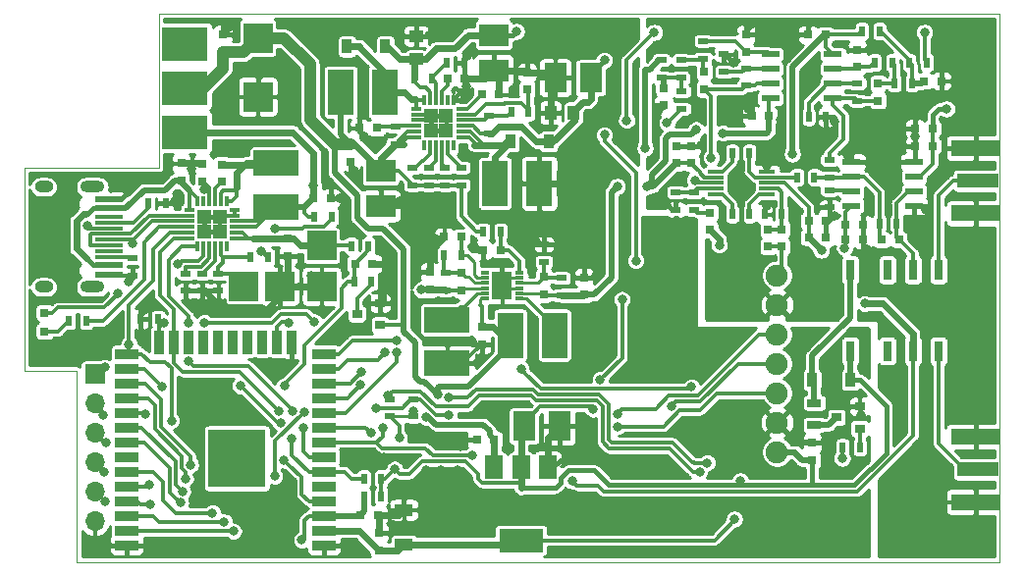
<source format=gbr>
G04 #@! TF.GenerationSoftware,KiCad,Pcbnew,(5.1.4)-1*
G04 #@! TF.CreationDate,2020-09-15T19:50:09+03:00*
G04 #@! TF.ProjectId,FinalPCB,46696e61-6c50-4434-922e-6b696361645f,rev?*
G04 #@! TF.SameCoordinates,Original*
G04 #@! TF.FileFunction,Copper,L1,Top*
G04 #@! TF.FilePolarity,Positive*
%FSLAX46Y46*%
G04 Gerber Fmt 4.6, Leading zero omitted, Abs format (unit mm)*
G04 Created by KiCad (PCBNEW (5.1.4)-1) date 2020-09-15 19:50:09*
%MOMM*%
%LPD*%
G04 APERTURE LIST*
%ADD10C,0.050000*%
%ADD11R,5.000000X5.000000*%
%ADD12R,2.000000X0.900000*%
%ADD13R,0.900000X2.000000*%
%ADD14R,0.800000X0.750000*%
%ADD15R,0.800000X1.800000*%
%ADD16R,2.450000X0.600000*%
%ADD17R,2.450000X0.300000*%
%ADD18O,2.100000X1.000000*%
%ADD19O,1.600000X1.000000*%
%ADD20R,0.750000X0.800000*%
%ADD21R,2.500000X1.950000*%
%ADD22R,1.250000X1.000000*%
%ADD23R,1.000000X1.250000*%
%ADD24R,1.950000X2.500000*%
%ADD25R,2.500000X2.550000*%
%ADD26R,1.600000X1.000000*%
%ADD27R,0.800000X0.800000*%
%ADD28R,0.900000X1.200000*%
%ADD29R,3.600000X1.270000*%
%ADD30R,4.200000X1.350000*%
%ADD31R,2.500000X2.500000*%
%ADD32R,2.200000X3.900000*%
%ADD33R,3.900000X2.200000*%
%ADD34R,0.900000X0.800000*%
%ADD35R,0.500000X0.900000*%
%ADD36R,0.900000X0.500000*%
%ADD37R,1.300000X0.700000*%
%ADD38R,4.000000X3.000000*%
%ADD39R,1.550000X0.600000*%
%ADD40R,1.400000X0.300000*%
%ADD41R,0.850000X0.300000*%
%ADD42R,0.300000X0.850000*%
%ADD43R,1.300000X1.300000*%
%ADD44R,1.500000X2.000000*%
%ADD45R,3.800000X2.000000*%
%ADD46R,1.700000X2.400000*%
%ADD47R,0.700000X0.300000*%
%ADD48C,1.900000*%
%ADD49O,1.700000X1.700000*%
%ADD50R,1.700000X1.700000*%
%ADD51C,0.800000*%
%ADD52C,0.600000*%
%ADD53C,0.300000*%
%ADD54C,0.500000*%
%ADD55C,0.250000*%
%ADD56C,0.400000*%
%ADD57C,1.000000*%
%ADD58C,0.280000*%
%ADD59C,0.254000*%
G04 APERTURE END LIST*
D10*
X89700000Y-100100000D02*
X116800000Y-100100000D01*
X89700000Y-83600000D02*
X89700000Y-100100000D01*
X85200000Y-83600000D02*
X89700000Y-83600000D01*
X85200000Y-66100000D02*
X85200000Y-83600000D01*
X96800000Y-66100000D02*
X85200000Y-66100000D01*
X96800000Y-52800000D02*
X96800000Y-66100000D01*
X169300000Y-52800000D02*
X96800000Y-52800000D01*
X169300000Y-100100000D02*
X169300000Y-52800000D01*
X116800000Y-100100000D02*
X169300000Y-100100000D01*
D11*
X103500000Y-91155000D03*
D12*
X111000000Y-98655000D03*
X111000000Y-97385000D03*
X111000000Y-96115000D03*
X111000000Y-94845000D03*
X111000000Y-93575000D03*
X111000000Y-92305000D03*
X111000000Y-91035000D03*
X111000000Y-89765000D03*
X111000000Y-88495000D03*
X111000000Y-87225000D03*
X111000000Y-85955000D03*
X111000000Y-84685000D03*
X111000000Y-83415000D03*
X111000000Y-82145000D03*
D13*
X108215000Y-81145000D03*
X106945000Y-81145000D03*
X105675000Y-81145000D03*
X104405000Y-81145000D03*
X103135000Y-81145000D03*
X101865000Y-81145000D03*
X100595000Y-81145000D03*
X99325000Y-81145000D03*
X98055000Y-81145000D03*
X96785000Y-81145000D03*
D12*
X94000000Y-82145000D03*
X94000000Y-83415000D03*
X94000000Y-84685000D03*
X94000000Y-85955000D03*
X94000000Y-87225000D03*
X94000000Y-88495000D03*
X94000000Y-89765000D03*
X94000000Y-91035000D03*
X94000000Y-92305000D03*
X94000000Y-93575000D03*
X94000000Y-94845000D03*
X94000000Y-96115000D03*
X94000000Y-97385000D03*
X94000000Y-98655000D03*
D14*
X152800000Y-72100000D03*
X154300000Y-72100000D03*
D15*
X156400000Y-74900000D03*
X159600000Y-74900000D03*
X161800000Y-74900000D03*
X164000000Y-74900000D03*
X164000000Y-81900000D03*
X161800000Y-81900000D03*
X159600000Y-81900000D03*
X156400000Y-81900000D03*
D16*
X92445000Y-75275000D03*
X92445000Y-68825000D03*
X92445000Y-74500000D03*
X92445000Y-69600000D03*
D17*
X92445000Y-70300000D03*
X92445000Y-73800000D03*
X92445000Y-70800000D03*
X92445000Y-73300000D03*
X92445000Y-71300000D03*
X92445000Y-72800000D03*
X92445000Y-72300000D03*
X92445000Y-71800000D03*
D18*
X91030000Y-67730000D03*
X91030000Y-76370000D03*
D19*
X86850000Y-67730000D03*
X86850000Y-76370000D03*
D14*
X147900000Y-61600000D03*
X149400000Y-61600000D03*
X152750000Y-54600000D03*
X154250000Y-54600000D03*
D20*
X157000000Y-57400000D03*
X157000000Y-55900000D03*
X158800000Y-58800000D03*
X158800000Y-60300000D03*
X144300000Y-71450000D03*
X144300000Y-69950000D03*
X150500000Y-72900000D03*
X150500000Y-71400000D03*
X149300000Y-72900000D03*
X149300000Y-71400000D03*
X142700000Y-64200000D03*
X142700000Y-65700000D03*
X147400000Y-56100000D03*
X147400000Y-54600000D03*
X143800000Y-59300000D03*
X143800000Y-57800000D03*
X141400000Y-65700000D03*
X141400000Y-64200000D03*
D14*
X154300000Y-70700000D03*
X152800000Y-70700000D03*
X160600000Y-72300000D03*
X159100000Y-72300000D03*
X162000000Y-64200000D03*
X163500000Y-64200000D03*
X162000000Y-62700000D03*
X163500000Y-62700000D03*
X156000000Y-71000000D03*
X157500000Y-71000000D03*
X157500000Y-72300000D03*
X156000000Y-72300000D03*
D21*
X115900000Y-69375000D03*
X115900000Y-66325000D03*
D14*
X115575000Y-62650000D03*
X114075000Y-62650000D03*
D20*
X113325000Y-65550000D03*
X113325000Y-64050000D03*
X98700000Y-65700000D03*
X98700000Y-67200000D03*
D14*
X123150000Y-58425000D03*
X121650000Y-58425000D03*
D20*
X128525000Y-57850000D03*
X128525000Y-59350000D03*
D14*
X126100000Y-59775000D03*
X124600000Y-59775000D03*
D20*
X102200000Y-65800000D03*
X102200000Y-67300000D03*
X100550000Y-65750000D03*
X100550000Y-67250000D03*
D22*
X118950000Y-54725000D03*
X118950000Y-56725000D03*
D20*
X107900000Y-72200000D03*
X107900000Y-73700000D03*
D14*
X111600000Y-68700000D03*
X110100000Y-68700000D03*
D23*
X132550000Y-61325000D03*
X130550000Y-61325000D03*
D21*
X125650000Y-54625000D03*
X125650000Y-57675000D03*
D24*
X134000000Y-58325000D03*
X130950000Y-58325000D03*
D20*
X102300000Y-56100000D03*
X102300000Y-54600000D03*
X133425000Y-75550000D03*
X133425000Y-77050000D03*
D25*
X105300000Y-59950000D03*
X105300000Y-54900000D03*
D14*
X115200000Y-74375000D03*
X113700000Y-74375000D03*
D20*
X129975000Y-75500000D03*
X129975000Y-77000000D03*
D14*
X126225000Y-73200000D03*
X124725000Y-73200000D03*
X124200000Y-89525000D03*
X125700000Y-89525000D03*
D24*
X128250000Y-88375000D03*
X131300000Y-88375000D03*
D20*
X122875000Y-75150000D03*
X122875000Y-76650000D03*
D14*
X122875000Y-72050000D03*
X121375000Y-72050000D03*
D20*
X124625000Y-81300000D03*
X124625000Y-79800000D03*
X120125000Y-75075000D03*
X120125000Y-76575000D03*
D26*
X117900000Y-95600000D03*
X117900000Y-98600000D03*
D14*
X114150000Y-96050000D03*
X115650000Y-96050000D03*
D20*
X115750000Y-97600000D03*
X115750000Y-99100000D03*
X153125000Y-89825000D03*
X153125000Y-91325000D03*
D27*
X86900000Y-80200000D03*
X86900000Y-78600000D03*
D28*
X116300000Y-55625000D03*
X113000000Y-55625000D03*
X130375000Y-63825000D03*
X127075000Y-63825000D03*
X153100000Y-84400000D03*
X156400000Y-84400000D03*
D29*
X167400000Y-67200000D03*
D30*
X167200000Y-64375000D03*
X167200000Y-70025000D03*
X167200000Y-94925000D03*
X167200000Y-89275000D03*
D29*
X167400000Y-92100000D03*
D31*
X104100000Y-76300000D03*
X107200000Y-76300000D03*
X110800000Y-72800000D03*
X110800000Y-76300000D03*
D32*
X116250000Y-59575000D03*
X112450000Y-59575000D03*
X125775000Y-67425000D03*
X129575000Y-67425000D03*
D33*
X106900000Y-69500000D03*
X106900000Y-65700000D03*
D32*
X130875000Y-80525000D03*
X127075000Y-80525000D03*
D33*
X121625000Y-82975000D03*
X121625000Y-79175000D03*
D34*
X157200000Y-88575000D03*
X157200000Y-86675000D03*
X155200000Y-87625000D03*
X113850000Y-78700000D03*
X115850000Y-77750000D03*
X115850000Y-79650000D03*
D35*
X163000000Y-57000000D03*
X161500000Y-57000000D03*
X157400000Y-54300000D03*
X158900000Y-54300000D03*
X160200000Y-58800000D03*
X161700000Y-58800000D03*
X160000000Y-57000000D03*
X158500000Y-57000000D03*
D36*
X157000000Y-58800000D03*
X157000000Y-60300000D03*
D35*
X152800000Y-61700000D03*
X154300000Y-61700000D03*
D36*
X142900000Y-69700000D03*
X142900000Y-68200000D03*
X141350000Y-68200000D03*
X141350000Y-69700000D03*
X141850000Y-61000000D03*
X141850000Y-59500000D03*
X140100000Y-56800000D03*
X140100000Y-58300000D03*
D35*
X146200000Y-70100000D03*
X147700000Y-70100000D03*
X149000000Y-70100000D03*
X150500000Y-70100000D03*
D36*
X141800000Y-56800000D03*
X141800000Y-58300000D03*
X143700000Y-56650000D03*
X143700000Y-55150000D03*
D35*
X146200000Y-64800000D03*
X147700000Y-64800000D03*
D36*
X147400000Y-57500000D03*
X147400000Y-59000000D03*
X145500000Y-57800000D03*
X145500000Y-56300000D03*
D35*
X151800000Y-66900000D03*
X153300000Y-66900000D03*
D36*
X154600000Y-68000000D03*
X154600000Y-69500000D03*
X154600000Y-65400000D03*
X154600000Y-66900000D03*
D35*
X160400000Y-70900000D03*
X158900000Y-70900000D03*
X155725000Y-90200000D03*
X157225000Y-90200000D03*
D37*
X153300000Y-88275000D03*
X153300000Y-86375000D03*
D36*
X117150000Y-64025000D03*
X117150000Y-62525000D03*
D35*
X95850000Y-69150000D03*
X97350000Y-69150000D03*
D36*
X94500000Y-75400000D03*
X94500000Y-73900000D03*
X99100000Y-76700000D03*
X99100000Y-75200000D03*
D35*
X115950000Y-92900000D03*
X114450000Y-92900000D03*
D36*
X118650000Y-66075000D03*
X118650000Y-67575000D03*
X120050000Y-67575000D03*
X120050000Y-66075000D03*
X121450000Y-67575000D03*
X121450000Y-66075000D03*
X122850000Y-66075000D03*
X122850000Y-67575000D03*
X100500000Y-75200000D03*
X100500000Y-76700000D03*
D35*
X110200000Y-70300000D03*
X111700000Y-70300000D03*
X90500000Y-79300000D03*
X89000000Y-79300000D03*
X128650000Y-61300000D03*
X127150000Y-61300000D03*
D36*
X125250000Y-61600000D03*
X125250000Y-63100000D03*
D35*
X104700000Y-73800000D03*
X106200000Y-73800000D03*
D36*
X101900000Y-76700000D03*
X101900000Y-75200000D03*
D35*
X118800000Y-58425000D03*
X120300000Y-58425000D03*
X123100000Y-57025000D03*
X121600000Y-57025000D03*
X114850000Y-72825000D03*
X113350000Y-72825000D03*
X113600000Y-75925000D03*
X115100000Y-75925000D03*
D36*
X131475000Y-77100000D03*
X131475000Y-75600000D03*
X129975000Y-72700000D03*
X129975000Y-74200000D03*
D35*
X124725000Y-71600000D03*
X126225000Y-71600000D03*
D36*
X121475000Y-76650000D03*
X121475000Y-75150000D03*
D35*
X122875000Y-73650000D03*
X121375000Y-73650000D03*
X115950000Y-94450000D03*
X114450000Y-94450000D03*
X95200000Y-79150000D03*
X96700000Y-79150000D03*
D36*
X118700000Y-86050000D03*
X118700000Y-87550000D03*
X116700000Y-87550000D03*
X116700000Y-86050000D03*
D38*
X99000000Y-55400000D03*
X99000000Y-59200000D03*
X99000000Y-63000000D03*
D39*
X154900000Y-60105000D03*
X154900000Y-58835000D03*
X154900000Y-57565000D03*
X154900000Y-56295000D03*
X149500000Y-56295000D03*
X149500000Y-57565000D03*
X149500000Y-58835000D03*
X149500000Y-60105000D03*
D40*
X149200000Y-66400000D03*
X149200000Y-66900000D03*
X149200000Y-67400000D03*
X149200000Y-67900000D03*
X149200000Y-68400000D03*
X144800000Y-68400000D03*
X144800000Y-67900000D03*
X144800000Y-67400000D03*
X144800000Y-66900000D03*
X144800000Y-66400000D03*
D39*
X161900000Y-65595000D03*
X161900000Y-66865000D03*
X161900000Y-68135000D03*
X161900000Y-69405000D03*
X156500000Y-69405000D03*
X156500000Y-68135000D03*
X156500000Y-66865000D03*
X156500000Y-65595000D03*
D41*
X118950000Y-60975000D03*
X118950000Y-61475000D03*
X118950000Y-61975000D03*
X118950000Y-62475000D03*
X118950000Y-62975000D03*
X118950000Y-63475000D03*
D42*
X119650000Y-64175000D03*
X120150000Y-64175000D03*
X120650000Y-64175000D03*
X121150000Y-64175000D03*
X121650000Y-64175000D03*
X122150000Y-64175000D03*
D41*
X122850000Y-63475000D03*
X122850000Y-62975000D03*
X122850000Y-62475000D03*
X122850000Y-61975000D03*
X122850000Y-61475000D03*
X122850000Y-60975000D03*
D42*
X122150000Y-60275000D03*
X121650000Y-60275000D03*
X121150000Y-60275000D03*
X120650000Y-60275000D03*
X120150000Y-60275000D03*
X119650000Y-60275000D03*
D43*
X121550000Y-62875000D03*
X121550000Y-61575000D03*
X120250000Y-62875000D03*
X120250000Y-61575000D03*
X100700000Y-70300000D03*
X100700000Y-71600000D03*
X102000000Y-70300000D03*
X102000000Y-71600000D03*
D42*
X100100000Y-69000000D03*
X100600000Y-69000000D03*
X101100000Y-69000000D03*
X101600000Y-69000000D03*
X102100000Y-69000000D03*
X102600000Y-69000000D03*
D41*
X103300000Y-69700000D03*
X103300000Y-70200000D03*
X103300000Y-70700000D03*
X103300000Y-71200000D03*
X103300000Y-71700000D03*
X103300000Y-72200000D03*
D42*
X102600000Y-72900000D03*
X102100000Y-72900000D03*
X101600000Y-72900000D03*
X101100000Y-72900000D03*
X100600000Y-72900000D03*
X100100000Y-72900000D03*
D41*
X99400000Y-72200000D03*
X99400000Y-71700000D03*
X99400000Y-71200000D03*
X99400000Y-70700000D03*
X99400000Y-70200000D03*
X99400000Y-69700000D03*
D44*
X130300000Y-91925000D03*
X125700000Y-91925000D03*
X128000000Y-91925000D03*
D45*
X128000000Y-98225000D03*
D46*
X126375000Y-76250000D03*
D47*
X127875000Y-77375000D03*
X127875000Y-76925000D03*
X127875000Y-76475000D03*
X127875000Y-76025000D03*
X127875000Y-75575000D03*
X127875000Y-75125000D03*
X124875000Y-75125000D03*
X124875000Y-75575000D03*
X124875000Y-76025000D03*
X124875000Y-76475000D03*
X124875000Y-76925000D03*
X124875000Y-77375000D03*
D48*
X150075000Y-75380000D03*
X150075000Y-77920000D03*
X150075000Y-80460000D03*
X150075000Y-83000000D03*
X150075000Y-85540000D03*
X150075000Y-88080000D03*
X150075000Y-90620000D03*
D49*
X91250000Y-96600000D03*
X91250000Y-94060000D03*
X91250000Y-91520000D03*
X91250000Y-88980000D03*
X91250000Y-86440000D03*
D50*
X91250000Y-83900000D03*
D14*
X164250000Y-58600000D03*
X162750000Y-58600000D03*
D20*
X140300000Y-59200000D03*
X140300000Y-60700000D03*
D51*
X109900000Y-75400000D03*
X123300000Y-59100000D03*
X121550000Y-61575000D03*
X124000000Y-72900000D03*
X120550000Y-72150000D03*
X126375000Y-76250000D03*
X123800000Y-81100000D03*
X156100000Y-65000000D03*
X155000000Y-62100000D03*
X162000000Y-63400000D03*
X162900000Y-69700000D03*
X157800000Y-73100000D03*
X155000000Y-70200000D03*
X149200000Y-69400000D03*
X149200000Y-65900000D03*
X147600000Y-61000000D03*
X148000000Y-53600000D03*
X152800000Y-53600000D03*
X158300000Y-55300000D03*
X146318366Y-57050000D03*
X143500000Y-64100000D03*
X140400000Y-69000000D03*
X147000000Y-66900000D03*
X147000000Y-71400000D03*
X157300000Y-87400000D03*
X154200000Y-89700000D03*
X123400000Y-56400000D03*
X120100000Y-54700000D03*
X114500000Y-63400000D03*
X112400000Y-68700000D03*
X113600000Y-66300000D03*
X117500000Y-69000000D03*
X105400000Y-58100000D03*
X102800000Y-54000000D03*
X98100000Y-69000000D03*
X99600000Y-66200000D03*
X100700000Y-70300000D03*
X102000000Y-71600000D03*
X94093958Y-68193958D03*
X94200000Y-75900000D03*
X95700000Y-78300000D03*
X107900000Y-83000000D03*
X109000000Y-76300000D03*
X119800000Y-92199910D03*
X113100000Y-99000000D03*
X96000000Y-98700000D03*
X132000000Y-91300000D03*
X133800000Y-89100000D03*
X129300000Y-72400000D03*
X124200000Y-82900000D03*
X111300000Y-80700000D03*
X112705331Y-79294669D03*
X122800000Y-90150000D03*
X134500000Y-75400000D03*
X167200000Y-87700000D03*
X167200000Y-96600000D03*
X167200000Y-62700000D03*
X167200000Y-72000000D03*
X119000000Y-88599999D03*
X167300000Y-81500000D03*
X167300000Y-84900000D03*
X167300000Y-77900000D03*
X167300000Y-74900000D03*
X162900000Y-84900000D03*
X163100000Y-92100000D03*
X163300000Y-98500000D03*
X159300000Y-95700000D03*
X159300000Y-79800000D03*
X162800000Y-76900000D03*
X164300000Y-66800000D03*
X137800000Y-96900000D03*
X133700000Y-91300000D03*
X141800000Y-92600000D03*
X118100000Y-91650000D03*
X116200000Y-91100000D03*
X131700000Y-67400000D03*
X143400000Y-61000000D03*
X139800000Y-61300000D03*
X142800000Y-57700000D03*
X144900000Y-78300000D03*
X144900000Y-76300000D03*
X147200000Y-76300000D03*
X147200000Y-74600000D03*
X147100000Y-78200000D03*
X144800000Y-80900000D03*
X141500000Y-80800000D03*
X141500000Y-76800000D03*
X135000000Y-82200000D03*
X129000000Y-80300000D03*
X120000000Y-81100000D03*
X121700000Y-69400000D03*
X135800000Y-60800000D03*
X108200000Y-58000000D03*
X108200000Y-61100000D03*
X110400000Y-54400000D03*
X103100000Y-64200000D03*
X87400000Y-70200000D03*
X87300000Y-73600000D03*
X87000000Y-82100000D03*
X90700000Y-81300000D03*
X104100000Y-87300000D03*
X100900000Y-87300000D03*
X101100000Y-84700000D03*
X91200000Y-99000000D03*
X143400000Y-95100000D03*
X140000000Y-95100000D03*
X156800000Y-99000000D03*
X156800000Y-95300000D03*
X152000000Y-98900000D03*
X152100000Y-95300000D03*
X154800000Y-84200000D03*
X152300000Y-80900000D03*
X134300000Y-69600000D03*
X129500000Y-56200000D03*
X121100000Y-92200000D03*
X122500000Y-92200000D03*
X114100000Y-99200000D03*
X98400000Y-99100000D03*
X106500000Y-83300000D03*
X124400000Y-87000000D03*
X126300000Y-87000000D03*
X146900000Y-98800000D03*
X131700000Y-99300000D03*
X160000000Y-67800000D03*
X160000000Y-65800000D03*
X160000000Y-62000000D03*
X167100000Y-59200000D03*
X167100000Y-54400000D03*
X152900000Y-58100000D03*
X153400000Y-64400000D03*
X153500000Y-77300000D03*
X155000000Y-74700000D03*
X148100000Y-71400000D03*
X151600000Y-72100000D03*
X151600000Y-70800000D03*
X150400000Y-61900000D03*
X150200000Y-64400000D03*
X139100000Y-70800000D03*
X136300000Y-67700000D03*
X138900000Y-67700000D03*
X143100000Y-62800000D03*
X145400000Y-63100000D03*
X119400000Y-76600000D03*
X138700000Y-64400000D03*
X153900000Y-73200000D03*
X151400000Y-64900000D03*
X142994669Y-67155331D03*
X144400000Y-65200000D03*
X157650000Y-77800000D03*
X145100000Y-72750000D03*
X97050000Y-84950000D03*
X132400000Y-93099941D03*
X127600000Y-54325000D03*
X164700000Y-61000000D03*
X135200000Y-56800000D03*
X155900000Y-73000000D03*
X120823811Y-85683069D03*
X119826750Y-87614529D03*
X105600000Y-73300000D03*
X100640476Y-67974998D03*
X93200000Y-76950000D03*
X110100000Y-67650000D03*
X107600000Y-84900000D03*
X103800000Y-84900000D03*
X107294669Y-88094669D03*
X107550000Y-91300000D03*
X92100000Y-83300000D03*
X118700000Y-87100000D03*
X146900000Y-93100000D03*
X134200000Y-86900020D03*
X134834670Y-84365330D03*
X136712284Y-77452590D03*
X146400000Y-96400000D03*
X117100000Y-92100000D03*
X117500000Y-89400000D03*
X109100000Y-98200000D03*
X92150000Y-94900000D03*
X92050000Y-92350000D03*
X94200000Y-81300000D03*
X115500000Y-86800000D03*
X97850000Y-87900000D03*
X106750000Y-92699920D03*
X109300000Y-87150000D03*
X144050792Y-91540742D03*
X121800000Y-85900001D03*
X121800000Y-87400001D03*
X92250000Y-89800000D03*
X92000000Y-87450000D03*
X96000000Y-95150000D03*
X140950000Y-86650000D03*
X116550000Y-85750000D03*
X107100000Y-87050000D03*
X143400000Y-92300000D03*
X115050000Y-88950000D03*
X114180331Y-84830331D03*
X114238720Y-83711280D03*
X116050000Y-88500000D03*
X123800000Y-90900000D03*
X99500020Y-91711827D03*
X99050000Y-92900000D03*
X98805962Y-94012235D03*
X98650000Y-95000000D03*
X101400000Y-95850000D03*
X102400000Y-96650000D03*
X103200000Y-97450000D03*
X117300000Y-82000000D03*
X109200000Y-88550000D03*
X140589998Y-62210002D03*
X116300000Y-82000000D03*
X108000000Y-79450000D03*
X137100000Y-62000000D03*
X139500000Y-54400000D03*
X162800000Y-54400000D03*
X97200000Y-79450000D03*
X100700000Y-79450000D03*
X128000000Y-83450000D03*
X142700000Y-84999991D03*
X155700000Y-91150000D03*
X110200000Y-79400000D03*
X99350000Y-79450000D03*
X99350000Y-82750000D03*
X108305492Y-87045315D03*
X108250000Y-89450000D03*
X98404325Y-74369755D03*
X106800000Y-71300000D03*
X135200000Y-63250010D03*
X137900000Y-74100000D03*
X117249999Y-81000000D03*
X95900000Y-93400000D03*
X136349950Y-88400000D03*
X94500000Y-72600000D03*
X90600000Y-71100000D03*
X95600000Y-87350000D03*
X136300000Y-87300000D03*
D52*
X115750000Y-96150000D02*
X115650000Y-96050000D01*
X115750000Y-97600000D02*
X115750000Y-96150000D01*
X117450000Y-96050000D02*
X117900000Y-95600000D01*
X115650000Y-96050000D02*
X117450000Y-96050000D01*
X107900000Y-75600000D02*
X107200000Y-76300000D01*
X107900000Y-73700000D02*
X107900000Y-75600000D01*
D53*
X121550000Y-61575000D02*
X120250000Y-61575000D01*
X120250000Y-61575000D02*
X120250000Y-62875000D01*
X120250000Y-62875000D02*
X121550000Y-62875000D01*
X120150000Y-61475000D02*
X120250000Y-61575000D01*
X118950000Y-61475000D02*
X120150000Y-61475000D01*
X119850000Y-61975000D02*
X120250000Y-61575000D01*
X118950000Y-61975000D02*
X119850000Y-61975000D01*
X123100000Y-58375000D02*
X123150000Y-58425000D01*
X123100000Y-57025000D02*
X123100000Y-58375000D01*
X123150000Y-58425000D02*
X123150000Y-58950000D01*
X123150000Y-58950000D02*
X123300000Y-59100000D01*
X122150000Y-60250000D02*
X123300000Y-59100000D01*
X122150000Y-60275000D02*
X122150000Y-60250000D01*
X102100000Y-70200000D02*
X102000000Y-70300000D01*
X103300000Y-70200000D02*
X102100000Y-70200000D01*
X103300000Y-69700000D02*
X103300000Y-70200000D01*
X102000000Y-70300000D02*
X102000000Y-71600000D01*
X102000000Y-71600000D02*
X100700000Y-71600000D01*
X100700000Y-70300000D02*
X100700000Y-71600000D01*
X92102919Y-98655000D02*
X94000000Y-98655000D01*
X91250000Y-96600000D02*
X91250000Y-97802081D01*
X91250000Y-97802081D02*
X92102919Y-98655000D01*
X92570000Y-75400000D02*
X92445000Y-75275000D01*
X94500000Y-75400000D02*
X92570000Y-75400000D01*
X99100000Y-76700000D02*
X100500000Y-76700000D01*
X101900000Y-76700000D02*
X100500000Y-76700000D01*
D52*
X130300000Y-89375000D02*
X131300000Y-88375000D01*
X130300000Y-91925000D02*
X130300000Y-89375000D01*
X130550000Y-58725000D02*
X130950000Y-58325000D01*
X130550000Y-61325000D02*
X130550000Y-58725000D01*
X130475000Y-57850000D02*
X130950000Y-58325000D01*
X128525000Y-57850000D02*
X130475000Y-57850000D01*
X128350000Y-57675000D02*
X128525000Y-57850000D01*
X125650000Y-57675000D02*
X128350000Y-57675000D01*
X126100000Y-58125000D02*
X125650000Y-57675000D01*
X126100000Y-59775000D02*
X126100000Y-58125000D01*
X124900000Y-58425000D02*
X125650000Y-57675000D01*
X123150000Y-58425000D02*
X124900000Y-58425000D01*
X100500000Y-65700000D02*
X100550000Y-65750000D01*
X107200000Y-77200000D02*
X107200000Y-76300000D01*
X105950000Y-78450000D02*
X107200000Y-77200000D01*
X102450000Y-78450000D02*
X105950000Y-78450000D01*
X100500000Y-76700000D02*
X100700000Y-76700000D01*
X100700000Y-76700000D02*
X102450000Y-78450000D01*
X116050000Y-77550000D02*
X115850000Y-77750000D01*
X116050000Y-76900000D02*
X116050000Y-77550000D01*
X116250000Y-76700000D02*
X116050000Y-76900000D01*
X116250000Y-74425000D02*
X116250000Y-76700000D01*
X115200000Y-74375000D02*
X116200000Y-74375000D01*
X116200000Y-74375000D02*
X116250000Y-74425000D01*
X120125000Y-73300000D02*
X121375000Y-72050000D01*
X120125000Y-75075000D02*
X120125000Y-73300000D01*
X124725000Y-73200000D02*
X124350000Y-73200000D01*
X124350000Y-73200000D02*
X124050000Y-72900000D01*
X124050000Y-72900000D02*
X124000000Y-72900000D01*
X121275000Y-72150000D02*
X121375000Y-72050000D01*
X120550000Y-72150000D02*
X121275000Y-72150000D01*
D54*
X151820000Y-89825000D02*
X150075000Y-88080000D01*
X153125000Y-89825000D02*
X151820000Y-89825000D01*
D55*
X126600000Y-76475000D02*
X126375000Y-76250000D01*
X127875000Y-76475000D02*
X126600000Y-76475000D01*
X127050000Y-75575000D02*
X126375000Y-76250000D01*
X127875000Y-75575000D02*
X127050000Y-75575000D01*
D53*
X124725000Y-73875000D02*
X125150000Y-74300000D01*
X124725000Y-73200000D02*
X124725000Y-73875000D01*
X126375000Y-74750000D02*
X126375000Y-76250000D01*
X125925000Y-74300000D02*
X126375000Y-74750000D01*
X125150000Y-74300000D02*
X125925000Y-74300000D01*
X122925000Y-82975000D02*
X121625000Y-82975000D01*
X124150000Y-81750000D02*
X122925000Y-82975000D01*
X124200000Y-81750000D02*
X124150000Y-81750000D01*
X124625000Y-81300000D02*
X124625000Y-81325000D01*
X124625000Y-81325000D02*
X124200000Y-81750000D01*
X124625000Y-81300000D02*
X124000000Y-81300000D01*
X124000000Y-81300000D02*
X123800000Y-81100000D01*
X156500000Y-65595000D02*
X156500000Y-65400000D01*
X156500000Y-65400000D02*
X156100000Y-65000000D01*
D56*
X154300000Y-61700000D02*
X154600000Y-61700000D01*
X154600000Y-61700000D02*
X155000000Y-62100000D01*
X162000000Y-65495000D02*
X161900000Y-65595000D01*
X162000000Y-64200000D02*
X162000000Y-65495000D01*
X162000000Y-63400000D02*
X162000000Y-64200000D01*
X162000000Y-62700000D02*
X162000000Y-63400000D01*
X161900000Y-69405000D02*
X162605000Y-69405000D01*
X162605000Y-69405000D02*
X162900000Y-69700000D01*
X157500000Y-71000000D02*
X157500000Y-72300000D01*
X157500000Y-72300000D02*
X157500000Y-72800000D01*
X157500000Y-72800000D02*
X157800000Y-73100000D01*
X154600000Y-70400000D02*
X154300000Y-70700000D01*
X154600000Y-69500000D02*
X154600000Y-70400000D01*
X154300000Y-70700000D02*
X154300000Y-72100000D01*
X154300000Y-70700000D02*
X154500000Y-70700000D01*
X154500000Y-70700000D02*
X155000000Y-70200000D01*
X149000000Y-70100000D02*
X149000000Y-69600000D01*
X149000000Y-69600000D02*
X149200000Y-69400000D01*
D53*
X149200000Y-66400000D02*
X149200000Y-65900000D01*
D56*
X147900000Y-61600000D02*
X147900000Y-61300000D01*
X147900000Y-61300000D02*
X147600000Y-61000000D01*
X147400000Y-54600000D02*
X152750000Y-54600000D01*
X147400000Y-54600000D02*
X147400000Y-54200000D01*
X147400000Y-54200000D02*
X148000000Y-53600000D01*
X152750000Y-54600000D02*
X152750000Y-53650000D01*
X152750000Y-53650000D02*
X152800000Y-53600000D01*
X157000000Y-55900000D02*
X157700000Y-55900000D01*
X157700000Y-55900000D02*
X158300000Y-55300000D01*
X145500000Y-56300000D02*
X145568366Y-56300000D01*
X145568366Y-56300000D02*
X146318366Y-57050000D01*
X142700000Y-64200000D02*
X141400000Y-64200000D01*
X142700000Y-64200000D02*
X143400000Y-64200000D01*
X143400000Y-64200000D02*
X143500000Y-64100000D01*
X141350000Y-69700000D02*
X141100000Y-69700000D01*
X141100000Y-69700000D02*
X140400000Y-69000000D01*
X147000000Y-66900000D02*
X147000000Y-71400000D01*
X157200000Y-86675000D02*
X157200000Y-87300000D01*
X157200000Y-87300000D02*
X157300000Y-87400000D01*
X153125000Y-89825000D02*
X154075000Y-89825000D01*
X154075000Y-89825000D02*
X154200000Y-89700000D01*
X123100000Y-57025000D02*
X123100000Y-56700000D01*
X123100000Y-56700000D02*
X123400000Y-56400000D01*
X118950000Y-54725000D02*
X120075000Y-54725000D01*
X120075000Y-54725000D02*
X120100000Y-54700000D01*
X114075000Y-62650000D02*
X114075000Y-62975000D01*
X114075000Y-62975000D02*
X114500000Y-63400000D01*
X111600000Y-68700000D02*
X112400000Y-68700000D01*
X113325000Y-65550000D02*
X113325000Y-66025000D01*
X113325000Y-66025000D02*
X113600000Y-66300000D01*
X115900000Y-69375000D02*
X117125000Y-69375000D01*
X117125000Y-69375000D02*
X117500000Y-69000000D01*
X105300000Y-59950000D02*
X105300000Y-58200000D01*
X105300000Y-58200000D02*
X105400000Y-58100000D01*
X102300000Y-54600000D02*
X102300000Y-54500000D01*
X102300000Y-54500000D02*
X102800000Y-54000000D01*
X97350000Y-69150000D02*
X97950000Y-69150000D01*
X97950000Y-69150000D02*
X98100000Y-69000000D01*
X99400000Y-66000000D02*
X99600000Y-66200000D01*
X99400000Y-65700000D02*
X99400000Y-66000000D01*
D52*
X99400000Y-65700000D02*
X100500000Y-65700000D01*
X98700000Y-65700000D02*
X99400000Y-65700000D01*
D56*
X92445000Y-68825000D02*
X93462916Y-68825000D01*
X93462916Y-68825000D02*
X94093958Y-68193958D01*
X94500000Y-75400000D02*
X94500000Y-75600000D01*
X94500000Y-75600000D02*
X94200000Y-75900000D01*
X95200000Y-79150000D02*
X95200000Y-78800000D01*
X95200000Y-78800000D02*
X95700000Y-78300000D01*
X108215000Y-81145000D02*
X108215000Y-82685000D01*
X108215000Y-82685000D02*
X107900000Y-83000000D01*
D52*
X109000000Y-76300000D02*
X110800000Y-76300000D01*
X107200000Y-76300000D02*
X109000000Y-76300000D01*
D56*
X117900000Y-94700000D02*
X119800000Y-92800000D01*
X117900000Y-95600000D02*
X117900000Y-94700000D01*
X119800000Y-92800000D02*
X119800000Y-92199910D01*
X111000000Y-98655000D02*
X112755000Y-98655000D01*
X112755000Y-98655000D02*
X113100000Y-99000000D01*
X94000000Y-98655000D02*
X95955000Y-98655000D01*
X95955000Y-98655000D02*
X96000000Y-98700000D01*
X130300000Y-91925000D02*
X130775000Y-91925000D01*
X130775000Y-91925000D02*
X131400000Y-91300000D01*
X131400000Y-91300000D02*
X132000000Y-91300000D01*
X131300000Y-88375000D02*
X133075000Y-88375000D01*
X133075000Y-88375000D02*
X133800000Y-89100000D01*
X129975000Y-72700000D02*
X129600000Y-72700000D01*
X129600000Y-72700000D02*
X129300000Y-72400000D01*
D53*
X121700000Y-82900000D02*
X121625000Y-82975000D01*
X124200000Y-82900000D02*
X121700000Y-82900000D01*
X115100000Y-77750000D02*
X114900000Y-77950000D01*
X115850000Y-77750000D02*
X115100000Y-77750000D01*
X114900000Y-79130002D02*
X114130002Y-79900000D01*
X114900000Y-77950000D02*
X114900000Y-79130002D01*
X112100000Y-79900000D02*
X111300000Y-80700000D01*
X113200000Y-79789338D02*
X112705331Y-79294669D01*
X113200000Y-79900000D02*
X113200000Y-79789338D01*
X113200000Y-79900000D02*
X112100000Y-79900000D01*
X114130002Y-79900000D02*
X113200000Y-79900000D01*
X124200000Y-89525000D02*
X123425000Y-89525000D01*
X123425000Y-89525000D02*
X122800000Y-90150000D01*
X133425000Y-75550000D02*
X134350000Y-75550000D01*
X134350000Y-75550000D02*
X134500000Y-75400000D01*
X167200000Y-89275000D02*
X167200000Y-87700000D01*
X167200000Y-96600000D02*
X167200000Y-94925000D01*
X167200000Y-64375000D02*
X167200000Y-62700000D01*
X167200000Y-70025000D02*
X167200000Y-72000000D01*
X122800000Y-90150000D02*
X120550001Y-90150000D01*
X120550001Y-90150000D02*
X119000000Y-88599999D01*
X117900000Y-95600000D02*
X136500000Y-95600000D01*
X136500000Y-95600000D02*
X137800000Y-96900000D01*
X132000000Y-91300000D02*
X133700000Y-91300000D01*
X133700000Y-91300000D02*
X140500000Y-91300000D01*
X140500000Y-91300000D02*
X141800000Y-92600000D01*
X118100000Y-91650000D02*
X117550000Y-91100000D01*
X117550000Y-91100000D02*
X116200000Y-91100000D01*
D52*
X129575000Y-67425000D02*
X131675000Y-67425000D01*
X131675000Y-67425000D02*
X131700000Y-67400000D01*
D54*
X140300000Y-60800000D02*
X139800000Y-61300000D01*
X140300000Y-60700000D02*
X140300000Y-60800000D01*
D53*
X141400000Y-65700000D02*
X142700000Y-65700000D01*
X149400000Y-60205000D02*
X149500000Y-60105000D01*
X149400000Y-61600000D02*
X149400000Y-60205000D01*
X130075000Y-77100000D02*
X129975000Y-77000000D01*
X131475000Y-77100000D02*
X130075000Y-77100000D01*
D52*
X133375000Y-77100000D02*
X133425000Y-77050000D01*
X131475000Y-77100000D02*
X133375000Y-77100000D01*
D53*
X143800000Y-66900000D02*
X143400000Y-66500000D01*
X144800000Y-66900000D02*
X143800000Y-66900000D01*
X142700000Y-65725000D02*
X142700000Y-65700000D01*
X143400000Y-66425000D02*
X142700000Y-65725000D01*
X143400000Y-66500000D02*
X143400000Y-66425000D01*
D55*
X129900000Y-76925000D02*
X129975000Y-77000000D01*
X127875000Y-76925000D02*
X129900000Y-76925000D01*
D54*
X134300000Y-77050000D02*
X135800000Y-75550000D01*
X133425000Y-77050000D02*
X134300000Y-77050000D01*
X135800000Y-75550000D02*
X135800000Y-68200000D01*
X135800000Y-68200000D02*
X136300000Y-67700000D01*
X139400000Y-67700000D02*
X141400000Y-65700000D01*
X138900000Y-67700000D02*
X139400000Y-67700000D01*
X139299999Y-67300001D02*
X139299999Y-66700001D01*
X138900000Y-67700000D02*
X139299999Y-67300001D01*
X139299999Y-66700001D02*
X140500000Y-65500000D01*
X140500000Y-63514998D02*
X140814998Y-63200000D01*
X140500000Y-65500000D02*
X140500000Y-63514998D01*
X140814998Y-63200000D02*
X142700000Y-63200000D01*
X142700000Y-63200000D02*
X143100000Y-62800000D01*
X145400000Y-63100000D02*
X149200000Y-63100000D01*
X149400000Y-62900000D02*
X149400000Y-61600000D01*
X149200000Y-63100000D02*
X149400000Y-62900000D01*
D53*
X149200000Y-67400000D02*
X150700000Y-67400000D01*
X152800000Y-69500000D02*
X152800000Y-70700000D01*
X150700000Y-67400000D02*
X152800000Y-69500000D01*
X152800000Y-70700000D02*
X152800000Y-72100000D01*
X154250000Y-55645000D02*
X154900000Y-56295000D01*
X154250000Y-54600000D02*
X154250000Y-55645000D01*
X121475000Y-76650000D02*
X122875000Y-76650000D01*
D52*
X121400000Y-76575000D02*
X121475000Y-76650000D01*
X120125000Y-76575000D02*
X121400000Y-76575000D01*
D55*
X123050000Y-76475000D02*
X124875000Y-76475000D01*
X122875000Y-76650000D02*
X123050000Y-76475000D01*
D54*
X120125000Y-76575000D02*
X119425000Y-76575000D01*
X119425000Y-76575000D02*
X119400000Y-76600000D01*
X138700000Y-64400000D02*
X138700000Y-57600000D01*
X139900000Y-56800000D02*
X140100000Y-56800000D01*
X139100000Y-57600000D02*
X139900000Y-56800000D01*
X138700000Y-57600000D02*
X139100000Y-57600000D01*
X153900000Y-73200000D02*
X152800000Y-72100000D01*
X151400000Y-64900000D02*
X151400000Y-57400000D01*
X154225000Y-54600000D02*
X154250000Y-54600000D01*
X151425000Y-57400000D02*
X154225000Y-54600000D01*
X151400000Y-57400000D02*
X151425000Y-57400000D01*
D53*
X157100000Y-54600000D02*
X157400000Y-54300000D01*
X154250000Y-54600000D02*
X157100000Y-54600000D01*
X156835000Y-57565000D02*
X157000000Y-57400000D01*
X154900000Y-57565000D02*
X156835000Y-57565000D01*
X158100000Y-57400000D02*
X158500000Y-57000000D01*
X157000000Y-57400000D02*
X158100000Y-57400000D01*
X158800000Y-58800000D02*
X160200000Y-58800000D01*
X160200000Y-57200000D02*
X160000000Y-57000000D01*
X160200000Y-58800000D02*
X160200000Y-57200000D01*
X148315000Y-58835000D02*
X149500000Y-58835000D01*
X147400000Y-59000000D02*
X148150000Y-59000000D01*
X148150000Y-59000000D02*
X148315000Y-58835000D01*
X147100000Y-59300000D02*
X147400000Y-59000000D01*
X143800000Y-59300000D02*
X147100000Y-59300000D01*
X144800000Y-67400000D02*
X143239338Y-67400000D01*
X143239338Y-67400000D02*
X142994669Y-67155331D01*
X144400000Y-65200000D02*
X144400000Y-59900000D01*
X144400000Y-59900000D02*
X143800000Y-59300000D01*
D52*
X161800000Y-80400000D02*
X159200000Y-77800000D01*
X161800000Y-81900000D02*
X161800000Y-80400000D01*
X159200000Y-77800000D02*
X157650000Y-77800000D01*
X145100000Y-72250000D02*
X144300000Y-71450000D01*
X145100000Y-72750000D02*
X145100000Y-72250000D01*
D53*
X94000000Y-83415000D02*
X95515000Y-83415000D01*
X95515000Y-83415000D02*
X97050000Y-84950000D01*
X132799999Y-93499940D02*
X132400000Y-93099941D01*
X134599940Y-93499940D02*
X132799999Y-93499940D01*
X135100000Y-94000000D02*
X134599940Y-93499940D01*
X157000000Y-94000000D02*
X135100000Y-94000000D01*
X161800000Y-89200000D02*
X157000000Y-94000000D01*
X161800000Y-81900000D02*
X161800000Y-89200000D01*
X143150000Y-69950000D02*
X142900000Y-69700000D01*
X144300000Y-69950000D02*
X143150000Y-69950000D01*
X149300000Y-72900000D02*
X150500000Y-72900000D01*
X150500000Y-74955000D02*
X150075000Y-75380000D01*
X150500000Y-72900000D02*
X150500000Y-74955000D01*
X150200000Y-67900000D02*
X149200000Y-67900000D01*
X150500000Y-68200000D02*
X150200000Y-67900000D01*
X150500000Y-70100000D02*
X150500000Y-68200000D01*
X150500000Y-71400000D02*
X150500000Y-70100000D01*
X149300000Y-71400000D02*
X150500000Y-71400000D01*
X147400000Y-56075000D02*
X147400000Y-56100000D01*
X146475000Y-55150000D02*
X147400000Y-56075000D01*
X143700000Y-55150000D02*
X146475000Y-55150000D01*
X149305000Y-56100000D02*
X149500000Y-56295000D01*
X147400000Y-56100000D02*
X149305000Y-56100000D01*
X156805000Y-60105000D02*
X157000000Y-60300000D01*
X154900000Y-60105000D02*
X156805000Y-60105000D01*
X157000000Y-60300000D02*
X158800000Y-60300000D01*
X154900000Y-60705000D02*
X155800000Y-61605000D01*
X154900000Y-60105000D02*
X154900000Y-60705000D01*
X155800000Y-61605000D02*
X155800000Y-63600000D01*
X154600000Y-64800000D02*
X154600000Y-65400000D01*
X155800000Y-63600000D02*
X154600000Y-64800000D01*
X143550000Y-56800000D02*
X143700000Y-56650000D01*
X141800000Y-56800000D02*
X143550000Y-56800000D01*
X143700000Y-57700000D02*
X143800000Y-57800000D01*
X143700000Y-56650000D02*
X143700000Y-57700000D01*
X161425000Y-68135000D02*
X161900000Y-68135000D01*
X160400000Y-69160000D02*
X161425000Y-68135000D01*
X160400000Y-70900000D02*
X160400000Y-69160000D01*
X160400000Y-72100000D02*
X160600000Y-72300000D01*
X160400000Y-70900000D02*
X160400000Y-72100000D01*
X161800000Y-73700000D02*
X161800000Y-74900000D01*
X161800000Y-73475000D02*
X161800000Y-73700000D01*
X160625000Y-72300000D02*
X161800000Y-73475000D01*
X160600000Y-72300000D02*
X160625000Y-72300000D01*
X153300000Y-66900000D02*
X154600000Y-66900000D01*
X156465000Y-66900000D02*
X156500000Y-66865000D01*
X154600000Y-66900000D02*
X156465000Y-66900000D01*
X158900000Y-72100000D02*
X159100000Y-72300000D01*
X158900000Y-70900000D02*
X158900000Y-72100000D01*
X158900000Y-70150000D02*
X158900000Y-70900000D01*
X158900000Y-68190000D02*
X158900000Y-70150000D01*
X157575000Y-66865000D02*
X158900000Y-68190000D01*
X156500000Y-66865000D02*
X157575000Y-66865000D01*
X163500000Y-62700000D02*
X163500000Y-64200000D01*
X162375000Y-66865000D02*
X161900000Y-66865000D01*
X163500000Y-65740000D02*
X162375000Y-66865000D01*
X163500000Y-64200000D02*
X163500000Y-65740000D01*
D52*
X119775000Y-56725000D02*
X118950000Y-56725000D01*
X120700000Y-55800000D02*
X119775000Y-56725000D01*
X122300000Y-55800000D02*
X120700000Y-55800000D01*
X125650000Y-54625000D02*
X123475000Y-54625000D01*
X123475000Y-54625000D02*
X122300000Y-55800000D01*
X116300000Y-55625000D02*
X116425000Y-55625000D01*
X117525000Y-56725000D02*
X118950000Y-56725000D01*
X116425000Y-55625000D02*
X117525000Y-56725000D01*
D53*
X118800000Y-58625000D02*
X118800000Y-58425000D01*
X119350000Y-59175000D02*
X118800000Y-58625000D01*
X119775000Y-59175000D02*
X119350000Y-59175000D01*
X120150000Y-59550000D02*
X119775000Y-59175000D01*
X120150000Y-60275000D02*
X120150000Y-59550000D01*
D52*
X118800000Y-56875000D02*
X118950000Y-56725000D01*
X118800000Y-58425000D02*
X118800000Y-56875000D01*
D56*
X127300000Y-54625000D02*
X127600000Y-54325000D01*
X125650000Y-54625000D02*
X127300000Y-54625000D01*
X164700000Y-61000000D02*
X164000000Y-61000000D01*
X163500000Y-61500000D02*
X163500000Y-62700000D01*
X164000000Y-61000000D02*
X163500000Y-61500000D01*
D53*
X156000000Y-72300000D02*
X156000000Y-71000000D01*
X156000000Y-69905000D02*
X156500000Y-69405000D01*
X156000000Y-71000000D02*
X156000000Y-69905000D01*
X122850000Y-62475000D02*
X123875000Y-62475000D01*
X124500000Y-63100000D02*
X125250000Y-63100000D01*
X123875000Y-62475000D02*
X124500000Y-63100000D01*
D52*
X125450000Y-63100000D02*
X126050000Y-62500000D01*
X125250000Y-63100000D02*
X125450000Y-63100000D01*
X129325000Y-63825000D02*
X130375000Y-63825000D01*
X128000000Y-62500000D02*
X129325000Y-63825000D01*
X126050000Y-62500000D02*
X128000000Y-62500000D01*
X130775000Y-63825000D02*
X130375000Y-63825000D01*
X132600000Y-62000000D02*
X130775000Y-63825000D01*
X132600000Y-61500000D02*
X132600000Y-62000000D01*
X132550000Y-61325000D02*
X132550000Y-61450000D01*
X132550000Y-61450000D02*
X132600000Y-61500000D01*
X134000000Y-60175000D02*
X134000000Y-58325000D01*
X133775000Y-60400000D02*
X134000000Y-60175000D01*
X133350000Y-60400000D02*
X133775000Y-60400000D01*
X132550000Y-61200000D02*
X133350000Y-60400000D01*
X132550000Y-61325000D02*
X132550000Y-61200000D01*
D56*
X134000000Y-58325000D02*
X134000000Y-58100000D01*
X134000000Y-58325000D02*
X134000000Y-58000000D01*
X134000000Y-58000000D02*
X135200000Y-56800000D01*
X155900000Y-73000000D02*
X156000000Y-72300000D01*
D52*
X113625000Y-64050000D02*
X115900000Y-66325000D01*
X113325000Y-64050000D02*
X113625000Y-64050000D01*
D53*
X118650000Y-67575000D02*
X120050000Y-67575000D01*
X120050000Y-67575000D02*
X121450000Y-67575000D01*
X121450000Y-67575000D02*
X122850000Y-67575000D01*
X122850000Y-68125000D02*
X122850000Y-67575000D01*
X122850000Y-70275000D02*
X122850000Y-68125000D01*
X124175000Y-71600000D02*
X122850000Y-70275000D01*
X124725000Y-71600000D02*
X124175000Y-71600000D01*
X118650000Y-67525000D02*
X118650000Y-67575000D01*
X117450000Y-66325000D02*
X118650000Y-67525000D01*
X115900000Y-66325000D02*
X117450000Y-66325000D01*
X118200000Y-62975000D02*
X117150000Y-64025000D01*
X118950000Y-62975000D02*
X118200000Y-62975000D01*
D52*
X115900000Y-65275000D02*
X117150000Y-64025000D01*
X115900000Y-66325000D02*
X115900000Y-65275000D01*
X117150000Y-64025000D02*
X117875000Y-64025000D01*
D53*
X117875000Y-63825000D02*
X117875000Y-64025000D01*
X118225000Y-63475000D02*
X117875000Y-63825000D01*
X118950000Y-63475000D02*
X118225000Y-63475000D01*
D57*
X102300000Y-57500000D02*
X102300000Y-56100000D01*
X100600000Y-59200000D02*
X102300000Y-57500000D01*
X99000000Y-59200000D02*
X100600000Y-59200000D01*
X104100000Y-56100000D02*
X105300000Y-54900000D01*
X102300000Y-56100000D02*
X104100000Y-56100000D01*
X107550000Y-54900000D02*
X109800000Y-57150000D01*
X105300000Y-54900000D02*
X107550000Y-54900000D01*
X109800000Y-57150000D02*
X109800000Y-61900000D01*
X111950000Y-64050000D02*
X113325000Y-64050000D01*
X109800000Y-61900000D02*
X111950000Y-64050000D01*
D54*
X112450000Y-63175000D02*
X113325000Y-64050000D01*
X112450000Y-59575000D02*
X112450000Y-63175000D01*
D52*
X125700000Y-89525000D02*
X125700000Y-91925000D01*
X127075000Y-80525000D02*
X126275000Y-80525000D01*
X125600000Y-79800000D02*
X124625000Y-79800000D01*
X126275000Y-80475000D02*
X125600000Y-79800000D01*
X126275000Y-80525000D02*
X126275000Y-80475000D01*
D55*
X124875000Y-77375000D02*
X124525000Y-77375000D01*
X124525000Y-77375000D02*
X124500000Y-77400000D01*
X124500000Y-77400000D02*
X124500000Y-77900000D01*
D53*
X124625000Y-78025000D02*
X124625000Y-79800000D01*
X124500000Y-77900000D02*
X124625000Y-78025000D01*
D54*
X116100000Y-71300000D02*
X117900000Y-73100000D01*
X117900000Y-80200000D02*
X118900000Y-81200000D01*
X113900000Y-68500000D02*
X113900000Y-70410002D01*
X118900000Y-84110002D02*
X119314999Y-84525001D01*
X118900000Y-81200000D02*
X118900000Y-84110002D01*
X111950000Y-64050000D02*
X111950000Y-66550000D01*
X113900000Y-70410002D02*
X114789998Y-71300000D01*
X114789998Y-71300000D02*
X116100000Y-71300000D01*
X111950000Y-66550000D02*
X113900000Y-68500000D01*
X119314999Y-84525001D02*
X119665743Y-84525001D01*
X119665743Y-84525001D02*
X120823811Y-85683069D01*
X120674342Y-88250002D02*
X124749998Y-88250002D01*
X120024340Y-87600000D02*
X120674342Y-88250002D01*
X119826750Y-87614529D02*
X119841279Y-87600000D01*
X119841279Y-87600000D02*
X120024340Y-87600000D01*
X124749998Y-88250002D02*
X125299996Y-88800000D01*
X125299996Y-89124996D02*
X125700000Y-89525000D01*
X125299996Y-88800000D02*
X125299996Y-89124996D01*
X120823811Y-85117384D02*
X120941195Y-85000000D01*
X120823811Y-85683069D02*
X120823811Y-85117384D01*
X127075000Y-81375000D02*
X127075000Y-80525000D01*
X123450000Y-85000000D02*
X127075000Y-81375000D01*
X120941195Y-85000000D02*
X123450000Y-85000000D01*
D53*
X117850000Y-79650000D02*
X117900000Y-79600000D01*
X115850000Y-79650000D02*
X117850000Y-79650000D01*
D54*
X117900000Y-73100000D02*
X117900000Y-79600000D01*
X117900000Y-79600000D02*
X117900000Y-80200000D01*
D53*
X117200000Y-62475000D02*
X117150000Y-62525000D01*
X118950000Y-62475000D02*
X117200000Y-62475000D01*
X115700000Y-62525000D02*
X115575000Y-62650000D01*
X117150000Y-62525000D02*
X115700000Y-62525000D01*
X98700000Y-67225000D02*
X98700000Y-67200000D01*
X99400000Y-67925000D02*
X98700000Y-67225000D01*
X99400000Y-69700000D02*
X99400000Y-67925000D01*
X99400000Y-68025000D02*
X99400000Y-67925000D01*
X100100000Y-68725000D02*
X99400000Y-68025000D01*
X100100000Y-69000000D02*
X100100000Y-68725000D01*
D54*
X98700000Y-67325000D02*
X99400000Y-68025000D01*
X98700000Y-67200000D02*
X98700000Y-67325000D01*
X98100000Y-67200000D02*
X98700000Y-67200000D01*
X97305001Y-67994999D02*
X98100000Y-67200000D01*
X95494999Y-67994999D02*
X97305001Y-67994999D01*
X93889998Y-69600000D02*
X95494999Y-67994999D01*
X92445000Y-69600000D02*
X93889998Y-69600000D01*
D56*
X91133002Y-74500000D02*
X90533002Y-73900000D01*
X92445000Y-74500000D02*
X91133002Y-74500000D01*
X91133002Y-69600000D02*
X90633002Y-70100000D01*
X92445000Y-69600000D02*
X91133002Y-69600000D01*
X90633002Y-70100000D02*
X90400000Y-70100000D01*
D52*
X90267998Y-70100000D02*
X90400000Y-70100000D01*
X89699999Y-70667999D02*
X90267998Y-70100000D01*
X89699999Y-73066997D02*
X89699999Y-70667999D01*
X90533002Y-73900000D02*
X89699999Y-73066997D01*
D53*
X121650000Y-58950000D02*
X121650000Y-58425000D01*
X121150000Y-60275000D02*
X121150000Y-59450000D01*
X121150000Y-59450000D02*
X121650000Y-58950000D01*
X128650000Y-61100000D02*
X128650000Y-61300000D01*
X128049999Y-60499999D02*
X128650000Y-61100000D01*
X126619999Y-60499999D02*
X128049999Y-60499999D01*
X126549999Y-60569999D02*
X126619999Y-60499999D01*
X124949999Y-60569999D02*
X126549999Y-60569999D01*
X124044998Y-61475000D02*
X124949999Y-60569999D01*
X122850000Y-61475000D02*
X124044998Y-61475000D01*
X128650000Y-59475000D02*
X128525000Y-59350000D01*
X128650000Y-61300000D02*
X128650000Y-59475000D01*
X123400000Y-60975000D02*
X124600000Y-59775000D01*
X122850000Y-60975000D02*
X123400000Y-60975000D01*
D52*
X106800000Y-65800000D02*
X106900000Y-65700000D01*
X102200000Y-65800000D02*
X106800000Y-65800000D01*
X104350000Y-65700000D02*
X103500000Y-66550000D01*
X106900000Y-65700000D02*
X104350000Y-65700000D01*
X103500000Y-66550000D02*
X103500000Y-67800000D01*
D53*
X103249999Y-68050001D02*
X103500000Y-67800000D01*
X103500000Y-68550000D02*
X103500000Y-67800000D01*
X103050000Y-69000000D02*
X103500000Y-68550000D01*
X102600000Y-69000000D02*
X103050000Y-69000000D01*
X102324999Y-68050001D02*
X103249999Y-68050001D01*
X102100000Y-68275000D02*
X102324999Y-68050001D01*
X102100000Y-69000000D02*
X102100000Y-68275000D01*
X101600000Y-67900000D02*
X102200000Y-67300000D01*
X101600000Y-69000000D02*
X101600000Y-67900000D01*
X101100000Y-67800000D02*
X101100000Y-69000000D01*
X100550000Y-67250000D02*
X101100000Y-67800000D01*
X106200000Y-73800000D02*
X106100000Y-73800000D01*
X106100000Y-73800000D02*
X105600000Y-73300000D01*
X100640476Y-67340476D02*
X100550000Y-67250000D01*
X100640476Y-67974998D02*
X100640476Y-67340476D01*
D52*
X108950000Y-72800000D02*
X110800000Y-72800000D01*
X108350000Y-72200000D02*
X108950000Y-72800000D01*
X107900000Y-72200000D02*
X108350000Y-72200000D01*
X107900000Y-72200000D02*
X104900000Y-72200000D01*
D53*
X113325000Y-72800000D02*
X113350000Y-72825000D01*
X110800000Y-72800000D02*
X113325000Y-72800000D01*
X103300000Y-72200000D02*
X104900000Y-72200000D01*
X104525000Y-72200000D02*
X104900000Y-72200000D01*
X104025000Y-71700000D02*
X104525000Y-72200000D01*
X103300000Y-71700000D02*
X104025000Y-71700000D01*
X105700000Y-70700000D02*
X106900000Y-69500000D01*
X103300000Y-70700000D02*
X105700000Y-70700000D01*
X105200000Y-71200000D02*
X105700000Y-70700000D01*
X103300000Y-71200000D02*
X105200000Y-71200000D01*
D54*
X109300000Y-69500000D02*
X110100000Y-68700000D01*
X106900000Y-69500000D02*
X109300000Y-69500000D01*
D53*
X109300000Y-69950000D02*
X109300000Y-69500000D01*
X109650000Y-70300000D02*
X109300000Y-69950000D01*
X110200000Y-70300000D02*
X109650000Y-70300000D01*
X88050000Y-78150000D02*
X92050000Y-78150000D01*
X86900000Y-78600000D02*
X87600000Y-78600000D01*
X87600000Y-78600000D02*
X88050000Y-78150000D01*
X92050000Y-78150000D02*
X93200000Y-77000000D01*
X93200000Y-77000000D02*
X93200000Y-76950000D01*
D52*
X110100000Y-67650000D02*
X110100000Y-64800000D01*
X110100000Y-64800000D02*
X108300000Y-63000000D01*
X108300000Y-63000000D02*
X99000000Y-63000000D01*
X110100000Y-68700000D02*
X110100000Y-67650000D01*
D53*
X114850000Y-73225000D02*
X113700000Y-74375000D01*
X114850000Y-72825000D02*
X114850000Y-73225000D01*
X113600000Y-74475000D02*
X113700000Y-74375000D01*
X113600000Y-75925000D02*
X113600000Y-74475000D01*
X113050000Y-75925000D02*
X112500000Y-76475000D01*
X113600000Y-75925000D02*
X113050000Y-75925000D01*
X112500000Y-78210002D02*
X109300000Y-81410002D01*
X112500000Y-76475000D02*
X112500000Y-78210002D01*
X109300000Y-81410002D02*
X109300000Y-83000000D01*
X109300000Y-83000000D02*
X107600000Y-84700000D01*
X107600000Y-84700000D02*
X107600000Y-84900000D01*
X103800000Y-84900000D02*
X106994669Y-88094669D01*
X106994669Y-88094669D02*
X107294669Y-88094669D01*
X109700000Y-94845000D02*
X111000000Y-94845000D01*
X109100000Y-94245000D02*
X109700000Y-94845000D01*
X109100000Y-92800000D02*
X109100000Y-94245000D01*
X107999999Y-91699999D02*
X109100000Y-92800000D01*
X107949999Y-91699999D02*
X107999999Y-91699999D01*
X107550000Y-91300000D02*
X107949999Y-91699999D01*
X129975000Y-74200000D02*
X129975000Y-75500000D01*
X130075000Y-75600000D02*
X129975000Y-75500000D01*
X131475000Y-75600000D02*
X130075000Y-75600000D01*
D55*
X129450000Y-76025000D02*
X129975000Y-75500000D01*
X127875000Y-76025000D02*
X129450000Y-76025000D01*
D53*
X126225000Y-71600000D02*
X126225000Y-73200000D01*
X127875000Y-74150000D02*
X127875000Y-75074999D01*
X126225000Y-73200000D02*
X126925000Y-73200000D01*
X126925000Y-73200000D02*
X127875000Y-74150000D01*
D54*
X156400000Y-84400000D02*
X156400000Y-81900000D01*
D52*
X114035000Y-97385000D02*
X115750000Y-99100000D01*
X111000000Y-97385000D02*
X114035000Y-97385000D01*
X117400000Y-99100000D02*
X117900000Y-98600000D01*
X115750000Y-99100000D02*
X117400000Y-99100000D01*
X127625000Y-98600000D02*
X128000000Y-98225000D01*
X117900000Y-98600000D02*
X127625000Y-98600000D01*
D58*
X116700000Y-87550000D02*
X118700000Y-87550000D01*
D53*
X115950000Y-94450000D02*
X115950000Y-92900000D01*
D52*
X128000000Y-88625000D02*
X128250000Y-88375000D01*
X128000000Y-91925000D02*
X128000000Y-88625000D01*
D54*
X150075000Y-90620000D02*
X151670000Y-90620000D01*
X152250000Y-91325000D02*
X153125000Y-91325000D01*
X151670000Y-90745000D02*
X152250000Y-91325000D01*
X151670000Y-90620000D02*
X151670000Y-90745000D01*
D53*
X91250000Y-83900000D02*
X91500000Y-83900000D01*
X91500000Y-83900000D02*
X92100000Y-83300000D01*
X118700000Y-87100000D02*
X118700000Y-87550000D01*
D52*
X128000000Y-91925000D02*
X128000000Y-93200000D01*
D56*
X157250000Y-84400000D02*
X159500000Y-86650000D01*
X156400000Y-84400000D02*
X157250000Y-84400000D01*
X159500000Y-86650000D02*
X159500000Y-90722170D01*
X159500000Y-90722170D02*
X156772180Y-93449990D01*
X135549990Y-93449990D02*
X134300000Y-92200000D01*
X130995002Y-93700000D02*
X128000000Y-93700000D01*
X131450001Y-93245001D02*
X130995002Y-93700000D01*
X131450001Y-92849999D02*
X131450001Y-93245001D01*
X132100000Y-92200000D02*
X131450001Y-92849999D01*
X134300000Y-92200000D02*
X132100000Y-92200000D01*
D52*
X128000000Y-93200000D02*
X128000000Y-93700000D01*
D56*
X153125000Y-93424980D02*
X153150010Y-93449990D01*
X153125000Y-91325000D02*
X153125000Y-93424980D01*
X156772180Y-93449990D02*
X153150010Y-93449990D01*
D53*
X146550010Y-93449990D02*
X146900000Y-93100000D01*
X146350010Y-93449990D02*
X146550010Y-93449990D01*
D56*
X146350010Y-93449990D02*
X135549990Y-93449990D01*
X153150010Y-93449990D02*
X146350010Y-93449990D01*
D53*
X128250000Y-88100000D02*
X129650000Y-86700000D01*
X128250000Y-88375000D02*
X128250000Y-88100000D01*
X129650000Y-86700000D02*
X133999980Y-86700000D01*
X133999980Y-86700000D02*
X134200000Y-86900020D01*
X134834670Y-84365330D02*
X136712284Y-82487716D01*
X136712284Y-82487716D02*
X136712284Y-77452590D01*
X128000000Y-98225000D02*
X144675000Y-98225000D01*
X144675000Y-98225000D02*
X146400000Y-96500000D01*
X146400000Y-96500000D02*
X146400000Y-96400000D01*
X116300000Y-92900000D02*
X117100000Y-92100000D01*
X115950000Y-92900000D02*
X116300000Y-92900000D01*
X127924999Y-93275001D02*
X128000000Y-93200000D01*
X124669999Y-93275001D02*
X127924999Y-93275001D01*
X124289998Y-92895000D02*
X124669999Y-93275001D01*
X117100000Y-92100000D02*
X117500000Y-92500000D01*
X117500000Y-92500000D02*
X118389908Y-92500000D01*
X118389908Y-92500000D02*
X119489898Y-91400010D01*
X119489898Y-91400010D02*
X123190008Y-91400010D01*
X123190008Y-91400010D02*
X124289998Y-92500000D01*
X124289998Y-92500000D02*
X124289998Y-92895000D01*
X117500000Y-88350000D02*
X116700000Y-87550000D01*
X117500000Y-89400000D02*
X117500000Y-88350000D01*
X121475000Y-75150000D02*
X122875000Y-75150000D01*
X121375000Y-75050000D02*
X121475000Y-75150000D01*
X121375000Y-73650000D02*
X121375000Y-75050000D01*
D58*
X123175000Y-75450000D02*
X122875000Y-75150000D01*
X123450000Y-75450000D02*
X123175000Y-75450000D01*
X124875000Y-76025000D02*
X124025000Y-76025000D01*
X124025000Y-76025000D02*
X123450000Y-75450000D01*
D53*
X122875000Y-72050000D02*
X122875000Y-73650000D01*
D58*
X123405000Y-73650000D02*
X122875000Y-73650000D01*
X123950000Y-74195000D02*
X123405000Y-73650000D01*
X123950000Y-75280000D02*
X123950000Y-74195000D01*
X124245000Y-75575000D02*
X123950000Y-75280000D01*
X124875000Y-75575000D02*
X124245000Y-75575000D01*
D54*
X114085000Y-96115000D02*
X114150000Y-96050000D01*
X111000000Y-96115000D02*
X114085000Y-96115000D01*
X114450000Y-95750000D02*
X114150000Y-96050000D01*
X114450000Y-94450000D02*
X114450000Y-95750000D01*
D53*
X109700000Y-96115000D02*
X109300000Y-96515000D01*
X111000000Y-96115000D02*
X109700000Y-96115000D01*
X109300000Y-96515000D02*
X109300000Y-98000000D01*
X109300000Y-98000000D02*
X109100000Y-98200000D01*
X92090000Y-94900000D02*
X91250000Y-94060000D01*
X92150000Y-94900000D02*
X92090000Y-94900000D01*
X88100000Y-80200000D02*
X89000000Y-79300000D01*
X86900000Y-80200000D02*
X88100000Y-80200000D01*
D52*
X116250000Y-57850000D02*
X116250000Y-59575000D01*
X114100000Y-55700000D02*
X116250000Y-57850000D01*
X114100000Y-55675000D02*
X114100000Y-55700000D01*
X113000000Y-55625000D02*
X114050000Y-55625000D01*
X114050000Y-55625000D02*
X114100000Y-55675000D01*
X117950000Y-59575000D02*
X118575000Y-60200000D01*
X116250000Y-59575000D02*
X117950000Y-59575000D01*
X118575000Y-60200000D02*
X118900000Y-60200000D01*
D53*
X118975000Y-60275000D02*
X118900000Y-60200000D01*
X119650000Y-60275000D02*
X118975000Y-60275000D01*
X118625000Y-60200000D02*
X118575000Y-60200000D01*
X118950000Y-60525000D02*
X118625000Y-60200000D01*
X118950000Y-60975000D02*
X118950000Y-60525000D01*
D52*
X127075000Y-63825000D02*
X126775000Y-63825000D01*
X126775000Y-63825000D02*
X126500000Y-64100000D01*
X125775000Y-65125000D02*
X127075000Y-63825000D01*
X125775000Y-67425000D02*
X125775000Y-65125000D01*
D53*
X124792880Y-64100000D02*
X124900000Y-64100000D01*
X123667880Y-62975000D02*
X124792880Y-64100000D01*
X122850000Y-62975000D02*
X123667880Y-62975000D01*
D52*
X126500000Y-64100000D02*
X124900000Y-64100000D01*
X124900000Y-64100000D02*
X124000000Y-64100000D01*
D53*
X124000000Y-63900000D02*
X124000000Y-64100000D01*
X123575000Y-63475000D02*
X124000000Y-63900000D01*
X122850000Y-63475000D02*
X123575000Y-63475000D01*
D54*
X153100000Y-82300000D02*
X153100000Y-84400000D01*
X156400000Y-74900000D02*
X156400000Y-79000000D01*
X156400000Y-79000000D02*
X153100000Y-82300000D01*
X153300000Y-84600000D02*
X153100000Y-84400000D01*
X153300000Y-86375000D02*
X153300000Y-84600000D01*
D53*
X164000000Y-74900000D02*
X164000000Y-68500000D01*
X165300000Y-67200000D02*
X167400000Y-67200000D01*
X164000000Y-68500000D02*
X165300000Y-67200000D01*
X166235000Y-92100000D02*
X167400000Y-92100000D01*
X164000000Y-89865000D02*
X166235000Y-92100000D01*
X164000000Y-81900000D02*
X164000000Y-89865000D01*
X104150000Y-73800000D02*
X104700000Y-73800000D01*
X102275000Y-73800000D02*
X104150000Y-73800000D01*
X102100000Y-73625000D02*
X102275000Y-73800000D01*
X102100000Y-72900000D02*
X102100000Y-73625000D01*
X102275000Y-74275000D02*
X102275000Y-73800000D01*
X101900000Y-74650000D02*
X102275000Y-74275000D01*
X101900000Y-75200000D02*
X101900000Y-74650000D01*
X103000000Y-75200000D02*
X104100000Y-76300000D01*
X101900000Y-75200000D02*
X103000000Y-75200000D01*
X91250000Y-91520000D02*
X91250000Y-91550000D01*
X91250000Y-91550000D02*
X92050000Y-92350000D01*
X94200000Y-81945000D02*
X94000000Y-82145000D01*
X94200000Y-81300000D02*
X94200000Y-81945000D01*
X94200000Y-81300000D02*
X94200000Y-77950000D01*
X94200000Y-77950000D02*
X96300000Y-75850000D01*
X96300000Y-75850000D02*
X96300000Y-73100000D01*
X97700000Y-71700000D02*
X99400000Y-71700000D01*
X96300000Y-73100000D02*
X97700000Y-71700000D01*
X118500000Y-86050000D02*
X118700000Y-86050000D01*
X117750000Y-86800000D02*
X118500000Y-86050000D01*
X115500000Y-86800000D02*
X117750000Y-86800000D01*
X95300000Y-82145000D02*
X96005000Y-82850000D01*
X94000000Y-82145000D02*
X95300000Y-82145000D01*
X96005000Y-82850000D02*
X97300000Y-82850000D01*
X97300000Y-82850000D02*
X97850000Y-83400000D01*
X97850000Y-83400000D02*
X97850000Y-87900000D01*
X106750000Y-92134235D02*
X106800000Y-92084235D01*
X106750000Y-92699920D02*
X106750000Y-92134235D01*
X106800000Y-92084235D02*
X106800000Y-89650000D01*
X106800000Y-89650000D02*
X109300000Y-87150000D01*
X144050792Y-91540742D02*
X142959258Y-91540742D01*
X142741435Y-91500000D02*
X141041425Y-89799990D01*
X142959258Y-91540742D02*
X142918516Y-91500000D01*
X142918516Y-91500000D02*
X142741435Y-91500000D01*
X141041425Y-89799990D02*
X135807110Y-89799990D01*
X119322882Y-86050000D02*
X118700000Y-86050000D01*
X121800000Y-87400001D02*
X120672883Y-87400001D01*
X120672883Y-87400001D02*
X119322882Y-86050000D01*
X123398541Y-85900001D02*
X124098542Y-85200000D01*
X121800000Y-85900001D02*
X123398541Y-85900001D01*
X129042880Y-85200000D02*
X129492890Y-85650010D01*
X124098542Y-85200000D02*
X129042880Y-85200000D01*
X129492890Y-85650010D02*
X134750010Y-85650010D01*
X134750010Y-85650010D02*
X135600000Y-86500000D01*
X135549999Y-89542879D02*
X135807110Y-89799990D01*
X135549999Y-86939999D02*
X135549999Y-89542879D01*
X135600000Y-86889998D02*
X135549999Y-86939999D01*
X135600000Y-86500000D02*
X135600000Y-86889998D01*
X92070000Y-89800000D02*
X91250000Y-88980000D01*
X92250000Y-89800000D02*
X92070000Y-89800000D01*
X91250000Y-86440000D02*
X91250000Y-86700000D01*
X91250000Y-86700000D02*
X92000000Y-87450000D01*
X95434315Y-95150000D02*
X95400000Y-95115685D01*
X96000000Y-95150000D02*
X95434315Y-95150000D01*
X95400000Y-95115685D02*
X95165685Y-95115685D01*
X94895000Y-94845000D02*
X94000000Y-94845000D01*
X95165685Y-95115685D02*
X94895000Y-94845000D01*
X141349999Y-86250001D02*
X143449999Y-86250001D01*
X140950000Y-86650000D02*
X141349999Y-86250001D01*
X146700000Y-83000000D02*
X150075000Y-83000000D01*
X143449999Y-86250001D02*
X146700000Y-83000000D01*
X99400000Y-72200000D02*
X98050000Y-72200000D01*
X98050000Y-72200000D02*
X96850000Y-73400000D01*
X96850000Y-73400000D02*
X96850000Y-77100000D01*
X98055000Y-78305000D02*
X98055000Y-81145000D01*
X96850000Y-77100000D02*
X98055000Y-78305000D01*
X116550000Y-85750000D02*
X116700000Y-86050000D01*
X98055000Y-82897880D02*
X98857120Y-83700000D01*
X98055000Y-81145000D02*
X98055000Y-82897880D01*
X98857120Y-83700000D02*
X103750000Y-83700000D01*
X103750000Y-83700000D02*
X107100000Y-87050000D01*
X142834315Y-92300000D02*
X143400000Y-92300000D01*
X135600000Y-90300000D02*
X140834315Y-90300000D01*
X135049989Y-86732889D02*
X135049989Y-89749989D01*
X135087879Y-86694999D02*
X135049989Y-86732889D01*
X140834315Y-90300000D02*
X142834315Y-92300000D01*
X128835770Y-85700010D02*
X129285780Y-86150020D01*
X129285780Y-86150020D02*
X134542900Y-86150020D01*
X116550000Y-85750000D02*
X116949999Y-85350001D01*
X134542900Y-86150020D02*
X135087879Y-86694999D01*
X116949999Y-85350001D02*
X119330003Y-85350001D01*
X135049989Y-89749989D02*
X135600000Y-90300000D01*
X119330003Y-85350001D02*
X120630003Y-86650001D01*
X123449999Y-86650001D02*
X124399990Y-85700010D01*
X120630003Y-86650001D02*
X123449999Y-86650001D01*
X124399990Y-85700010D02*
X128835770Y-85700010D01*
X111000000Y-88495000D02*
X114595000Y-88495000D01*
X114595000Y-88495000D02*
X115050000Y-88950000D01*
X113055662Y-85955000D02*
X111000000Y-85955000D01*
X114180331Y-84830331D02*
X113055662Y-85955000D01*
X113265000Y-84685000D02*
X111000000Y-84685000D01*
X114238720Y-83711280D02*
X113265000Y-84685000D01*
X116050000Y-88500000D02*
X116050000Y-89250000D01*
X115535000Y-89765000D02*
X111000000Y-89765000D01*
X116050000Y-89250000D02*
X115535000Y-89765000D01*
X119765000Y-90265000D02*
X120400000Y-90900000D01*
X116035000Y-90265000D02*
X119765000Y-90265000D01*
X123800000Y-90900000D02*
X120400000Y-90900000D01*
X116035000Y-90265000D02*
X115535000Y-89765000D01*
X96950010Y-88442890D02*
X96950010Y-86050010D01*
X99500020Y-91711827D02*
X99500020Y-90992900D01*
X99500020Y-90992900D02*
X96950010Y-88442890D01*
X95585000Y-84685000D02*
X94000000Y-84685000D01*
X96950010Y-86050010D02*
X95585000Y-84685000D01*
X99050000Y-92334315D02*
X98750020Y-92034335D01*
X99050000Y-92900000D02*
X99050000Y-92334315D01*
X98750020Y-92034335D02*
X98750020Y-90950020D01*
X98750020Y-90950020D02*
X96450000Y-88650000D01*
X96450000Y-88650000D02*
X96450000Y-86550000D01*
X95855000Y-85955000D02*
X94000000Y-85955000D01*
X96450000Y-86550000D02*
X95855000Y-85955000D01*
X98805962Y-94012235D02*
X98250010Y-93456283D01*
X98250010Y-93456283D02*
X98250010Y-91445010D01*
X98250010Y-91445010D02*
X95300000Y-88495000D01*
X95300000Y-88495000D02*
X94000000Y-88495000D01*
X98250001Y-94600001D02*
X98200001Y-94600001D01*
X98650000Y-95000000D02*
X98250001Y-94600001D01*
X98200001Y-94600001D02*
X97750000Y-94150000D01*
X97750000Y-94150000D02*
X97750000Y-92000000D01*
X95515000Y-89765000D02*
X94000000Y-89765000D01*
X97750000Y-92000000D02*
X95515000Y-89765000D01*
X96255000Y-92305000D02*
X94000000Y-92305000D01*
X97100000Y-93150000D02*
X96255000Y-92305000D01*
X97100000Y-94750000D02*
X97100000Y-93150000D01*
X101400000Y-95850000D02*
X98200000Y-95850000D01*
X98200000Y-95850000D02*
X97100000Y-94750000D01*
X96265000Y-96115000D02*
X94000000Y-96115000D01*
X102400000Y-96650000D02*
X96800000Y-96650000D01*
X96800000Y-96650000D02*
X96265000Y-96115000D01*
X94065000Y-97450000D02*
X94000000Y-97385000D01*
X103200000Y-97450000D02*
X94065000Y-97450000D01*
X112895664Y-87225000D02*
X112625000Y-87225000D01*
X117300000Y-82820664D02*
X112895664Y-87225000D01*
X117300000Y-82000000D02*
X117300000Y-82820664D01*
X112625000Y-87225000D02*
X111000000Y-87225000D01*
X109200000Y-89115685D02*
X109200000Y-88550000D01*
X109200000Y-90535000D02*
X109200000Y-89115685D01*
X109700000Y-91035000D02*
X109200000Y-90535000D01*
X111000000Y-91035000D02*
X109700000Y-91035000D01*
D55*
X127875000Y-77375000D02*
X128475000Y-77375000D01*
X128475000Y-77375000D02*
X128900000Y-77800000D01*
D53*
X130875000Y-79775000D02*
X130875000Y-80525000D01*
X128900000Y-77800000D02*
X130875000Y-79775000D01*
D58*
X124245000Y-76925000D02*
X123450000Y-77720000D01*
X124875000Y-76925000D02*
X124245000Y-76925000D01*
X123450000Y-77720000D02*
X123430000Y-77720000D01*
X123430000Y-77720000D02*
X123150000Y-78000000D01*
X122800000Y-78000000D02*
X121625000Y-79175000D01*
X123150000Y-78000000D02*
X122800000Y-78000000D01*
D53*
X157225000Y-88600000D02*
X157200000Y-88575000D01*
X157225000Y-90200000D02*
X157225000Y-88600000D01*
D54*
X154550000Y-88275000D02*
X155200000Y-87625000D01*
X153300000Y-88275000D02*
X154550000Y-88275000D01*
D53*
X113850000Y-77375000D02*
X113850000Y-78700000D01*
X115100000Y-75925000D02*
X115100000Y-76125000D01*
X115100000Y-76125000D02*
X113850000Y-77375000D01*
X140639998Y-62210002D02*
X141850000Y-61000000D01*
X140589998Y-62210002D02*
X140639998Y-62210002D01*
X112300000Y-83415000D02*
X111000000Y-83415000D01*
X113069992Y-82645008D02*
X112300000Y-83415000D01*
X115654992Y-82645008D02*
X113069992Y-82645008D01*
X116300000Y-82000000D02*
X115654992Y-82645008D01*
X161700000Y-57200000D02*
X161500000Y-57000000D01*
X161700000Y-58800000D02*
X161700000Y-57200000D01*
X159000000Y-54300000D02*
X158900000Y-54300000D01*
X161500000Y-56800000D02*
X159000000Y-54300000D01*
X161500000Y-57000000D02*
X161500000Y-56800000D01*
X154425000Y-58835000D02*
X154900000Y-58835000D01*
X152800000Y-60460000D02*
X154425000Y-58835000D01*
X152800000Y-61700000D02*
X152800000Y-60460000D01*
X156965000Y-58835000D02*
X157000000Y-58800000D01*
X154900000Y-58835000D02*
X156965000Y-58835000D01*
X141350000Y-68200000D02*
X142900000Y-68200000D01*
X143200000Y-67900000D02*
X142900000Y-68200000D01*
X144800000Y-67900000D02*
X143200000Y-67900000D01*
X106945000Y-79845000D02*
X107390000Y-79400000D01*
X106945000Y-81145000D02*
X106945000Y-79845000D01*
X107390000Y-79400000D02*
X107950000Y-79400000D01*
X107950000Y-79400000D02*
X108000000Y-79450000D01*
X137100000Y-62000000D02*
X137100000Y-56800000D01*
X137100000Y-56800000D02*
X139500000Y-54400000D01*
X162800000Y-56800000D02*
X163000000Y-57000000D01*
X162800000Y-54400000D02*
X162800000Y-56800000D01*
X140100000Y-58300000D02*
X141800000Y-58300000D01*
X141850000Y-58350000D02*
X141800000Y-58300000D01*
X141850000Y-59500000D02*
X141850000Y-58350000D01*
X146200000Y-69250000D02*
X146200000Y-70100000D01*
X144800000Y-68400000D02*
X145350000Y-68400000D01*
X145350000Y-68400000D02*
X146200000Y-69250000D01*
X148500000Y-68400000D02*
X149200000Y-68400000D01*
X147700000Y-70100000D02*
X147700000Y-69200000D01*
X147700000Y-69200000D02*
X148500000Y-68400000D01*
X146200000Y-65550000D02*
X146200000Y-64800000D01*
X144800000Y-66400000D02*
X145350000Y-66400000D01*
X145350000Y-66400000D02*
X146200000Y-65550000D01*
X149200000Y-66900000D02*
X151900000Y-66900000D01*
X151900000Y-66900000D02*
X151800000Y-66900000D01*
X147700000Y-65550000D02*
X147700000Y-64800000D01*
X147700000Y-66400000D02*
X147700000Y-65550000D01*
X148200000Y-66900000D02*
X147700000Y-66400000D01*
X149200000Y-66900000D02*
X148200000Y-66900000D01*
X149435000Y-57500000D02*
X149500000Y-57565000D01*
X147400000Y-57500000D02*
X149435000Y-57500000D01*
X147100000Y-57800000D02*
X147400000Y-57500000D01*
X145500000Y-57800000D02*
X147100000Y-57800000D01*
X156365000Y-68000000D02*
X156500000Y-68135000D01*
X154600000Y-68000000D02*
X156365000Y-68000000D01*
X96785000Y-79235000D02*
X96700000Y-79150000D01*
X96785000Y-81145000D02*
X96785000Y-79235000D01*
X96785000Y-81145000D02*
X96785000Y-79865000D01*
X96785000Y-79865000D02*
X97200000Y-79450000D01*
X155700000Y-90225000D02*
X155725000Y-90200000D01*
X155700000Y-91150000D02*
X155700000Y-90225000D01*
X109500000Y-78700000D02*
X110200000Y-79400000D01*
X107300000Y-78700000D02*
X109500000Y-78700000D01*
X100700000Y-79450000D02*
X106550000Y-79450000D01*
X106550000Y-79450000D02*
X107300000Y-78700000D01*
X128399999Y-83849999D02*
X128000000Y-83450000D01*
X129700000Y-85150000D02*
X128399999Y-83849999D01*
X142549991Y-85150000D02*
X129700000Y-85150000D01*
X142700000Y-84999991D02*
X142549991Y-85150000D01*
X95850000Y-69550000D02*
X95850000Y-69150000D01*
X94600000Y-70800000D02*
X95850000Y-69550000D01*
X93800000Y-70800000D02*
X94100000Y-70800000D01*
X93800000Y-70800000D02*
X94600000Y-70800000D01*
X92445000Y-70800000D02*
X93800000Y-70800000D01*
X94400000Y-73800000D02*
X92445000Y-73800000D01*
X94500000Y-73900000D02*
X94400000Y-73800000D01*
X99100000Y-74650000D02*
X99100000Y-75200000D01*
X99150000Y-74600000D02*
X99100000Y-74650000D01*
X100392880Y-74600000D02*
X99150000Y-74600000D01*
X101100000Y-73892880D02*
X100392880Y-74600000D01*
X101100000Y-72900000D02*
X101100000Y-73892880D01*
X114450000Y-92900000D02*
X113400000Y-92900000D01*
X112805000Y-92305000D02*
X111000000Y-92305000D01*
X113400000Y-92900000D02*
X112805000Y-92305000D01*
X97654324Y-77197204D02*
X99300000Y-78842880D01*
X97654324Y-74009754D02*
X97654324Y-77197204D01*
X100100000Y-72900000D02*
X98764078Y-72900000D01*
X98764078Y-72900000D02*
X97654324Y-74009754D01*
X99300000Y-78842880D02*
X99300000Y-79400000D01*
X99300000Y-79400000D02*
X99350000Y-79450000D01*
X99749999Y-83149999D02*
X104449999Y-83149999D01*
X99350000Y-82750000D02*
X99749999Y-83149999D01*
X104449999Y-83149999D02*
X108305492Y-87005492D01*
X108305492Y-87005492D02*
X108305492Y-87045315D01*
X109700000Y-92305000D02*
X111000000Y-92305000D01*
X108250000Y-90855000D02*
X109700000Y-92305000D01*
X108250000Y-89450000D02*
X108250000Y-90855000D01*
X118850000Y-66075000D02*
X118650000Y-66075000D01*
X119450001Y-65474999D02*
X118850000Y-66075000D01*
X119575001Y-65474999D02*
X119450001Y-65474999D01*
X120150000Y-64900000D02*
X119575001Y-65474999D01*
X120150000Y-64175000D02*
X120150000Y-64900000D01*
X120650000Y-65475000D02*
X120050000Y-66075000D01*
X120650000Y-64175000D02*
X120650000Y-65475000D01*
X121150000Y-65775000D02*
X121450000Y-66075000D01*
X121150000Y-64175000D02*
X121150000Y-65775000D01*
X121650000Y-64875000D02*
X122850000Y-66075000D01*
X121650000Y-64175000D02*
X121650000Y-64875000D01*
X101600000Y-74100000D02*
X100500000Y-75200000D01*
X101600000Y-72900000D02*
X101600000Y-74100000D01*
X100600000Y-72900000D02*
X100600000Y-73625000D01*
X100600000Y-73625000D02*
X100600000Y-73685760D01*
X100185770Y-74099990D02*
X98750010Y-74099990D01*
X100600000Y-73685760D02*
X100185770Y-74099990D01*
X98750010Y-74099990D02*
X98480245Y-74369755D01*
X98480245Y-74369755D02*
X98404325Y-74369755D01*
X109169998Y-71300000D02*
X109319998Y-71150000D01*
X106800000Y-71300000D02*
X109169998Y-71300000D01*
X111700000Y-70500000D02*
X111700000Y-70300000D01*
X111050000Y-71150000D02*
X111700000Y-70500000D01*
X109319998Y-71150000D02*
X111050000Y-71150000D01*
X96800000Y-71200000D02*
X99400000Y-71200000D01*
X95500000Y-72500000D02*
X96800000Y-71200000D01*
X95500000Y-75730002D02*
X95500000Y-72500000D01*
X90500000Y-79300000D02*
X91930002Y-79300000D01*
X91930002Y-79300000D02*
X95500000Y-75730002D01*
X124875000Y-61975000D02*
X125250000Y-61600000D01*
X122850000Y-61975000D02*
X124875000Y-61975000D01*
X126850000Y-61600000D02*
X127150000Y-61300000D01*
X125250000Y-61600000D02*
X126850000Y-61600000D01*
X120650000Y-58775000D02*
X120300000Y-58425000D01*
X120650000Y-59750000D02*
X120650000Y-58775000D01*
X120650000Y-59750000D02*
X120650000Y-59550000D01*
X120650000Y-60275000D02*
X120650000Y-59750000D01*
X120300000Y-58325000D02*
X121600000Y-57025000D01*
X120300000Y-58425000D02*
X120300000Y-58325000D01*
X135200000Y-63815695D02*
X137900000Y-66515695D01*
X135200000Y-63250010D02*
X135200000Y-63815695D01*
X137900000Y-66515695D02*
X137900000Y-74100000D01*
X112300000Y-82145000D02*
X111000000Y-82145000D01*
X113445000Y-81000000D02*
X112300000Y-82145000D01*
X117249999Y-81000000D02*
X113445000Y-81000000D01*
X94000000Y-93575000D02*
X95725000Y-93575000D01*
X95725000Y-93575000D02*
X95900000Y-93400000D01*
X144867120Y-85540000D02*
X150075000Y-85540000D01*
X143397118Y-87010002D02*
X144867120Y-85540000D01*
X141700000Y-87010002D02*
X143397118Y-87010002D01*
X140310002Y-88400000D02*
X141700000Y-87010002D01*
X136349950Y-88400000D02*
X140310002Y-88400000D01*
X98675000Y-70700000D02*
X99400000Y-70700000D01*
X96169998Y-70700000D02*
X98675000Y-70700000D01*
X94569998Y-72300000D02*
X96169998Y-70700000D01*
X92445000Y-72300000D02*
X94569998Y-72300000D01*
X94569998Y-72300000D02*
X94569998Y-72530002D01*
X94569998Y-72530002D02*
X94500000Y-72600000D01*
X90800000Y-71300000D02*
X92445000Y-71300000D01*
X90600000Y-71100000D02*
X90800000Y-71300000D01*
X98675000Y-70200000D02*
X99400000Y-70200000D01*
X95907120Y-70200000D02*
X98675000Y-70200000D01*
X94307120Y-71800000D02*
X95907120Y-70200000D01*
X92445000Y-71800000D02*
X94307120Y-71800000D01*
X90920000Y-71800000D02*
X92445000Y-71800000D01*
X90869999Y-71850001D02*
X90920000Y-71800000D01*
X90869999Y-72749999D02*
X90869999Y-71850001D01*
X90920000Y-72800000D02*
X90869999Y-72749999D01*
X92445000Y-72800000D02*
X90920000Y-72800000D01*
X94000000Y-87225000D02*
X95475000Y-87225000D01*
X95475000Y-87225000D02*
X95600000Y-87350000D01*
X148532880Y-80460000D02*
X150075000Y-80460000D01*
X143242889Y-85749991D02*
X148532880Y-80460000D01*
X140740007Y-85749991D02*
X143242889Y-85749991D01*
X139589997Y-86900001D02*
X140740007Y-85749991D01*
X136300000Y-87300000D02*
X136699999Y-86900001D01*
X136699999Y-86900001D02*
X139589997Y-86900001D01*
D54*
X162550000Y-58800000D02*
X162750000Y-58600000D01*
X161700000Y-58800000D02*
X162550000Y-58800000D01*
X140300000Y-58500000D02*
X140100000Y-58300000D01*
X140300000Y-59200000D02*
X140300000Y-58500000D01*
D59*
G36*
X168848001Y-63171058D02*
G01*
X167404750Y-63173000D01*
X167273000Y-63304750D01*
X167273000Y-64302000D01*
X167293000Y-64302000D01*
X167293000Y-64448000D01*
X167273000Y-64448000D01*
X167273000Y-65445250D01*
X167404750Y-65577000D01*
X168848001Y-65578942D01*
X168848001Y-66135934D01*
X165600000Y-66135934D01*
X165516293Y-66144178D01*
X165435804Y-66168595D01*
X165361624Y-66208245D01*
X165296605Y-66261605D01*
X165243245Y-66326624D01*
X165203595Y-66400804D01*
X165179178Y-66481293D01*
X165170934Y-66565000D01*
X165170934Y-66636189D01*
X165135705Y-66646876D01*
X165078124Y-66664343D01*
X164977885Y-66717921D01*
X164890026Y-66790026D01*
X164871961Y-66812038D01*
X163612034Y-68071965D01*
X163590027Y-68090026D01*
X163571966Y-68112033D01*
X163571963Y-68112036D01*
X163563888Y-68121876D01*
X163517922Y-68177885D01*
X163471858Y-68264066D01*
X163464344Y-68278124D01*
X163431349Y-68386889D01*
X163420210Y-68500000D01*
X163423001Y-68528341D01*
X163423000Y-73610439D01*
X163361624Y-73643245D01*
X163296605Y-73696605D01*
X163243245Y-73761624D01*
X163203595Y-73835804D01*
X163179178Y-73916293D01*
X163170934Y-74000000D01*
X163170934Y-75800000D01*
X163179178Y-75883707D01*
X163203595Y-75964196D01*
X163243245Y-76038376D01*
X163296605Y-76103395D01*
X163361624Y-76156755D01*
X163435804Y-76196405D01*
X163516293Y-76220822D01*
X163600000Y-76229066D01*
X164400000Y-76229066D01*
X164483707Y-76220822D01*
X164564196Y-76196405D01*
X164638376Y-76156755D01*
X164703395Y-76103395D01*
X164756755Y-76038376D01*
X164796405Y-75964196D01*
X164820822Y-75883707D01*
X164829066Y-75800000D01*
X164829066Y-74000000D01*
X164820822Y-73916293D01*
X164796405Y-73835804D01*
X164756755Y-73761624D01*
X164703395Y-73696605D01*
X164638376Y-73643245D01*
X164577000Y-73610439D01*
X164577000Y-70766504D01*
X164580625Y-70803310D01*
X164610760Y-70902650D01*
X164659695Y-70994202D01*
X164725552Y-71074448D01*
X164805798Y-71140305D01*
X164897350Y-71189240D01*
X164996690Y-71219375D01*
X165100000Y-71229550D01*
X166995250Y-71227000D01*
X167127000Y-71095250D01*
X167127000Y-70098000D01*
X167107000Y-70098000D01*
X167107000Y-69952000D01*
X167127000Y-69952000D01*
X167127000Y-68954750D01*
X166995250Y-68823000D01*
X165100000Y-68820450D01*
X164996690Y-68830625D01*
X164897350Y-68860760D01*
X164805798Y-68909695D01*
X164725552Y-68975552D01*
X164659695Y-69055798D01*
X164610760Y-69147350D01*
X164580625Y-69246690D01*
X164577000Y-69283496D01*
X164577000Y-68739001D01*
X165243029Y-68072972D01*
X165243245Y-68073376D01*
X165296605Y-68138395D01*
X165361624Y-68191755D01*
X165435804Y-68231405D01*
X165516293Y-68255822D01*
X165600000Y-68264066D01*
X168848001Y-68264066D01*
X168848001Y-68821058D01*
X167404750Y-68823000D01*
X167273000Y-68954750D01*
X167273000Y-69952000D01*
X167293000Y-69952000D01*
X167293000Y-70098000D01*
X167273000Y-70098000D01*
X167273000Y-71095250D01*
X167404750Y-71227000D01*
X168848001Y-71228942D01*
X168848000Y-88071058D01*
X167404750Y-88073000D01*
X167273000Y-88204750D01*
X167273000Y-89202000D01*
X167293000Y-89202000D01*
X167293000Y-89348000D01*
X167273000Y-89348000D01*
X167273000Y-90345250D01*
X167404750Y-90477000D01*
X168848000Y-90478942D01*
X168848000Y-91035934D01*
X165986935Y-91035934D01*
X165430107Y-90479106D01*
X166995250Y-90477000D01*
X167127000Y-90345250D01*
X167127000Y-89348000D01*
X167107000Y-89348000D01*
X167107000Y-89202000D01*
X167127000Y-89202000D01*
X167127000Y-88204750D01*
X166995250Y-88073000D01*
X165100000Y-88070450D01*
X164996690Y-88080625D01*
X164897350Y-88110760D01*
X164805798Y-88159695D01*
X164725552Y-88225552D01*
X164659695Y-88305798D01*
X164610760Y-88397350D01*
X164580625Y-88496690D01*
X164577000Y-88533496D01*
X164577000Y-83189561D01*
X164638376Y-83156755D01*
X164703395Y-83103395D01*
X164756755Y-83038376D01*
X164796405Y-82964196D01*
X164820822Y-82883707D01*
X164829066Y-82800000D01*
X164829066Y-81000000D01*
X164820822Y-80916293D01*
X164796405Y-80835804D01*
X164756755Y-80761624D01*
X164703395Y-80696605D01*
X164638376Y-80643245D01*
X164564196Y-80603595D01*
X164483707Y-80579178D01*
X164400000Y-80570934D01*
X163600000Y-80570934D01*
X163516293Y-80579178D01*
X163435804Y-80603595D01*
X163361624Y-80643245D01*
X163296605Y-80696605D01*
X163243245Y-80761624D01*
X163203595Y-80835804D01*
X163179178Y-80916293D01*
X163170934Y-81000000D01*
X163170934Y-82800000D01*
X163179178Y-82883707D01*
X163203595Y-82964196D01*
X163243245Y-83038376D01*
X163296605Y-83103395D01*
X163361624Y-83156755D01*
X163423000Y-83189561D01*
X163423001Y-89836659D01*
X163420210Y-89865000D01*
X163431349Y-89978111D01*
X163461689Y-90078124D01*
X163464344Y-90086876D01*
X163517922Y-90187115D01*
X163536674Y-90209964D01*
X163571963Y-90252964D01*
X163571966Y-90252967D01*
X163590027Y-90274974D01*
X163612034Y-90293035D01*
X165170934Y-91851935D01*
X165170934Y-92735000D01*
X165179178Y-92818707D01*
X165203595Y-92899196D01*
X165243245Y-92973376D01*
X165296605Y-93038395D01*
X165361624Y-93091755D01*
X165435804Y-93131405D01*
X165516293Y-93155822D01*
X165600000Y-93164066D01*
X168848000Y-93164066D01*
X168848000Y-93721058D01*
X167404750Y-93723000D01*
X167273000Y-93854750D01*
X167273000Y-94852000D01*
X167293000Y-94852000D01*
X167293000Y-94998000D01*
X167273000Y-94998000D01*
X167273000Y-95995250D01*
X167404750Y-96127000D01*
X168848000Y-96128942D01*
X168848000Y-99648000D01*
X158827000Y-99648000D01*
X158827000Y-95600000D01*
X164570450Y-95600000D01*
X164580625Y-95703310D01*
X164610760Y-95802650D01*
X164659695Y-95894202D01*
X164725552Y-95974448D01*
X164805798Y-96040305D01*
X164897350Y-96089240D01*
X164996690Y-96119375D01*
X165100000Y-96129550D01*
X166995250Y-96127000D01*
X167127000Y-95995250D01*
X167127000Y-94998000D01*
X164704750Y-94998000D01*
X164573000Y-95129750D01*
X164570450Y-95600000D01*
X158827000Y-95600000D01*
X158827000Y-94250000D01*
X164570450Y-94250000D01*
X164573000Y-94720250D01*
X164704750Y-94852000D01*
X167127000Y-94852000D01*
X167127000Y-93854750D01*
X166995250Y-93723000D01*
X165100000Y-93720450D01*
X164996690Y-93730625D01*
X164897350Y-93760760D01*
X164805798Y-93809695D01*
X164725552Y-93875552D01*
X164659695Y-93955798D01*
X164610760Y-94047350D01*
X164580625Y-94146690D01*
X164570450Y-94250000D01*
X158827000Y-94250000D01*
X158827000Y-92989001D01*
X162187967Y-89628035D01*
X162209974Y-89609974D01*
X162282079Y-89522115D01*
X162335657Y-89421876D01*
X162368650Y-89313112D01*
X162377000Y-89228336D01*
X162377000Y-89228330D01*
X162379790Y-89200001D01*
X162377000Y-89171672D01*
X162377000Y-83189561D01*
X162438376Y-83156755D01*
X162503395Y-83103395D01*
X162556755Y-83038376D01*
X162596405Y-82964196D01*
X162620822Y-82883707D01*
X162629066Y-82800000D01*
X162629066Y-81000000D01*
X162620822Y-80916293D01*
X162596405Y-80835804D01*
X162556755Y-80761624D01*
X162527000Y-80725368D01*
X162527000Y-80435707D01*
X162530517Y-80399999D01*
X162516480Y-80257482D01*
X162480201Y-80137887D01*
X162474910Y-80120443D01*
X162407403Y-79994147D01*
X162316554Y-79883446D01*
X162288812Y-79860679D01*
X159739326Y-77311194D01*
X159716554Y-77283446D01*
X159605853Y-77192597D01*
X159479557Y-77125090D01*
X159342517Y-77083520D01*
X159235708Y-77073000D01*
X159200000Y-77069483D01*
X159164292Y-77073000D01*
X158050527Y-77073000D01*
X158041731Y-77067123D01*
X157891227Y-77004782D01*
X157731452Y-76973000D01*
X157568548Y-76973000D01*
X157408773Y-77004782D01*
X157258269Y-77067123D01*
X157122819Y-77157628D01*
X157077000Y-77203447D01*
X157077000Y-76125057D01*
X157103395Y-76103395D01*
X157156755Y-76038376D01*
X157196405Y-75964196D01*
X157220822Y-75883707D01*
X157229066Y-75800000D01*
X157229066Y-74000000D01*
X158770934Y-74000000D01*
X158770934Y-75800000D01*
X158779178Y-75883707D01*
X158803595Y-75964196D01*
X158843245Y-76038376D01*
X158896605Y-76103395D01*
X158961624Y-76156755D01*
X159035804Y-76196405D01*
X159116293Y-76220822D01*
X159200000Y-76229066D01*
X160000000Y-76229066D01*
X160083707Y-76220822D01*
X160164196Y-76196405D01*
X160238376Y-76156755D01*
X160303395Y-76103395D01*
X160356755Y-76038376D01*
X160396405Y-75964196D01*
X160420822Y-75883707D01*
X160429066Y-75800000D01*
X160429066Y-74000000D01*
X160420822Y-73916293D01*
X160396405Y-73835804D01*
X160356755Y-73761624D01*
X160303395Y-73696605D01*
X160238376Y-73643245D01*
X160164196Y-73603595D01*
X160083707Y-73579178D01*
X160000000Y-73570934D01*
X159200000Y-73570934D01*
X159116293Y-73579178D01*
X159035804Y-73603595D01*
X158961624Y-73643245D01*
X158896605Y-73696605D01*
X158843245Y-73761624D01*
X158803595Y-73835804D01*
X158779178Y-73916293D01*
X158770934Y-74000000D01*
X157229066Y-74000000D01*
X157220822Y-73916293D01*
X157196405Y-73835804D01*
X157156755Y-73761624D01*
X157103395Y-73696605D01*
X157038376Y-73643245D01*
X156964196Y-73603595D01*
X156883707Y-73579178D01*
X156800000Y-73570934D01*
X156498619Y-73570934D01*
X156542372Y-73527181D01*
X156632877Y-73391731D01*
X156695218Y-73241227D01*
X156727000Y-73081452D01*
X156727000Y-73050636D01*
X156805798Y-73115305D01*
X156897350Y-73164240D01*
X156996690Y-73194375D01*
X157100000Y-73204550D01*
X157295250Y-73202000D01*
X157427000Y-73070250D01*
X157427000Y-72373000D01*
X157407000Y-72373000D01*
X157407000Y-72227000D01*
X157427000Y-72227000D01*
X157427000Y-71073000D01*
X157407000Y-71073000D01*
X157407000Y-70927000D01*
X157427000Y-70927000D01*
X157427000Y-70229750D01*
X157326267Y-70129017D01*
X157358707Y-70125822D01*
X157439196Y-70101405D01*
X157513376Y-70061755D01*
X157578395Y-70008395D01*
X157631755Y-69943376D01*
X157671405Y-69869196D01*
X157695822Y-69788707D01*
X157704066Y-69705000D01*
X157704066Y-69105000D01*
X157695822Y-69021293D01*
X157671405Y-68940804D01*
X157631755Y-68866624D01*
X157578395Y-68801605D01*
X157539884Y-68770000D01*
X157578395Y-68738395D01*
X157631755Y-68673376D01*
X157671405Y-68599196D01*
X157695822Y-68518707D01*
X157704066Y-68435000D01*
X157704066Y-67835000D01*
X157701342Y-67807344D01*
X158323000Y-68429002D01*
X158323001Y-70121655D01*
X158323000Y-70121665D01*
X158323000Y-70175368D01*
X158293245Y-70211624D01*
X158273051Y-70249405D01*
X158194202Y-70184695D01*
X158102650Y-70135760D01*
X158003310Y-70105625D01*
X157900000Y-70095450D01*
X157704750Y-70098000D01*
X157573000Y-70229750D01*
X157573000Y-70927000D01*
X157593000Y-70927000D01*
X157593000Y-71073000D01*
X157573000Y-71073000D01*
X157573000Y-72227000D01*
X157593000Y-72227000D01*
X157593000Y-72373000D01*
X157573000Y-72373000D01*
X157573000Y-73070250D01*
X157704750Y-73202000D01*
X157900000Y-73204550D01*
X158003310Y-73194375D01*
X158102650Y-73164240D01*
X158194202Y-73115305D01*
X158274448Y-73049448D01*
X158340305Y-72969202D01*
X158359535Y-72933225D01*
X158396605Y-72978395D01*
X158461624Y-73031755D01*
X158535804Y-73071405D01*
X158616293Y-73095822D01*
X158700000Y-73104066D01*
X159500000Y-73104066D01*
X159583707Y-73095822D01*
X159664196Y-73071405D01*
X159738376Y-73031755D01*
X159803395Y-72978395D01*
X159850000Y-72921607D01*
X159896605Y-72978395D01*
X159961624Y-73031755D01*
X160035804Y-73071405D01*
X160116293Y-73095822D01*
X160200000Y-73104066D01*
X160613065Y-73104066D01*
X161156472Y-73647473D01*
X161096605Y-73696605D01*
X161043245Y-73761624D01*
X161003595Y-73835804D01*
X160979178Y-73916293D01*
X160970934Y-74000000D01*
X160970934Y-75800000D01*
X160979178Y-75883707D01*
X161003595Y-75964196D01*
X161043245Y-76038376D01*
X161096605Y-76103395D01*
X161161624Y-76156755D01*
X161235804Y-76196405D01*
X161316293Y-76220822D01*
X161400000Y-76229066D01*
X162200000Y-76229066D01*
X162283707Y-76220822D01*
X162364196Y-76196405D01*
X162438376Y-76156755D01*
X162503395Y-76103395D01*
X162556755Y-76038376D01*
X162596405Y-75964196D01*
X162620822Y-75883707D01*
X162629066Y-75800000D01*
X162629066Y-74000000D01*
X162620822Y-73916293D01*
X162596405Y-73835804D01*
X162556755Y-73761624D01*
X162503395Y-73696605D01*
X162438376Y-73643245D01*
X162377000Y-73610439D01*
X162377000Y-73503331D01*
X162379790Y-73475000D01*
X162368651Y-73361888D01*
X162344250Y-73281452D01*
X162335657Y-73253124D01*
X162282079Y-73152885D01*
X162209974Y-73065026D01*
X162187963Y-73046962D01*
X161429066Y-72288065D01*
X161429066Y-71925000D01*
X161420822Y-71841293D01*
X161396405Y-71760804D01*
X161356755Y-71686624D01*
X161303395Y-71621605D01*
X161238376Y-71568245D01*
X161164196Y-71528595D01*
X161083707Y-71504178D01*
X161050438Y-71500901D01*
X161070822Y-71433707D01*
X161079066Y-71350000D01*
X161079066Y-70450000D01*
X161070822Y-70366293D01*
X161046405Y-70285804D01*
X161011999Y-70221435D01*
X161021690Y-70224375D01*
X161125000Y-70234550D01*
X161695250Y-70232000D01*
X161827000Y-70100250D01*
X161827000Y-69478000D01*
X161973000Y-69478000D01*
X161973000Y-70100250D01*
X162104750Y-70232000D01*
X162675000Y-70234550D01*
X162778310Y-70224375D01*
X162877650Y-70194240D01*
X162969202Y-70145305D01*
X163049448Y-70079448D01*
X163115305Y-69999202D01*
X163164240Y-69907650D01*
X163194375Y-69808310D01*
X163204550Y-69705000D01*
X163202000Y-69609750D01*
X163070250Y-69478000D01*
X161973000Y-69478000D01*
X161827000Y-69478000D01*
X161807000Y-69478000D01*
X161807000Y-69332000D01*
X161827000Y-69332000D01*
X161827000Y-69312000D01*
X161973000Y-69312000D01*
X161973000Y-69332000D01*
X163070250Y-69332000D01*
X163202000Y-69200250D01*
X163204550Y-69105000D01*
X163194375Y-69001690D01*
X163164240Y-68902350D01*
X163115305Y-68810798D01*
X163049448Y-68730552D01*
X163010837Y-68698864D01*
X163031755Y-68673376D01*
X163071405Y-68599196D01*
X163095822Y-68518707D01*
X163104066Y-68435000D01*
X163104066Y-67835000D01*
X163095822Y-67751293D01*
X163071405Y-67670804D01*
X163031755Y-67596624D01*
X162978395Y-67531605D01*
X162939884Y-67500000D01*
X162978395Y-67468395D01*
X163031755Y-67403376D01*
X163071405Y-67329196D01*
X163095822Y-67248707D01*
X163104066Y-67165000D01*
X163104066Y-66951935D01*
X163887967Y-66168035D01*
X163909974Y-66149974D01*
X163935682Y-66118650D01*
X163956531Y-66093245D01*
X163982079Y-66062115D01*
X164035657Y-65961876D01*
X164068650Y-65853112D01*
X164077000Y-65768336D01*
X164077000Y-65768330D01*
X164079790Y-65740001D01*
X164077000Y-65711672D01*
X164077000Y-65050000D01*
X164570450Y-65050000D01*
X164580625Y-65153310D01*
X164610760Y-65252650D01*
X164659695Y-65344202D01*
X164725552Y-65424448D01*
X164805798Y-65490305D01*
X164897350Y-65539240D01*
X164996690Y-65569375D01*
X165100000Y-65579550D01*
X166995250Y-65577000D01*
X167127000Y-65445250D01*
X167127000Y-64448000D01*
X164704750Y-64448000D01*
X164573000Y-64579750D01*
X164570450Y-65050000D01*
X164077000Y-65050000D01*
X164077000Y-64964561D01*
X164138376Y-64931755D01*
X164203395Y-64878395D01*
X164256755Y-64813376D01*
X164296405Y-64739196D01*
X164320822Y-64658707D01*
X164329066Y-64575000D01*
X164329066Y-63825000D01*
X164320822Y-63741293D01*
X164308296Y-63700000D01*
X164570450Y-63700000D01*
X164573000Y-64170250D01*
X164704750Y-64302000D01*
X167127000Y-64302000D01*
X167127000Y-63304750D01*
X166995250Y-63173000D01*
X165100000Y-63170450D01*
X164996690Y-63180625D01*
X164897350Y-63210760D01*
X164805798Y-63259695D01*
X164725552Y-63325552D01*
X164659695Y-63405798D01*
X164610760Y-63497350D01*
X164580625Y-63596690D01*
X164570450Y-63700000D01*
X164308296Y-63700000D01*
X164296405Y-63660804D01*
X164256755Y-63586624D01*
X164203395Y-63521605D01*
X164138376Y-63468245D01*
X164104242Y-63450000D01*
X164138376Y-63431755D01*
X164203395Y-63378395D01*
X164256755Y-63313376D01*
X164296405Y-63239196D01*
X164320822Y-63158707D01*
X164329066Y-63075000D01*
X164329066Y-62325000D01*
X164320822Y-62241293D01*
X164296405Y-62160804D01*
X164256755Y-62086624D01*
X164203395Y-62021605D01*
X164138376Y-61968245D01*
X164127000Y-61962164D01*
X164127000Y-61759711D01*
X164215692Y-61671019D01*
X164308269Y-61732877D01*
X164458773Y-61795218D01*
X164618548Y-61827000D01*
X164781452Y-61827000D01*
X164941227Y-61795218D01*
X165091731Y-61732877D01*
X165227181Y-61642372D01*
X165342372Y-61527181D01*
X165432877Y-61391731D01*
X165495218Y-61241227D01*
X165527000Y-61081452D01*
X165527000Y-60918548D01*
X165495218Y-60758773D01*
X165432877Y-60608269D01*
X165342372Y-60472819D01*
X165227181Y-60357628D01*
X165091731Y-60267123D01*
X164941227Y-60204782D01*
X164781452Y-60173000D01*
X164618548Y-60173000D01*
X164458773Y-60204782D01*
X164308269Y-60267123D01*
X164172819Y-60357628D01*
X164157447Y-60373000D01*
X164030794Y-60373000D01*
X164000000Y-60369967D01*
X163969206Y-60373000D01*
X163877087Y-60382073D01*
X163758897Y-60417925D01*
X163649972Y-60476147D01*
X163554499Y-60554499D01*
X163534866Y-60578422D01*
X163078427Y-61034862D01*
X163054499Y-61054499D01*
X162976147Y-61149973D01*
X162917925Y-61258898D01*
X162882073Y-61377087D01*
X162882073Y-61377088D01*
X162869967Y-61500000D01*
X162873000Y-61530794D01*
X162873000Y-61962164D01*
X162861624Y-61968245D01*
X162818209Y-62003875D01*
X162774448Y-61950552D01*
X162694202Y-61884695D01*
X162602650Y-61835760D01*
X162503310Y-61805625D01*
X162400000Y-61795450D01*
X162204750Y-61798000D01*
X162073000Y-61929750D01*
X162073000Y-62627000D01*
X162093000Y-62627000D01*
X162093000Y-62773000D01*
X162073000Y-62773000D01*
X162073000Y-64127000D01*
X162093000Y-64127000D01*
X162093000Y-64273000D01*
X162073000Y-64273000D01*
X162073000Y-64293000D01*
X161927000Y-64293000D01*
X161927000Y-64273000D01*
X161204750Y-64273000D01*
X161073000Y-64404750D01*
X161070450Y-64575000D01*
X161080625Y-64678310D01*
X161107580Y-64767166D01*
X161021690Y-64775625D01*
X160922350Y-64805760D01*
X160830798Y-64854695D01*
X160750552Y-64920552D01*
X160684695Y-65000798D01*
X160635760Y-65092350D01*
X160605625Y-65191690D01*
X160595450Y-65295000D01*
X160598000Y-65390250D01*
X160729750Y-65522000D01*
X161827000Y-65522000D01*
X161827000Y-65502000D01*
X161973000Y-65502000D01*
X161973000Y-65522000D01*
X161993000Y-65522000D01*
X161993000Y-65668000D01*
X161973000Y-65668000D01*
X161973000Y-65688000D01*
X161827000Y-65688000D01*
X161827000Y-65668000D01*
X160729750Y-65668000D01*
X160598000Y-65799750D01*
X160595450Y-65895000D01*
X160605625Y-65998310D01*
X160635760Y-66097650D01*
X160684695Y-66189202D01*
X160750552Y-66269448D01*
X160789163Y-66301136D01*
X160768245Y-66326624D01*
X160728595Y-66400804D01*
X160704178Y-66481293D01*
X160695934Y-66565000D01*
X160695934Y-67165000D01*
X160704178Y-67248707D01*
X160728595Y-67329196D01*
X160768245Y-67403376D01*
X160821605Y-67468395D01*
X160860116Y-67500000D01*
X160821605Y-67531605D01*
X160768245Y-67596624D01*
X160728595Y-67670804D01*
X160704178Y-67751293D01*
X160695934Y-67835000D01*
X160695934Y-68048065D01*
X160012034Y-68731965D01*
X159990027Y-68750026D01*
X159971966Y-68772033D01*
X159971963Y-68772036D01*
X159957199Y-68790026D01*
X159917922Y-68837885D01*
X159879390Y-68909974D01*
X159864344Y-68938124D01*
X159831349Y-69046889D01*
X159820210Y-69160000D01*
X159823001Y-69188341D01*
X159823000Y-70175367D01*
X159793245Y-70211624D01*
X159753595Y-70285804D01*
X159729178Y-70366293D01*
X159720934Y-70450000D01*
X159720934Y-71350000D01*
X159729178Y-71433707D01*
X159753595Y-71514196D01*
X159793245Y-71588376D01*
X159823001Y-71624633D01*
X159823001Y-71645494D01*
X159803395Y-71621605D01*
X159738376Y-71568245D01*
X159664196Y-71528595D01*
X159583707Y-71504178D01*
X159550438Y-71500901D01*
X159570822Y-71433707D01*
X159579066Y-71350000D01*
X159579066Y-70450000D01*
X159570822Y-70366293D01*
X159546405Y-70285804D01*
X159506755Y-70211624D01*
X159477000Y-70175368D01*
X159477000Y-68218331D01*
X159479790Y-68190000D01*
X159468651Y-68076888D01*
X159449204Y-68012782D01*
X159435657Y-67968124D01*
X159382079Y-67867885D01*
X159309974Y-67780026D01*
X159287968Y-67761966D01*
X158003037Y-66477036D01*
X157984974Y-66455026D01*
X157897115Y-66382921D01*
X157796876Y-66329343D01*
X157728660Y-66308650D01*
X157688111Y-66296349D01*
X157633045Y-66290926D01*
X157624324Y-66290067D01*
X157649448Y-66269448D01*
X157715305Y-66189202D01*
X157764240Y-66097650D01*
X157794375Y-65998310D01*
X157804550Y-65895000D01*
X157802000Y-65799750D01*
X157670250Y-65668000D01*
X156573000Y-65668000D01*
X156573000Y-65688000D01*
X156427000Y-65688000D01*
X156427000Y-65668000D01*
X156407000Y-65668000D01*
X156407000Y-65522000D01*
X156427000Y-65522000D01*
X156427000Y-64899750D01*
X156573000Y-64899750D01*
X156573000Y-65522000D01*
X157670250Y-65522000D01*
X157802000Y-65390250D01*
X157804550Y-65295000D01*
X157794375Y-65191690D01*
X157764240Y-65092350D01*
X157715305Y-65000798D01*
X157649448Y-64920552D01*
X157569202Y-64854695D01*
X157477650Y-64805760D01*
X157378310Y-64775625D01*
X157275000Y-64765450D01*
X156704750Y-64768000D01*
X156573000Y-64899750D01*
X156427000Y-64899750D01*
X156295250Y-64768000D01*
X155725000Y-64765450D01*
X155621690Y-64775625D01*
X155522350Y-64805760D01*
X155430798Y-64854695D01*
X155388514Y-64889397D01*
X155360608Y-64855393D01*
X156187962Y-64028039D01*
X156209974Y-64009974D01*
X156282079Y-63922115D01*
X156335657Y-63821876D01*
X156368650Y-63713112D01*
X156377000Y-63628336D01*
X156377000Y-63628330D01*
X156379790Y-63600001D01*
X156377000Y-63571672D01*
X156377000Y-63075000D01*
X161070450Y-63075000D01*
X161080625Y-63178310D01*
X161110760Y-63277650D01*
X161159695Y-63369202D01*
X161225552Y-63449448D01*
X161226225Y-63450000D01*
X161225552Y-63450552D01*
X161159695Y-63530798D01*
X161110760Y-63622350D01*
X161080625Y-63721690D01*
X161070450Y-63825000D01*
X161073000Y-63995250D01*
X161204750Y-64127000D01*
X161927000Y-64127000D01*
X161927000Y-62773000D01*
X161204750Y-62773000D01*
X161073000Y-62904750D01*
X161070450Y-63075000D01*
X156377000Y-63075000D01*
X156377000Y-62325000D01*
X161070450Y-62325000D01*
X161073000Y-62495250D01*
X161204750Y-62627000D01*
X161927000Y-62627000D01*
X161927000Y-61929750D01*
X161795250Y-61798000D01*
X161600000Y-61795450D01*
X161496690Y-61805625D01*
X161397350Y-61835760D01*
X161305798Y-61884695D01*
X161225552Y-61950552D01*
X161159695Y-62030798D01*
X161110760Y-62122350D01*
X161080625Y-62221690D01*
X161070450Y-62325000D01*
X156377000Y-62325000D01*
X156377000Y-61633328D01*
X156379790Y-61604999D01*
X156377000Y-61576670D01*
X156377000Y-61576664D01*
X156368650Y-61491888D01*
X156335657Y-61383124D01*
X156282079Y-61282885D01*
X156244405Y-61236980D01*
X156228037Y-61217035D01*
X156228035Y-61217033D01*
X156209974Y-61195026D01*
X156187968Y-61176966D01*
X155818642Y-60807640D01*
X155839196Y-60801405D01*
X155913376Y-60761755D01*
X155978395Y-60708395D01*
X156000057Y-60682000D01*
X156143828Y-60682000D01*
X156153595Y-60714196D01*
X156193245Y-60788376D01*
X156246605Y-60853395D01*
X156311624Y-60906755D01*
X156385804Y-60946405D01*
X156466293Y-60970822D01*
X156550000Y-60979066D01*
X157450000Y-60979066D01*
X157533707Y-60970822D01*
X157614196Y-60946405D01*
X157688376Y-60906755D01*
X157724632Y-60877000D01*
X158035439Y-60877000D01*
X158068245Y-60938376D01*
X158121605Y-61003395D01*
X158186624Y-61056755D01*
X158260804Y-61096405D01*
X158341293Y-61120822D01*
X158425000Y-61129066D01*
X159175000Y-61129066D01*
X159258707Y-61120822D01*
X159339196Y-61096405D01*
X159413376Y-61056755D01*
X159478395Y-61003395D01*
X159531755Y-60938376D01*
X159571405Y-60864196D01*
X159595822Y-60783707D01*
X159604066Y-60700000D01*
X159604066Y-59900000D01*
X159595822Y-59816293D01*
X159571405Y-59735804D01*
X159531755Y-59661624D01*
X159478395Y-59596605D01*
X159421607Y-59550000D01*
X159478395Y-59503395D01*
X159531755Y-59438376D01*
X159550367Y-59403555D01*
X159553595Y-59414196D01*
X159593245Y-59488376D01*
X159646605Y-59553395D01*
X159711624Y-59606755D01*
X159785804Y-59646405D01*
X159866293Y-59670822D01*
X159950000Y-59679066D01*
X160450000Y-59679066D01*
X160533707Y-59670822D01*
X160614196Y-59646405D01*
X160688376Y-59606755D01*
X160753395Y-59553395D01*
X160806755Y-59488376D01*
X160846405Y-59414196D01*
X160870822Y-59333707D01*
X160879066Y-59250000D01*
X160879066Y-58350000D01*
X160870822Y-58266293D01*
X160846405Y-58185804D01*
X160806755Y-58111624D01*
X160777000Y-58075368D01*
X160777000Y-57228331D01*
X160779790Y-57200000D01*
X160768651Y-57086888D01*
X160751194Y-57029343D01*
X160735657Y-56978124D01*
X160682079Y-56877885D01*
X160679066Y-56874214D01*
X160679066Y-56795067D01*
X160820934Y-56936935D01*
X160820934Y-57450000D01*
X160829178Y-57533707D01*
X160853595Y-57614196D01*
X160893245Y-57688376D01*
X160946605Y-57753395D01*
X161011624Y-57806755D01*
X161085804Y-57846405D01*
X161123001Y-57857689D01*
X161123000Y-58075367D01*
X161093245Y-58111624D01*
X161053595Y-58185804D01*
X161029178Y-58266293D01*
X161020934Y-58350000D01*
X161020934Y-58787725D01*
X161019725Y-58800000D01*
X161020934Y-58812275D01*
X161020934Y-59250000D01*
X161029178Y-59333707D01*
X161053595Y-59414196D01*
X161093245Y-59488376D01*
X161146605Y-59553395D01*
X161211624Y-59606755D01*
X161285804Y-59646405D01*
X161366293Y-59670822D01*
X161450000Y-59679066D01*
X161950000Y-59679066D01*
X162033707Y-59670822D01*
X162114196Y-59646405D01*
X162188376Y-59606755D01*
X162253395Y-59553395D01*
X162306755Y-59488376D01*
X162312836Y-59477000D01*
X162516755Y-59477000D01*
X162550000Y-59480274D01*
X162583245Y-59477000D01*
X162583252Y-59477000D01*
X162682715Y-59467204D01*
X162810330Y-59428492D01*
X162856028Y-59404066D01*
X163150000Y-59404066D01*
X163233707Y-59395822D01*
X163314196Y-59371405D01*
X163388376Y-59331755D01*
X163431791Y-59296125D01*
X163475552Y-59349448D01*
X163555798Y-59415305D01*
X163647350Y-59464240D01*
X163746690Y-59494375D01*
X163850000Y-59504550D01*
X164045250Y-59502000D01*
X164177000Y-59370250D01*
X164177000Y-58673000D01*
X164323000Y-58673000D01*
X164323000Y-59370250D01*
X164454750Y-59502000D01*
X164650000Y-59504550D01*
X164753310Y-59494375D01*
X164852650Y-59464240D01*
X164944202Y-59415305D01*
X165024448Y-59349448D01*
X165090305Y-59269202D01*
X165139240Y-59177650D01*
X165169375Y-59078310D01*
X165179550Y-58975000D01*
X165177000Y-58804750D01*
X165045250Y-58673000D01*
X164323000Y-58673000D01*
X164177000Y-58673000D01*
X164157000Y-58673000D01*
X164157000Y-58527000D01*
X164177000Y-58527000D01*
X164177000Y-57829750D01*
X164323000Y-57829750D01*
X164323000Y-58527000D01*
X165045250Y-58527000D01*
X165177000Y-58395250D01*
X165179550Y-58225000D01*
X165169375Y-58121690D01*
X165139240Y-58022350D01*
X165090305Y-57930798D01*
X165024448Y-57850552D01*
X164944202Y-57784695D01*
X164852650Y-57735760D01*
X164753310Y-57705625D01*
X164650000Y-57695450D01*
X164454750Y-57698000D01*
X164323000Y-57829750D01*
X164177000Y-57829750D01*
X164045250Y-57698000D01*
X163850000Y-57695450D01*
X163746690Y-57705625D01*
X163647350Y-57735760D01*
X163555798Y-57784695D01*
X163475552Y-57850552D01*
X163431791Y-57903875D01*
X163388376Y-57868245D01*
X163371658Y-57859309D01*
X163414196Y-57846405D01*
X163488376Y-57806755D01*
X163553395Y-57753395D01*
X163606755Y-57688376D01*
X163646405Y-57614196D01*
X163670822Y-57533707D01*
X163679066Y-57450000D01*
X163679066Y-56550000D01*
X163670822Y-56466293D01*
X163646405Y-56385804D01*
X163606755Y-56311624D01*
X163553395Y-56246605D01*
X163488376Y-56193245D01*
X163414196Y-56153595D01*
X163377000Y-56142311D01*
X163377000Y-54992553D01*
X163442372Y-54927181D01*
X163532877Y-54791731D01*
X163595218Y-54641227D01*
X163627000Y-54481452D01*
X163627000Y-54318548D01*
X163595218Y-54158773D01*
X163532877Y-54008269D01*
X163442372Y-53872819D01*
X163327181Y-53757628D01*
X163191731Y-53667123D01*
X163041227Y-53604782D01*
X162881452Y-53573000D01*
X162718548Y-53573000D01*
X162558773Y-53604782D01*
X162408269Y-53667123D01*
X162272819Y-53757628D01*
X162157628Y-53872819D01*
X162067123Y-54008269D01*
X162004782Y-54158773D01*
X161973000Y-54318548D01*
X161973000Y-54481452D01*
X162004782Y-54641227D01*
X162067123Y-54791731D01*
X162157628Y-54927181D01*
X162223000Y-54992553D01*
X162223001Y-56771659D01*
X162220210Y-56800000D01*
X162231349Y-56913111D01*
X162263144Y-57017921D01*
X162264344Y-57021876D01*
X162317922Y-57122115D01*
X162320934Y-57125785D01*
X162320934Y-57450000D01*
X162329178Y-57533707D01*
X162353595Y-57614196D01*
X162393245Y-57688376D01*
X162446605Y-57753395D01*
X162498439Y-57795934D01*
X162350000Y-57795934D01*
X162277000Y-57803124D01*
X162277000Y-57228331D01*
X162279790Y-57200000D01*
X162268651Y-57086888D01*
X162251194Y-57029343D01*
X162235657Y-56978124D01*
X162182079Y-56877885D01*
X162179066Y-56874214D01*
X162179066Y-56550000D01*
X162170822Y-56466293D01*
X162146405Y-56385804D01*
X162106755Y-56311624D01*
X162053395Y-56246605D01*
X161988376Y-56193245D01*
X161914196Y-56153595D01*
X161833707Y-56129178D01*
X161750000Y-56120934D01*
X161636935Y-56120934D01*
X159579066Y-54063065D01*
X159579066Y-53850000D01*
X159570822Y-53766293D01*
X159546405Y-53685804D01*
X159506755Y-53611624D01*
X159453395Y-53546605D01*
X159388376Y-53493245D01*
X159314196Y-53453595D01*
X159233707Y-53429178D01*
X159150000Y-53420934D01*
X158650000Y-53420934D01*
X158566293Y-53429178D01*
X158485804Y-53453595D01*
X158411624Y-53493245D01*
X158346605Y-53546605D01*
X158293245Y-53611624D01*
X158253595Y-53685804D01*
X158229178Y-53766293D01*
X158220934Y-53850000D01*
X158220934Y-54750000D01*
X158229178Y-54833707D01*
X158253595Y-54914196D01*
X158293245Y-54988376D01*
X158346605Y-55053395D01*
X158411624Y-55106755D01*
X158485804Y-55146405D01*
X158566293Y-55170822D01*
X158650000Y-55179066D01*
X159063065Y-55179066D01*
X160004933Y-56120934D01*
X159750000Y-56120934D01*
X159666293Y-56129178D01*
X159585804Y-56153595D01*
X159511624Y-56193245D01*
X159446605Y-56246605D01*
X159393245Y-56311624D01*
X159353595Y-56385804D01*
X159329178Y-56466293D01*
X159320934Y-56550000D01*
X159320934Y-57450000D01*
X159329178Y-57533707D01*
X159353595Y-57614196D01*
X159393245Y-57688376D01*
X159446605Y-57753395D01*
X159511624Y-57806755D01*
X159585804Y-57846405D01*
X159623001Y-57857689D01*
X159623000Y-58075367D01*
X159593245Y-58111624D01*
X159553595Y-58185804D01*
X159550367Y-58196445D01*
X159531755Y-58161624D01*
X159478395Y-58096605D01*
X159413376Y-58043245D01*
X159339196Y-58003595D01*
X159258707Y-57979178D01*
X159175000Y-57970934D01*
X158425000Y-57970934D01*
X158341293Y-57979178D01*
X158260804Y-58003595D01*
X158186624Y-58043245D01*
X158121605Y-58096605D01*
X158068245Y-58161624D01*
X158028595Y-58235804D01*
X158004178Y-58316293D01*
X157995934Y-58400000D01*
X157995934Y-59200000D01*
X158004178Y-59283707D01*
X158028595Y-59364196D01*
X158068245Y-59438376D01*
X158121605Y-59503395D01*
X158178393Y-59550000D01*
X158121605Y-59596605D01*
X158068245Y-59661624D01*
X158035439Y-59723000D01*
X157724632Y-59723000D01*
X157688376Y-59693245D01*
X157614196Y-59653595D01*
X157533707Y-59629178D01*
X157450000Y-59620934D01*
X157123398Y-59620934D01*
X157026876Y-59569343D01*
X156962770Y-59549897D01*
X156918111Y-59536349D01*
X156863045Y-59530926D01*
X156833336Y-59528000D01*
X156833331Y-59528000D01*
X156805000Y-59525210D01*
X156776669Y-59528000D01*
X156000057Y-59528000D01*
X155978395Y-59501605D01*
X155939884Y-59470000D01*
X155978395Y-59438395D01*
X156000057Y-59412000D01*
X156321437Y-59412000D01*
X156385804Y-59446405D01*
X156466293Y-59470822D01*
X156550000Y-59479066D01*
X157450000Y-59479066D01*
X157533707Y-59470822D01*
X157614196Y-59446405D01*
X157688376Y-59406755D01*
X157753395Y-59353395D01*
X157806755Y-59288376D01*
X157846405Y-59214196D01*
X157870822Y-59133707D01*
X157879066Y-59050000D01*
X157879066Y-58550000D01*
X157870822Y-58466293D01*
X157846405Y-58385804D01*
X157806755Y-58311624D01*
X157753395Y-58246605D01*
X157688376Y-58193245D01*
X157616031Y-58154576D01*
X157678395Y-58103395D01*
X157731755Y-58038376D01*
X157764561Y-57977000D01*
X158071669Y-57977000D01*
X158100000Y-57979790D01*
X158128331Y-57977000D01*
X158128336Y-57977000D01*
X158158045Y-57974074D01*
X158213111Y-57968651D01*
X158262742Y-57953595D01*
X158321876Y-57935657D01*
X158422115Y-57882079D01*
X158425786Y-57879066D01*
X158750000Y-57879066D01*
X158833707Y-57870822D01*
X158914196Y-57846405D01*
X158988376Y-57806755D01*
X159053395Y-57753395D01*
X159106755Y-57688376D01*
X159146405Y-57614196D01*
X159170822Y-57533707D01*
X159179066Y-57450000D01*
X159179066Y-56550000D01*
X159170822Y-56466293D01*
X159146405Y-56385804D01*
X159106755Y-56311624D01*
X159053395Y-56246605D01*
X158988376Y-56193245D01*
X158914196Y-56153595D01*
X158833707Y-56129178D01*
X158750000Y-56120934D01*
X158250000Y-56120934D01*
X158166293Y-56129178D01*
X158085804Y-56153595D01*
X158011624Y-56193245D01*
X157946605Y-56246605D01*
X157904522Y-56297883D01*
X157902000Y-56104750D01*
X157770250Y-55973000D01*
X157073000Y-55973000D01*
X157073000Y-55993000D01*
X156927000Y-55993000D01*
X156927000Y-55973000D01*
X156229750Y-55973000D01*
X156104066Y-56098684D01*
X156104066Y-55995000D01*
X156095822Y-55911293D01*
X156071405Y-55830804D01*
X156031755Y-55756624D01*
X155978395Y-55691605D01*
X155913376Y-55638245D01*
X155839196Y-55598595D01*
X155758707Y-55574178D01*
X155675000Y-55565934D01*
X154986935Y-55565934D01*
X154827000Y-55405999D01*
X154827000Y-55364561D01*
X154888376Y-55331755D01*
X154953395Y-55278395D01*
X155006755Y-55213376D01*
X155026198Y-55177000D01*
X156208329Y-55177000D01*
X156184695Y-55205798D01*
X156135760Y-55297350D01*
X156105625Y-55396690D01*
X156095450Y-55500000D01*
X156098000Y-55695250D01*
X156229750Y-55827000D01*
X156927000Y-55827000D01*
X156927000Y-55807000D01*
X157073000Y-55807000D01*
X157073000Y-55827000D01*
X157770250Y-55827000D01*
X157902000Y-55695250D01*
X157904550Y-55500000D01*
X157894375Y-55396690D01*
X157864240Y-55297350D01*
X157815305Y-55205798D01*
X157776057Y-55157975D01*
X157814196Y-55146405D01*
X157888376Y-55106755D01*
X157953395Y-55053395D01*
X158006755Y-54988376D01*
X158046405Y-54914196D01*
X158070822Y-54833707D01*
X158079066Y-54750000D01*
X158079066Y-53850000D01*
X158070822Y-53766293D01*
X158046405Y-53685804D01*
X158006755Y-53611624D01*
X157953395Y-53546605D01*
X157888376Y-53493245D01*
X157814196Y-53453595D01*
X157733707Y-53429178D01*
X157650000Y-53420934D01*
X157150000Y-53420934D01*
X157066293Y-53429178D01*
X156985804Y-53453595D01*
X156911624Y-53493245D01*
X156846605Y-53546605D01*
X156793245Y-53611624D01*
X156753595Y-53685804D01*
X156729178Y-53766293D01*
X156720934Y-53850000D01*
X156720934Y-54023000D01*
X155026198Y-54023000D01*
X155006755Y-53986624D01*
X154953395Y-53921605D01*
X154888376Y-53868245D01*
X154814196Y-53828595D01*
X154733707Y-53804178D01*
X154650000Y-53795934D01*
X153850000Y-53795934D01*
X153766293Y-53804178D01*
X153685804Y-53828595D01*
X153611624Y-53868245D01*
X153568209Y-53903875D01*
X153524448Y-53850552D01*
X153444202Y-53784695D01*
X153352650Y-53735760D01*
X153253310Y-53705625D01*
X153150000Y-53695450D01*
X152954750Y-53698000D01*
X152823000Y-53829750D01*
X152823000Y-54527000D01*
X152843000Y-54527000D01*
X152843000Y-54673000D01*
X152823000Y-54673000D01*
X152823000Y-54693000D01*
X152677000Y-54693000D01*
X152677000Y-54673000D01*
X151954750Y-54673000D01*
X151823000Y-54804750D01*
X151820450Y-54975000D01*
X151830625Y-55078310D01*
X151860760Y-55177650D01*
X151909695Y-55269202D01*
X151975552Y-55349448D01*
X152055798Y-55415305D01*
X152147350Y-55464240D01*
X152246690Y-55494375D01*
X152350000Y-55504550D01*
X152363200Y-55504378D01*
X151046006Y-56821572D01*
X151022059Y-56834372D01*
X150918973Y-56918973D01*
X150834372Y-57022059D01*
X150771508Y-57139670D01*
X150732796Y-57267285D01*
X150719725Y-57400000D01*
X150723001Y-57433262D01*
X150723000Y-64424643D01*
X150667123Y-64508269D01*
X150604782Y-64658773D01*
X150573000Y-64818548D01*
X150573000Y-64981452D01*
X150604782Y-65141227D01*
X150667123Y-65291731D01*
X150757628Y-65427181D01*
X150872819Y-65542372D01*
X151008269Y-65632877D01*
X151158773Y-65695218D01*
X151318548Y-65727000D01*
X151481452Y-65727000D01*
X151641227Y-65695218D01*
X151791731Y-65632877D01*
X151927181Y-65542372D01*
X152042372Y-65427181D01*
X152132877Y-65291731D01*
X152195218Y-65141227D01*
X152227000Y-64981452D01*
X152227000Y-64818548D01*
X152195218Y-64658773D01*
X152132877Y-64508269D01*
X152077000Y-64424643D01*
X152077000Y-57705422D01*
X153695934Y-56086489D01*
X153695934Y-56595000D01*
X153704178Y-56678707D01*
X153728595Y-56759196D01*
X153768245Y-56833376D01*
X153821605Y-56898395D01*
X153860116Y-56930000D01*
X153821605Y-56961605D01*
X153768245Y-57026624D01*
X153728595Y-57100804D01*
X153704178Y-57181293D01*
X153695934Y-57265000D01*
X153695934Y-57865000D01*
X153704178Y-57948707D01*
X153728595Y-58029196D01*
X153768245Y-58103376D01*
X153821605Y-58168395D01*
X153860116Y-58200000D01*
X153821605Y-58231605D01*
X153768245Y-58296624D01*
X153728595Y-58370804D01*
X153704178Y-58451293D01*
X153695934Y-58535000D01*
X153695934Y-58748064D01*
X152412033Y-60031966D01*
X152390027Y-60050026D01*
X152371966Y-60072033D01*
X152371963Y-60072036D01*
X152366967Y-60078124D01*
X152317922Y-60137885D01*
X152272902Y-60222113D01*
X152264344Y-60238124D01*
X152231349Y-60346889D01*
X152220210Y-60460000D01*
X152223001Y-60488341D01*
X152223001Y-60975367D01*
X152193245Y-61011624D01*
X152153595Y-61085804D01*
X152129178Y-61166293D01*
X152120934Y-61250000D01*
X152120934Y-62150000D01*
X152129178Y-62233707D01*
X152153595Y-62314196D01*
X152193245Y-62388376D01*
X152246605Y-62453395D01*
X152311624Y-62506755D01*
X152385804Y-62546405D01*
X152466293Y-62570822D01*
X152550000Y-62579066D01*
X153050000Y-62579066D01*
X153133707Y-62570822D01*
X153214196Y-62546405D01*
X153288376Y-62506755D01*
X153353395Y-62453395D01*
X153406755Y-62388376D01*
X153446405Y-62314196D01*
X153470822Y-62233707D01*
X153479066Y-62150000D01*
X153520450Y-62150000D01*
X153530625Y-62253310D01*
X153560760Y-62352650D01*
X153609695Y-62444202D01*
X153675552Y-62524448D01*
X153755798Y-62590305D01*
X153847350Y-62639240D01*
X153946690Y-62669375D01*
X154050000Y-62679550D01*
X154095250Y-62677000D01*
X154227000Y-62545250D01*
X154227000Y-61773000D01*
X154373000Y-61773000D01*
X154373000Y-62545250D01*
X154504750Y-62677000D01*
X154550000Y-62679550D01*
X154653310Y-62669375D01*
X154752650Y-62639240D01*
X154844202Y-62590305D01*
X154924448Y-62524448D01*
X154990305Y-62444202D01*
X155039240Y-62352650D01*
X155069375Y-62253310D01*
X155079550Y-62150000D01*
X155077000Y-61904750D01*
X154945250Y-61773000D01*
X154373000Y-61773000D01*
X154227000Y-61773000D01*
X153654750Y-61773000D01*
X153523000Y-61904750D01*
X153520450Y-62150000D01*
X153479066Y-62150000D01*
X153479066Y-61250000D01*
X153470822Y-61166293D01*
X153446405Y-61085804D01*
X153406755Y-61011624D01*
X153377000Y-60975368D01*
X153377000Y-60699001D01*
X153695934Y-60380067D01*
X153695934Y-60405000D01*
X153704178Y-60488707D01*
X153728595Y-60569196D01*
X153768245Y-60643376D01*
X153821605Y-60708395D01*
X153875140Y-60752330D01*
X153847350Y-60760760D01*
X153755798Y-60809695D01*
X153675552Y-60875552D01*
X153609695Y-60955798D01*
X153560760Y-61047350D01*
X153530625Y-61146690D01*
X153520450Y-61250000D01*
X153523000Y-61495250D01*
X153654750Y-61627000D01*
X154227000Y-61627000D01*
X154227000Y-61607000D01*
X154373000Y-61607000D01*
X154373000Y-61627000D01*
X154945250Y-61627000D01*
X154975624Y-61596626D01*
X155223000Y-61844002D01*
X155223001Y-63360998D01*
X154212038Y-64371961D01*
X154190026Y-64390026D01*
X154117921Y-64477886D01*
X154064343Y-64578125D01*
X154054682Y-64609974D01*
X154031349Y-64686889D01*
X154025980Y-64741407D01*
X153985804Y-64753595D01*
X153911624Y-64793245D01*
X153846605Y-64846605D01*
X153793245Y-64911624D01*
X153753595Y-64985804D01*
X153729178Y-65066293D01*
X153720934Y-65150000D01*
X153720934Y-65650000D01*
X153729178Y-65733707D01*
X153753595Y-65814196D01*
X153793245Y-65888376D01*
X153846605Y-65953395D01*
X153911624Y-66006755D01*
X153985804Y-66046405D01*
X154066293Y-66070822D01*
X154150000Y-66079066D01*
X155050000Y-66079066D01*
X155133707Y-66070822D01*
X155214196Y-66046405D01*
X155219375Y-66043637D01*
X155235760Y-66097650D01*
X155284695Y-66189202D01*
X155350552Y-66269448D01*
X155389163Y-66301136D01*
X155371219Y-66323000D01*
X155324632Y-66323000D01*
X155288376Y-66293245D01*
X155214196Y-66253595D01*
X155133707Y-66229178D01*
X155050000Y-66220934D01*
X154150000Y-66220934D01*
X154066293Y-66229178D01*
X153985804Y-66253595D01*
X153941770Y-66277132D01*
X153906755Y-66211624D01*
X153853395Y-66146605D01*
X153788376Y-66093245D01*
X153714196Y-66053595D01*
X153633707Y-66029178D01*
X153550000Y-66020934D01*
X153050000Y-66020934D01*
X152966293Y-66029178D01*
X152885804Y-66053595D01*
X152811624Y-66093245D01*
X152746605Y-66146605D01*
X152693245Y-66211624D01*
X152653595Y-66285804D01*
X152629178Y-66366293D01*
X152620934Y-66450000D01*
X152620934Y-67350000D01*
X152629178Y-67433707D01*
X152653595Y-67514196D01*
X152693245Y-67588376D01*
X152746605Y-67653395D01*
X152811624Y-67706755D01*
X152885804Y-67746405D01*
X152966293Y-67770822D01*
X153050000Y-67779066D01*
X153550000Y-67779066D01*
X153633707Y-67770822D01*
X153714196Y-67746405D01*
X153721682Y-67742404D01*
X153720934Y-67750000D01*
X153720934Y-68250000D01*
X153729178Y-68333707D01*
X153753595Y-68414196D01*
X153793245Y-68488376D01*
X153846605Y-68553395D01*
X153911624Y-68606755D01*
X153985804Y-68646405D01*
X154066293Y-68670822D01*
X154150000Y-68679066D01*
X155050000Y-68679066D01*
X155133707Y-68670822D01*
X155214196Y-68646405D01*
X155288376Y-68606755D01*
X155322414Y-68578821D01*
X155328595Y-68599196D01*
X155368245Y-68673376D01*
X155421605Y-68738395D01*
X155460116Y-68770000D01*
X155421605Y-68801605D01*
X155386486Y-68844397D01*
X155344202Y-68809695D01*
X155252650Y-68760760D01*
X155153310Y-68730625D01*
X155050000Y-68720450D01*
X154804750Y-68723000D01*
X154673000Y-68854750D01*
X154673000Y-69427000D01*
X154693000Y-69427000D01*
X154693000Y-69573000D01*
X154673000Y-69573000D01*
X154673000Y-69593000D01*
X154527000Y-69593000D01*
X154527000Y-69573000D01*
X153754750Y-69573000D01*
X153623000Y-69704750D01*
X153620450Y-69750000D01*
X153630625Y-69853310D01*
X153635353Y-69868897D01*
X153605798Y-69884695D01*
X153525552Y-69950552D01*
X153481791Y-70003875D01*
X153438376Y-69968245D01*
X153377000Y-69935439D01*
X153377000Y-69528328D01*
X153379790Y-69499999D01*
X153377000Y-69471670D01*
X153377000Y-69471664D01*
X153368650Y-69386888D01*
X153335657Y-69278124D01*
X153320625Y-69250000D01*
X153620450Y-69250000D01*
X153623000Y-69295250D01*
X153754750Y-69427000D01*
X154527000Y-69427000D01*
X154527000Y-68854750D01*
X154395250Y-68723000D01*
X154150000Y-68720450D01*
X154046690Y-68730625D01*
X153947350Y-68760760D01*
X153855798Y-68809695D01*
X153775552Y-68875552D01*
X153709695Y-68955798D01*
X153660760Y-69047350D01*
X153630625Y-69146690D01*
X153620450Y-69250000D01*
X153320625Y-69250000D01*
X153282079Y-69177885D01*
X153209974Y-69090026D01*
X153187963Y-69071962D01*
X151895067Y-67779066D01*
X152050000Y-67779066D01*
X152133707Y-67770822D01*
X152214196Y-67746405D01*
X152288376Y-67706755D01*
X152353395Y-67653395D01*
X152406755Y-67588376D01*
X152446405Y-67514196D01*
X152470822Y-67433707D01*
X152479066Y-67350000D01*
X152479066Y-66907361D01*
X152479791Y-66900000D01*
X152479066Y-66892639D01*
X152479066Y-66450000D01*
X152470822Y-66366293D01*
X152446405Y-66285804D01*
X152406755Y-66211624D01*
X152353395Y-66146605D01*
X152288376Y-66093245D01*
X152214196Y-66053595D01*
X152133707Y-66029178D01*
X152050000Y-66020934D01*
X151550000Y-66020934D01*
X151466293Y-66029178D01*
X151385804Y-66053595D01*
X151311624Y-66093245D01*
X151246605Y-66146605D01*
X151193245Y-66211624D01*
X151153595Y-66285804D01*
X151142311Y-66323000D01*
X150349250Y-66323000D01*
X150427000Y-66245250D01*
X150419119Y-66145410D01*
X150388739Y-66046145D01*
X150339578Y-65954713D01*
X150273524Y-65874630D01*
X150193116Y-65808971D01*
X150101443Y-65760262D01*
X150002030Y-65730372D01*
X149898695Y-65720452D01*
X149404750Y-65723000D01*
X149273000Y-65854750D01*
X149273000Y-66320934D01*
X149127000Y-66320934D01*
X149127000Y-65854750D01*
X148995250Y-65723000D01*
X148501305Y-65720452D01*
X148397970Y-65730372D01*
X148298557Y-65760262D01*
X148277000Y-65771716D01*
X148277000Y-65524632D01*
X148306755Y-65488376D01*
X148346405Y-65414196D01*
X148370822Y-65333707D01*
X148379066Y-65250000D01*
X148379066Y-64350000D01*
X148370822Y-64266293D01*
X148346405Y-64185804D01*
X148306755Y-64111624D01*
X148253395Y-64046605D01*
X148188376Y-63993245D01*
X148114196Y-63953595D01*
X148033707Y-63929178D01*
X147950000Y-63920934D01*
X147450000Y-63920934D01*
X147366293Y-63929178D01*
X147285804Y-63953595D01*
X147211624Y-63993245D01*
X147146605Y-64046605D01*
X147093245Y-64111624D01*
X147053595Y-64185804D01*
X147029178Y-64266293D01*
X147020934Y-64350000D01*
X147020934Y-65250000D01*
X147029178Y-65333707D01*
X147053595Y-65414196D01*
X147093245Y-65488376D01*
X147123000Y-65524632D01*
X147123000Y-66371669D01*
X147120210Y-66400000D01*
X147131349Y-66513111D01*
X147140382Y-66542886D01*
X147164343Y-66621875D01*
X147217921Y-66722114D01*
X147290026Y-66809974D01*
X147312036Y-66828037D01*
X147771961Y-67287962D01*
X147790026Y-67309974D01*
X147877885Y-67382079D01*
X147978124Y-67435657D01*
X148008232Y-67444790D01*
X148070934Y-67463811D01*
X148070934Y-67550000D01*
X148079178Y-67633707D01*
X148084121Y-67650000D01*
X148079178Y-67666293D01*
X148070934Y-67750000D01*
X148070934Y-68013065D01*
X147312034Y-68771965D01*
X147290027Y-68790026D01*
X147271966Y-68812033D01*
X147271963Y-68812036D01*
X147248840Y-68840212D01*
X147217922Y-68877885D01*
X147176277Y-68955798D01*
X147164344Y-68978124D01*
X147131349Y-69086889D01*
X147120210Y-69200000D01*
X147123000Y-69228331D01*
X147123000Y-69375368D01*
X147093245Y-69411624D01*
X147053595Y-69485804D01*
X147029178Y-69566293D01*
X147020934Y-69650000D01*
X147020934Y-70550000D01*
X147029178Y-70633707D01*
X147053595Y-70714196D01*
X147093245Y-70788376D01*
X147146605Y-70853395D01*
X147211624Y-70906755D01*
X147285804Y-70946405D01*
X147366293Y-70970822D01*
X147450000Y-70979066D01*
X147950000Y-70979066D01*
X148033707Y-70970822D01*
X148114196Y-70946405D01*
X148188376Y-70906755D01*
X148253395Y-70853395D01*
X148290465Y-70808225D01*
X148309695Y-70844202D01*
X148375552Y-70924448D01*
X148455798Y-70990305D01*
X148495934Y-71011758D01*
X148495934Y-71800000D01*
X148504178Y-71883707D01*
X148528595Y-71964196D01*
X148568245Y-72038376D01*
X148621605Y-72103395D01*
X148678393Y-72150000D01*
X148621605Y-72196605D01*
X148568245Y-72261624D01*
X148528595Y-72335804D01*
X148504178Y-72416293D01*
X148495934Y-72500000D01*
X148495934Y-73300000D01*
X148504178Y-73383707D01*
X148528595Y-73464196D01*
X148568245Y-73538376D01*
X148621605Y-73603395D01*
X148686624Y-73656755D01*
X148760804Y-73696405D01*
X148841293Y-73720822D01*
X148925000Y-73729066D01*
X149675000Y-73729066D01*
X149758707Y-73720822D01*
X149839196Y-73696405D01*
X149900000Y-73663905D01*
X149923000Y-73676199D01*
X149923001Y-74006257D01*
X149673344Y-74055917D01*
X149422746Y-74159718D01*
X149197213Y-74310414D01*
X149005414Y-74502213D01*
X148854718Y-74727746D01*
X148750917Y-74978344D01*
X148698000Y-75244377D01*
X148698000Y-75515623D01*
X148750917Y-75781656D01*
X148854718Y-76032254D01*
X149005414Y-76257787D01*
X149197213Y-76449586D01*
X149416132Y-76595863D01*
X149262754Y-76677845D01*
X149171724Y-76913487D01*
X150075000Y-77816762D01*
X150978276Y-76913487D01*
X150887246Y-76677845D01*
X150732230Y-76596957D01*
X150952787Y-76449586D01*
X151144586Y-76257787D01*
X151295282Y-76032254D01*
X151399083Y-75781656D01*
X151452000Y-75515623D01*
X151452000Y-75244377D01*
X151399083Y-74978344D01*
X151295282Y-74727746D01*
X151144586Y-74502213D01*
X151077000Y-74434627D01*
X151077000Y-73676198D01*
X151113376Y-73656755D01*
X151178395Y-73603395D01*
X151231755Y-73538376D01*
X151271405Y-73464196D01*
X151295822Y-73383707D01*
X151304066Y-73300000D01*
X151304066Y-72500000D01*
X151295822Y-72416293D01*
X151271405Y-72335804D01*
X151231755Y-72261624D01*
X151178395Y-72196605D01*
X151121607Y-72150000D01*
X151178395Y-72103395D01*
X151231755Y-72038376D01*
X151271405Y-71964196D01*
X151295822Y-71883707D01*
X151304066Y-71800000D01*
X151304066Y-71000000D01*
X151295822Y-70916293D01*
X151271405Y-70835804D01*
X151231755Y-70761624D01*
X151178395Y-70696605D01*
X151157054Y-70679091D01*
X151170822Y-70633707D01*
X151179066Y-70550000D01*
X151179066Y-69650000D01*
X151170822Y-69566293D01*
X151146405Y-69485804D01*
X151106755Y-69411624D01*
X151077000Y-69375368D01*
X151077000Y-68593001D01*
X152223000Y-69739001D01*
X152223000Y-69935439D01*
X152161624Y-69968245D01*
X152096605Y-70021605D01*
X152043245Y-70086624D01*
X152003595Y-70160804D01*
X151979178Y-70241293D01*
X151970934Y-70325000D01*
X151970934Y-71075000D01*
X151979178Y-71158707D01*
X152003595Y-71239196D01*
X152043245Y-71313376D01*
X152096605Y-71378395D01*
X152122931Y-71400000D01*
X152096605Y-71421605D01*
X152043245Y-71486624D01*
X152003595Y-71560804D01*
X151979178Y-71641293D01*
X151970934Y-71725000D01*
X151970934Y-72475000D01*
X151979178Y-72558707D01*
X152003595Y-72639196D01*
X152043245Y-72713376D01*
X152096605Y-72778395D01*
X152161624Y-72831755D01*
X152235804Y-72871405D01*
X152316293Y-72895822D01*
X152400000Y-72904066D01*
X152646644Y-72904066D01*
X153085160Y-73342583D01*
X153104782Y-73441227D01*
X153167123Y-73591731D01*
X153257628Y-73727181D01*
X153372819Y-73842372D01*
X153508269Y-73932877D01*
X153658773Y-73995218D01*
X153818548Y-74027000D01*
X153981452Y-74027000D01*
X154141227Y-73995218D01*
X154291731Y-73932877D01*
X154427181Y-73842372D01*
X154542372Y-73727181D01*
X154632877Y-73591731D01*
X154695218Y-73441227D01*
X154727000Y-73281452D01*
X154727000Y-73118548D01*
X154704241Y-73004132D01*
X154803310Y-72994375D01*
X154902650Y-72964240D01*
X154994202Y-72915305D01*
X155074448Y-72849448D01*
X155090679Y-72829670D01*
X155073000Y-72918548D01*
X155073000Y-73081452D01*
X155104782Y-73241227D01*
X155167123Y-73391731D01*
X155257628Y-73527181D01*
X155372819Y-73642372D01*
X155508269Y-73732877D01*
X155631358Y-73783862D01*
X155603595Y-73835804D01*
X155579178Y-73916293D01*
X155570934Y-74000000D01*
X155570934Y-75800000D01*
X155579178Y-75883707D01*
X155603595Y-75964196D01*
X155643245Y-76038376D01*
X155696605Y-76103395D01*
X155723000Y-76125057D01*
X155723001Y-78719576D01*
X155269577Y-79173000D01*
X150866956Y-79173000D01*
X150887246Y-79162155D01*
X150978276Y-78926513D01*
X150075000Y-78023238D01*
X149171724Y-78926513D01*
X149262754Y-79162155D01*
X149283538Y-79173000D01*
X144012509Y-79173000D01*
X143973016Y-79165144D01*
X143950141Y-79149859D01*
X143934856Y-79126984D01*
X143927000Y-79087491D01*
X143927000Y-77934747D01*
X148590926Y-77934747D01*
X148622319Y-78223992D01*
X148709537Y-78501554D01*
X148832845Y-78732246D01*
X149068487Y-78823276D01*
X149971762Y-77920000D01*
X150178238Y-77920000D01*
X151081513Y-78823276D01*
X151317155Y-78732246D01*
X151451749Y-78474306D01*
X151533435Y-78195065D01*
X151559074Y-77905253D01*
X151527681Y-77616008D01*
X151440463Y-77338446D01*
X151317155Y-77107754D01*
X151081513Y-77016724D01*
X150178238Y-77920000D01*
X149971762Y-77920000D01*
X149068487Y-77016724D01*
X148832845Y-77107754D01*
X148698251Y-77365694D01*
X148616565Y-77644935D01*
X148590926Y-77934747D01*
X143927000Y-77934747D01*
X143927000Y-72279066D01*
X144100933Y-72279066D01*
X144312356Y-72490489D01*
X144304782Y-72508773D01*
X144273000Y-72668548D01*
X144273000Y-72831452D01*
X144304782Y-72991227D01*
X144367123Y-73141731D01*
X144457628Y-73277181D01*
X144572819Y-73392372D01*
X144708269Y-73482877D01*
X144858773Y-73545218D01*
X145018548Y-73577000D01*
X145181452Y-73577000D01*
X145341227Y-73545218D01*
X145491731Y-73482877D01*
X145627181Y-73392372D01*
X145742372Y-73277181D01*
X145832877Y-73141731D01*
X145895218Y-72991227D01*
X145927000Y-72831452D01*
X145927000Y-72668548D01*
X145895218Y-72508773D01*
X145832877Y-72358269D01*
X145827000Y-72349473D01*
X145827000Y-72285708D01*
X145830517Y-72250000D01*
X145816480Y-72107482D01*
X145774910Y-71970443D01*
X145734718Y-71895250D01*
X145707403Y-71844147D01*
X145616554Y-71733446D01*
X145588817Y-71710683D01*
X145104066Y-71225933D01*
X145104066Y-71050000D01*
X145095822Y-70966293D01*
X145071405Y-70885804D01*
X145031755Y-70811624D01*
X144978395Y-70746605D01*
X144921607Y-70700000D01*
X144978395Y-70653395D01*
X145031755Y-70588376D01*
X145071405Y-70514196D01*
X145095822Y-70433707D01*
X145104066Y-70350000D01*
X145104066Y-69550000D01*
X145095822Y-69466293D01*
X145071405Y-69385804D01*
X145031755Y-69311624D01*
X144978395Y-69246605D01*
X144913376Y-69193245D01*
X144839196Y-69153595D01*
X144758707Y-69129178D01*
X144675000Y-69120934D01*
X143925000Y-69120934D01*
X143841293Y-69129178D01*
X143760804Y-69153595D01*
X143690133Y-69191370D01*
X143653395Y-69146605D01*
X143588376Y-69093245D01*
X143514196Y-69053595D01*
X143433707Y-69029178D01*
X143350000Y-69020934D01*
X142450000Y-69020934D01*
X142366293Y-69029178D01*
X142285804Y-69053595D01*
X142211624Y-69093245D01*
X142198086Y-69104355D01*
X142174448Y-69075552D01*
X142094202Y-69009695D01*
X142002650Y-68960760D01*
X141903310Y-68930625D01*
X141800000Y-68920450D01*
X141554750Y-68923000D01*
X141423000Y-69054750D01*
X141423000Y-69573000D01*
X141277000Y-69573000D01*
X141277000Y-69054750D01*
X141145250Y-68923000D01*
X140900000Y-68920450D01*
X140796690Y-68930625D01*
X140697350Y-68960760D01*
X140605798Y-69009695D01*
X140525552Y-69075552D01*
X140459695Y-69155798D01*
X140410760Y-69247350D01*
X140380625Y-69346690D01*
X140370450Y-69450000D01*
X140373000Y-69495250D01*
X140450750Y-69573000D01*
X138912509Y-69573000D01*
X138873016Y-69565144D01*
X138850141Y-69549859D01*
X138834856Y-69526984D01*
X138827000Y-69487491D01*
X138827000Y-68527000D01*
X138981452Y-68527000D01*
X139141227Y-68495218D01*
X139291731Y-68432877D01*
X139374252Y-68377738D01*
X139400000Y-68380274D01*
X139433245Y-68377000D01*
X139433252Y-68377000D01*
X139532715Y-68367204D01*
X139660330Y-68328492D01*
X139777941Y-68265628D01*
X139881027Y-68181027D01*
X139902226Y-68155196D01*
X141528356Y-66529066D01*
X141775000Y-66529066D01*
X141858707Y-66520822D01*
X141939196Y-66496405D01*
X142013376Y-66456755D01*
X142050000Y-66426698D01*
X142086624Y-66456755D01*
X142160804Y-66496405D01*
X142241293Y-66520822D01*
X142325000Y-66529066D01*
X142451381Y-66529066D01*
X142352297Y-66628150D01*
X142261792Y-66763600D01*
X142199451Y-66914104D01*
X142167669Y-67073879D01*
X142167669Y-67236783D01*
X142199451Y-67396558D01*
X142261792Y-67547062D01*
X142271327Y-67561333D01*
X142211624Y-67593245D01*
X142175368Y-67623000D01*
X142074632Y-67623000D01*
X142038376Y-67593245D01*
X141964196Y-67553595D01*
X141883707Y-67529178D01*
X141800000Y-67520934D01*
X140900000Y-67520934D01*
X140816293Y-67529178D01*
X140735804Y-67553595D01*
X140661624Y-67593245D01*
X140596605Y-67646605D01*
X140543245Y-67711624D01*
X140503595Y-67785804D01*
X140479178Y-67866293D01*
X140470934Y-67950000D01*
X140470934Y-68450000D01*
X140479178Y-68533707D01*
X140503595Y-68614196D01*
X140543245Y-68688376D01*
X140596605Y-68753395D01*
X140661624Y-68806755D01*
X140735804Y-68846405D01*
X140816293Y-68870822D01*
X140900000Y-68879066D01*
X141800000Y-68879066D01*
X141883707Y-68870822D01*
X141964196Y-68846405D01*
X142038376Y-68806755D01*
X142074632Y-68777000D01*
X142175368Y-68777000D01*
X142211624Y-68806755D01*
X142285804Y-68846405D01*
X142366293Y-68870822D01*
X142450000Y-68879066D01*
X143350000Y-68879066D01*
X143433707Y-68870822D01*
X143514196Y-68846405D01*
X143588376Y-68806755D01*
X143653395Y-68753395D01*
X143698729Y-68698156D01*
X143703595Y-68714196D01*
X143743245Y-68788376D01*
X143796605Y-68853395D01*
X143861624Y-68906755D01*
X143935804Y-68946405D01*
X144016293Y-68970822D01*
X144100000Y-68979066D01*
X145113065Y-68979066D01*
X145576657Y-69442658D01*
X145553595Y-69485804D01*
X145529178Y-69566293D01*
X145520934Y-69650000D01*
X145520934Y-70550000D01*
X145529178Y-70633707D01*
X145553595Y-70714196D01*
X145593245Y-70788376D01*
X145646605Y-70853395D01*
X145711624Y-70906755D01*
X145785804Y-70946405D01*
X145866293Y-70970822D01*
X145950000Y-70979066D01*
X146450000Y-70979066D01*
X146533707Y-70970822D01*
X146614196Y-70946405D01*
X146688376Y-70906755D01*
X146753395Y-70853395D01*
X146806755Y-70788376D01*
X146846405Y-70714196D01*
X146870822Y-70633707D01*
X146879066Y-70550000D01*
X146879066Y-69650000D01*
X146870822Y-69566293D01*
X146846405Y-69485804D01*
X146806755Y-69411624D01*
X146777000Y-69375368D01*
X146777000Y-69278339D01*
X146779791Y-69250000D01*
X146768651Y-69136888D01*
X146735657Y-69028123D01*
X146709435Y-68979066D01*
X146682079Y-68927885D01*
X146609974Y-68840026D01*
X146587963Y-68821962D01*
X145915908Y-68149907D01*
X145920822Y-68133707D01*
X145929066Y-68050000D01*
X145929066Y-67750000D01*
X145920822Y-67666293D01*
X145915879Y-67650000D01*
X145920822Y-67633707D01*
X145929066Y-67550000D01*
X145929066Y-67250000D01*
X145920822Y-67166293D01*
X145915879Y-67150000D01*
X145920822Y-67133707D01*
X145929066Y-67050000D01*
X145929066Y-66750000D01*
X145920822Y-66666293D01*
X145915908Y-66650093D01*
X146587963Y-65978038D01*
X146609974Y-65959974D01*
X146682079Y-65872115D01*
X146721816Y-65797772D01*
X146735657Y-65771877D01*
X146768651Y-65663112D01*
X146779791Y-65550000D01*
X146777261Y-65524314D01*
X146806755Y-65488376D01*
X146846405Y-65414196D01*
X146870822Y-65333707D01*
X146879066Y-65250000D01*
X146879066Y-64350000D01*
X146870822Y-64266293D01*
X146846405Y-64185804D01*
X146806755Y-64111624D01*
X146753395Y-64046605D01*
X146688376Y-63993245D01*
X146614196Y-63953595D01*
X146533707Y-63929178D01*
X146450000Y-63920934D01*
X145950000Y-63920934D01*
X145866293Y-63929178D01*
X145785804Y-63953595D01*
X145711624Y-63993245D01*
X145646605Y-64046605D01*
X145593245Y-64111624D01*
X145553595Y-64185804D01*
X145529178Y-64266293D01*
X145520934Y-64350000D01*
X145520934Y-65250000D01*
X145529178Y-65333707D01*
X145545730Y-65388269D01*
X145113065Y-65820934D01*
X144948619Y-65820934D01*
X145042372Y-65727181D01*
X145132877Y-65591731D01*
X145195218Y-65441227D01*
X145227000Y-65281452D01*
X145227000Y-65118548D01*
X145195218Y-64958773D01*
X145132877Y-64808269D01*
X145042372Y-64672819D01*
X144977000Y-64607447D01*
X144977000Y-63811984D01*
X145008269Y-63832877D01*
X145158773Y-63895218D01*
X145318548Y-63927000D01*
X145481452Y-63927000D01*
X145641227Y-63895218D01*
X145791731Y-63832877D01*
X145875357Y-63777000D01*
X149166755Y-63777000D01*
X149200000Y-63780274D01*
X149233245Y-63777000D01*
X149233252Y-63777000D01*
X149332715Y-63767204D01*
X149460330Y-63728492D01*
X149577941Y-63665628D01*
X149681027Y-63581027D01*
X149702226Y-63555196D01*
X149855200Y-63402222D01*
X149881026Y-63381027D01*
X149965628Y-63277941D01*
X150028492Y-63160330D01*
X150067204Y-63032715D01*
X150077000Y-62933252D01*
X150077000Y-62933251D01*
X150080275Y-62900000D01*
X150077000Y-62866748D01*
X150077000Y-62300057D01*
X150103395Y-62278395D01*
X150156755Y-62213376D01*
X150196405Y-62139196D01*
X150220822Y-62058707D01*
X150229066Y-61975000D01*
X150229066Y-61225000D01*
X150220822Y-61141293D01*
X150196405Y-61060804D01*
X150156755Y-60986624D01*
X150103395Y-60921605D01*
X150038376Y-60868245D01*
X149977000Y-60835439D01*
X149977000Y-60834066D01*
X150275000Y-60834066D01*
X150358707Y-60825822D01*
X150439196Y-60801405D01*
X150513376Y-60761755D01*
X150578395Y-60708395D01*
X150631755Y-60643376D01*
X150671405Y-60569196D01*
X150695822Y-60488707D01*
X150704066Y-60405000D01*
X150704066Y-59805000D01*
X150695822Y-59721293D01*
X150671405Y-59640804D01*
X150631755Y-59566624D01*
X150578395Y-59501605D01*
X150539884Y-59470000D01*
X150578395Y-59438395D01*
X150631755Y-59373376D01*
X150671405Y-59299196D01*
X150695822Y-59218707D01*
X150704066Y-59135000D01*
X150704066Y-58535000D01*
X150695822Y-58451293D01*
X150671405Y-58370804D01*
X150631755Y-58296624D01*
X150578395Y-58231605D01*
X150539884Y-58200000D01*
X150578395Y-58168395D01*
X150631755Y-58103376D01*
X150671405Y-58029196D01*
X150695822Y-57948707D01*
X150704066Y-57865000D01*
X150704066Y-57265000D01*
X150695822Y-57181293D01*
X150671405Y-57100804D01*
X150631755Y-57026624D01*
X150578395Y-56961605D01*
X150539884Y-56930000D01*
X150578395Y-56898395D01*
X150631755Y-56833376D01*
X150671405Y-56759196D01*
X150695822Y-56678707D01*
X150704066Y-56595000D01*
X150704066Y-55995000D01*
X150695822Y-55911293D01*
X150671405Y-55830804D01*
X150631755Y-55756624D01*
X150578395Y-55691605D01*
X150513376Y-55638245D01*
X150439196Y-55598595D01*
X150358707Y-55574178D01*
X150275000Y-55565934D01*
X149529853Y-55565934D01*
X149526876Y-55564343D01*
X149444462Y-55539343D01*
X149418111Y-55531349D01*
X149363045Y-55525926D01*
X149333336Y-55523000D01*
X149333331Y-55523000D01*
X149305000Y-55520210D01*
X149276669Y-55523000D01*
X148164561Y-55523000D01*
X148131755Y-55461624D01*
X148096125Y-55418209D01*
X148149448Y-55374448D01*
X148215305Y-55294202D01*
X148264240Y-55202650D01*
X148294375Y-55103310D01*
X148304550Y-55000000D01*
X148302000Y-54804750D01*
X148170250Y-54673000D01*
X147473000Y-54673000D01*
X147473000Y-54693000D01*
X147327000Y-54693000D01*
X147327000Y-54673000D01*
X147307000Y-54673000D01*
X147307000Y-54527000D01*
X147327000Y-54527000D01*
X147327000Y-53804750D01*
X147473000Y-53804750D01*
X147473000Y-54527000D01*
X148170250Y-54527000D01*
X148302000Y-54395250D01*
X148304223Y-54225000D01*
X151820450Y-54225000D01*
X151823000Y-54395250D01*
X151954750Y-54527000D01*
X152677000Y-54527000D01*
X152677000Y-53829750D01*
X152545250Y-53698000D01*
X152350000Y-53695450D01*
X152246690Y-53705625D01*
X152147350Y-53735760D01*
X152055798Y-53784695D01*
X151975552Y-53850552D01*
X151909695Y-53930798D01*
X151860760Y-54022350D01*
X151830625Y-54121690D01*
X151820450Y-54225000D01*
X148304223Y-54225000D01*
X148304550Y-54200000D01*
X148294375Y-54096690D01*
X148264240Y-53997350D01*
X148215305Y-53905798D01*
X148149448Y-53825552D01*
X148069202Y-53759695D01*
X147977650Y-53710760D01*
X147878310Y-53680625D01*
X147775000Y-53670450D01*
X147604750Y-53673000D01*
X147473000Y-53804750D01*
X147327000Y-53804750D01*
X147195250Y-53673000D01*
X147025000Y-53670450D01*
X146921690Y-53680625D01*
X146822350Y-53710760D01*
X146730798Y-53759695D01*
X146650552Y-53825552D01*
X146584695Y-53905798D01*
X146535760Y-53997350D01*
X146505625Y-54096690D01*
X146495450Y-54200000D01*
X146498000Y-54395250D01*
X146629748Y-54526998D01*
X146498000Y-54526998D01*
X146498000Y-54572475D01*
X146475000Y-54570210D01*
X146446669Y-54573000D01*
X144424632Y-54573000D01*
X144388376Y-54543245D01*
X144314196Y-54503595D01*
X144233707Y-54479178D01*
X144150000Y-54470934D01*
X143250000Y-54470934D01*
X143166293Y-54479178D01*
X143085804Y-54503595D01*
X143011624Y-54543245D01*
X142946605Y-54596605D01*
X142893245Y-54661624D01*
X142853595Y-54735804D01*
X142829178Y-54816293D01*
X142820934Y-54900000D01*
X142820934Y-55400000D01*
X142829178Y-55483707D01*
X142853595Y-55564196D01*
X142893245Y-55638376D01*
X142946605Y-55703395D01*
X143011624Y-55756755D01*
X143085804Y-55796405D01*
X143166293Y-55820822D01*
X143250000Y-55829066D01*
X144150000Y-55829066D01*
X144233707Y-55820822D01*
X144314196Y-55796405D01*
X144388376Y-55756755D01*
X144424632Y-55727000D01*
X144633329Y-55727000D01*
X144609695Y-55755798D01*
X144560760Y-55847350D01*
X144530625Y-55946690D01*
X144520450Y-56050000D01*
X144523000Y-56095250D01*
X144654748Y-56226998D01*
X144541698Y-56226998D01*
X144506755Y-56161624D01*
X144453395Y-56096605D01*
X144388376Y-56043245D01*
X144314196Y-56003595D01*
X144233707Y-55979178D01*
X144150000Y-55970934D01*
X143250000Y-55970934D01*
X143166293Y-55979178D01*
X143085804Y-56003595D01*
X143011624Y-56043245D01*
X142946605Y-56096605D01*
X142893245Y-56161624D01*
X142860439Y-56223000D01*
X142524632Y-56223000D01*
X142488376Y-56193245D01*
X142414196Y-56153595D01*
X142333707Y-56129178D01*
X142250000Y-56120934D01*
X141350000Y-56120934D01*
X141266293Y-56129178D01*
X141185804Y-56153595D01*
X141111624Y-56193245D01*
X141046605Y-56246605D01*
X140993245Y-56311624D01*
X140953595Y-56385804D01*
X140950000Y-56397655D01*
X140946405Y-56385804D01*
X140906755Y-56311624D01*
X140853395Y-56246605D01*
X140788376Y-56193245D01*
X140714196Y-56153595D01*
X140633707Y-56129178D01*
X140550000Y-56120934D01*
X139912275Y-56120934D01*
X139900000Y-56119725D01*
X139887725Y-56120934D01*
X139650000Y-56120934D01*
X139566293Y-56129178D01*
X139485804Y-56153595D01*
X139411624Y-56193245D01*
X139346605Y-56246605D01*
X139293245Y-56311624D01*
X139253595Y-56385804D01*
X139229178Y-56466293D01*
X139224032Y-56518545D01*
X138827000Y-56915578D01*
X138827000Y-55889001D01*
X139489001Y-55227000D01*
X139581452Y-55227000D01*
X139741227Y-55195218D01*
X139891731Y-55132877D01*
X140027181Y-55042372D01*
X140142372Y-54927181D01*
X140232877Y-54791731D01*
X140295218Y-54641227D01*
X140327000Y-54481452D01*
X140327000Y-54318548D01*
X140295218Y-54158773D01*
X140232877Y-54008269D01*
X140142372Y-53872819D01*
X140027181Y-53757628D01*
X139891731Y-53667123D01*
X139741227Y-53604782D01*
X139581452Y-53573000D01*
X139418548Y-53573000D01*
X139258773Y-53604782D01*
X139108269Y-53667123D01*
X138972819Y-53757628D01*
X138857628Y-53872819D01*
X138827000Y-53918657D01*
X138827000Y-53252000D01*
X168848001Y-53252000D01*
X168848001Y-63171058D01*
X168848001Y-63171058D01*
G37*
X168848001Y-63171058D02*
X167404750Y-63173000D01*
X167273000Y-63304750D01*
X167273000Y-64302000D01*
X167293000Y-64302000D01*
X167293000Y-64448000D01*
X167273000Y-64448000D01*
X167273000Y-65445250D01*
X167404750Y-65577000D01*
X168848001Y-65578942D01*
X168848001Y-66135934D01*
X165600000Y-66135934D01*
X165516293Y-66144178D01*
X165435804Y-66168595D01*
X165361624Y-66208245D01*
X165296605Y-66261605D01*
X165243245Y-66326624D01*
X165203595Y-66400804D01*
X165179178Y-66481293D01*
X165170934Y-66565000D01*
X165170934Y-66636189D01*
X165135705Y-66646876D01*
X165078124Y-66664343D01*
X164977885Y-66717921D01*
X164890026Y-66790026D01*
X164871961Y-66812038D01*
X163612034Y-68071965D01*
X163590027Y-68090026D01*
X163571966Y-68112033D01*
X163571963Y-68112036D01*
X163563888Y-68121876D01*
X163517922Y-68177885D01*
X163471858Y-68264066D01*
X163464344Y-68278124D01*
X163431349Y-68386889D01*
X163420210Y-68500000D01*
X163423001Y-68528341D01*
X163423000Y-73610439D01*
X163361624Y-73643245D01*
X163296605Y-73696605D01*
X163243245Y-73761624D01*
X163203595Y-73835804D01*
X163179178Y-73916293D01*
X163170934Y-74000000D01*
X163170934Y-75800000D01*
X163179178Y-75883707D01*
X163203595Y-75964196D01*
X163243245Y-76038376D01*
X163296605Y-76103395D01*
X163361624Y-76156755D01*
X163435804Y-76196405D01*
X163516293Y-76220822D01*
X163600000Y-76229066D01*
X164400000Y-76229066D01*
X164483707Y-76220822D01*
X164564196Y-76196405D01*
X164638376Y-76156755D01*
X164703395Y-76103395D01*
X164756755Y-76038376D01*
X164796405Y-75964196D01*
X164820822Y-75883707D01*
X164829066Y-75800000D01*
X164829066Y-74000000D01*
X164820822Y-73916293D01*
X164796405Y-73835804D01*
X164756755Y-73761624D01*
X164703395Y-73696605D01*
X164638376Y-73643245D01*
X164577000Y-73610439D01*
X164577000Y-70766504D01*
X164580625Y-70803310D01*
X164610760Y-70902650D01*
X164659695Y-70994202D01*
X164725552Y-71074448D01*
X164805798Y-71140305D01*
X164897350Y-71189240D01*
X164996690Y-71219375D01*
X165100000Y-71229550D01*
X166995250Y-71227000D01*
X167127000Y-71095250D01*
X167127000Y-70098000D01*
X167107000Y-70098000D01*
X167107000Y-69952000D01*
X167127000Y-69952000D01*
X167127000Y-68954750D01*
X166995250Y-68823000D01*
X165100000Y-68820450D01*
X164996690Y-68830625D01*
X164897350Y-68860760D01*
X164805798Y-68909695D01*
X164725552Y-68975552D01*
X164659695Y-69055798D01*
X164610760Y-69147350D01*
X164580625Y-69246690D01*
X164577000Y-69283496D01*
X164577000Y-68739001D01*
X165243029Y-68072972D01*
X165243245Y-68073376D01*
X165296605Y-68138395D01*
X165361624Y-68191755D01*
X165435804Y-68231405D01*
X165516293Y-68255822D01*
X165600000Y-68264066D01*
X168848001Y-68264066D01*
X168848001Y-68821058D01*
X167404750Y-68823000D01*
X167273000Y-68954750D01*
X167273000Y-69952000D01*
X167293000Y-69952000D01*
X167293000Y-70098000D01*
X167273000Y-70098000D01*
X167273000Y-71095250D01*
X167404750Y-71227000D01*
X168848001Y-71228942D01*
X168848000Y-88071058D01*
X167404750Y-88073000D01*
X167273000Y-88204750D01*
X167273000Y-89202000D01*
X167293000Y-89202000D01*
X167293000Y-89348000D01*
X167273000Y-89348000D01*
X167273000Y-90345250D01*
X167404750Y-90477000D01*
X168848000Y-90478942D01*
X168848000Y-91035934D01*
X165986935Y-91035934D01*
X165430107Y-90479106D01*
X166995250Y-90477000D01*
X167127000Y-90345250D01*
X167127000Y-89348000D01*
X167107000Y-89348000D01*
X167107000Y-89202000D01*
X167127000Y-89202000D01*
X167127000Y-88204750D01*
X166995250Y-88073000D01*
X165100000Y-88070450D01*
X164996690Y-88080625D01*
X164897350Y-88110760D01*
X164805798Y-88159695D01*
X164725552Y-88225552D01*
X164659695Y-88305798D01*
X164610760Y-88397350D01*
X164580625Y-88496690D01*
X164577000Y-88533496D01*
X164577000Y-83189561D01*
X164638376Y-83156755D01*
X164703395Y-83103395D01*
X164756755Y-83038376D01*
X164796405Y-82964196D01*
X164820822Y-82883707D01*
X164829066Y-82800000D01*
X164829066Y-81000000D01*
X164820822Y-80916293D01*
X164796405Y-80835804D01*
X164756755Y-80761624D01*
X164703395Y-80696605D01*
X164638376Y-80643245D01*
X164564196Y-80603595D01*
X164483707Y-80579178D01*
X164400000Y-80570934D01*
X163600000Y-80570934D01*
X163516293Y-80579178D01*
X163435804Y-80603595D01*
X163361624Y-80643245D01*
X163296605Y-80696605D01*
X163243245Y-80761624D01*
X163203595Y-80835804D01*
X163179178Y-80916293D01*
X163170934Y-81000000D01*
X163170934Y-82800000D01*
X163179178Y-82883707D01*
X163203595Y-82964196D01*
X163243245Y-83038376D01*
X163296605Y-83103395D01*
X163361624Y-83156755D01*
X163423000Y-83189561D01*
X163423001Y-89836659D01*
X163420210Y-89865000D01*
X163431349Y-89978111D01*
X163461689Y-90078124D01*
X163464344Y-90086876D01*
X163517922Y-90187115D01*
X163536674Y-90209964D01*
X163571963Y-90252964D01*
X163571966Y-90252967D01*
X163590027Y-90274974D01*
X163612034Y-90293035D01*
X165170934Y-91851935D01*
X165170934Y-92735000D01*
X165179178Y-92818707D01*
X165203595Y-92899196D01*
X165243245Y-92973376D01*
X165296605Y-93038395D01*
X165361624Y-93091755D01*
X165435804Y-93131405D01*
X165516293Y-93155822D01*
X165600000Y-93164066D01*
X168848000Y-93164066D01*
X168848000Y-93721058D01*
X167404750Y-93723000D01*
X167273000Y-93854750D01*
X167273000Y-94852000D01*
X167293000Y-94852000D01*
X167293000Y-94998000D01*
X167273000Y-94998000D01*
X167273000Y-95995250D01*
X167404750Y-96127000D01*
X168848000Y-96128942D01*
X168848000Y-99648000D01*
X158827000Y-99648000D01*
X158827000Y-95600000D01*
X164570450Y-95600000D01*
X164580625Y-95703310D01*
X164610760Y-95802650D01*
X164659695Y-95894202D01*
X164725552Y-95974448D01*
X164805798Y-96040305D01*
X164897350Y-96089240D01*
X164996690Y-96119375D01*
X165100000Y-96129550D01*
X166995250Y-96127000D01*
X167127000Y-95995250D01*
X167127000Y-94998000D01*
X164704750Y-94998000D01*
X164573000Y-95129750D01*
X164570450Y-95600000D01*
X158827000Y-95600000D01*
X158827000Y-94250000D01*
X164570450Y-94250000D01*
X164573000Y-94720250D01*
X164704750Y-94852000D01*
X167127000Y-94852000D01*
X167127000Y-93854750D01*
X166995250Y-93723000D01*
X165100000Y-93720450D01*
X164996690Y-93730625D01*
X164897350Y-93760760D01*
X164805798Y-93809695D01*
X164725552Y-93875552D01*
X164659695Y-93955798D01*
X164610760Y-94047350D01*
X164580625Y-94146690D01*
X164570450Y-94250000D01*
X158827000Y-94250000D01*
X158827000Y-92989001D01*
X162187967Y-89628035D01*
X162209974Y-89609974D01*
X162282079Y-89522115D01*
X162335657Y-89421876D01*
X162368650Y-89313112D01*
X162377000Y-89228336D01*
X162377000Y-89228330D01*
X162379790Y-89200001D01*
X162377000Y-89171672D01*
X162377000Y-83189561D01*
X162438376Y-83156755D01*
X162503395Y-83103395D01*
X162556755Y-83038376D01*
X162596405Y-82964196D01*
X162620822Y-82883707D01*
X162629066Y-82800000D01*
X162629066Y-81000000D01*
X162620822Y-80916293D01*
X162596405Y-80835804D01*
X162556755Y-80761624D01*
X162527000Y-80725368D01*
X162527000Y-80435707D01*
X162530517Y-80399999D01*
X162516480Y-80257482D01*
X162480201Y-80137887D01*
X162474910Y-80120443D01*
X162407403Y-79994147D01*
X162316554Y-79883446D01*
X162288812Y-79860679D01*
X159739326Y-77311194D01*
X159716554Y-77283446D01*
X159605853Y-77192597D01*
X159479557Y-77125090D01*
X159342517Y-77083520D01*
X159235708Y-77073000D01*
X159200000Y-77069483D01*
X159164292Y-77073000D01*
X158050527Y-77073000D01*
X158041731Y-77067123D01*
X157891227Y-77004782D01*
X157731452Y-76973000D01*
X157568548Y-76973000D01*
X157408773Y-77004782D01*
X157258269Y-77067123D01*
X157122819Y-77157628D01*
X157077000Y-77203447D01*
X157077000Y-76125057D01*
X157103395Y-76103395D01*
X157156755Y-76038376D01*
X157196405Y-75964196D01*
X157220822Y-75883707D01*
X157229066Y-75800000D01*
X157229066Y-74000000D01*
X158770934Y-74000000D01*
X158770934Y-75800000D01*
X158779178Y-75883707D01*
X158803595Y-75964196D01*
X158843245Y-76038376D01*
X158896605Y-76103395D01*
X158961624Y-76156755D01*
X159035804Y-76196405D01*
X159116293Y-76220822D01*
X159200000Y-76229066D01*
X160000000Y-76229066D01*
X160083707Y-76220822D01*
X160164196Y-76196405D01*
X160238376Y-76156755D01*
X160303395Y-76103395D01*
X160356755Y-76038376D01*
X160396405Y-75964196D01*
X160420822Y-75883707D01*
X160429066Y-75800000D01*
X160429066Y-74000000D01*
X160420822Y-73916293D01*
X160396405Y-73835804D01*
X160356755Y-73761624D01*
X160303395Y-73696605D01*
X160238376Y-73643245D01*
X160164196Y-73603595D01*
X160083707Y-73579178D01*
X160000000Y-73570934D01*
X159200000Y-73570934D01*
X159116293Y-73579178D01*
X159035804Y-73603595D01*
X158961624Y-73643245D01*
X158896605Y-73696605D01*
X158843245Y-73761624D01*
X158803595Y-73835804D01*
X158779178Y-73916293D01*
X158770934Y-74000000D01*
X157229066Y-74000000D01*
X157220822Y-73916293D01*
X157196405Y-73835804D01*
X157156755Y-73761624D01*
X157103395Y-73696605D01*
X157038376Y-73643245D01*
X156964196Y-73603595D01*
X156883707Y-73579178D01*
X156800000Y-73570934D01*
X156498619Y-73570934D01*
X156542372Y-73527181D01*
X156632877Y-73391731D01*
X156695218Y-73241227D01*
X156727000Y-73081452D01*
X156727000Y-73050636D01*
X156805798Y-73115305D01*
X156897350Y-73164240D01*
X156996690Y-73194375D01*
X157100000Y-73204550D01*
X157295250Y-73202000D01*
X157427000Y-73070250D01*
X157427000Y-72373000D01*
X157407000Y-72373000D01*
X157407000Y-72227000D01*
X157427000Y-72227000D01*
X157427000Y-71073000D01*
X157407000Y-71073000D01*
X157407000Y-70927000D01*
X157427000Y-70927000D01*
X157427000Y-70229750D01*
X157326267Y-70129017D01*
X157358707Y-70125822D01*
X157439196Y-70101405D01*
X157513376Y-70061755D01*
X157578395Y-70008395D01*
X157631755Y-69943376D01*
X157671405Y-69869196D01*
X157695822Y-69788707D01*
X157704066Y-69705000D01*
X157704066Y-69105000D01*
X157695822Y-69021293D01*
X157671405Y-68940804D01*
X157631755Y-68866624D01*
X157578395Y-68801605D01*
X157539884Y-68770000D01*
X157578395Y-68738395D01*
X157631755Y-68673376D01*
X157671405Y-68599196D01*
X157695822Y-68518707D01*
X157704066Y-68435000D01*
X157704066Y-67835000D01*
X157701342Y-67807344D01*
X158323000Y-68429002D01*
X158323001Y-70121655D01*
X158323000Y-70121665D01*
X158323000Y-70175368D01*
X158293245Y-70211624D01*
X158273051Y-70249405D01*
X158194202Y-70184695D01*
X158102650Y-70135760D01*
X158003310Y-70105625D01*
X157900000Y-70095450D01*
X157704750Y-70098000D01*
X157573000Y-70229750D01*
X157573000Y-70927000D01*
X157593000Y-70927000D01*
X157593000Y-71073000D01*
X157573000Y-71073000D01*
X157573000Y-72227000D01*
X157593000Y-72227000D01*
X157593000Y-72373000D01*
X157573000Y-72373000D01*
X157573000Y-73070250D01*
X157704750Y-73202000D01*
X157900000Y-73204550D01*
X158003310Y-73194375D01*
X158102650Y-73164240D01*
X158194202Y-73115305D01*
X158274448Y-73049448D01*
X158340305Y-72969202D01*
X158359535Y-72933225D01*
X158396605Y-72978395D01*
X158461624Y-73031755D01*
X158535804Y-73071405D01*
X158616293Y-73095822D01*
X158700000Y-73104066D01*
X159500000Y-73104066D01*
X159583707Y-73095822D01*
X159664196Y-73071405D01*
X159738376Y-73031755D01*
X159803395Y-72978395D01*
X159850000Y-72921607D01*
X159896605Y-72978395D01*
X159961624Y-73031755D01*
X160035804Y-73071405D01*
X160116293Y-73095822D01*
X160200000Y-73104066D01*
X160613065Y-73104066D01*
X161156472Y-73647473D01*
X161096605Y-73696605D01*
X161043245Y-73761624D01*
X161003595Y-73835804D01*
X160979178Y-73916293D01*
X160970934Y-74000000D01*
X160970934Y-75800000D01*
X160979178Y-75883707D01*
X161003595Y-75964196D01*
X161043245Y-76038376D01*
X161096605Y-76103395D01*
X161161624Y-76156755D01*
X161235804Y-76196405D01*
X161316293Y-76220822D01*
X161400000Y-76229066D01*
X162200000Y-76229066D01*
X162283707Y-76220822D01*
X162364196Y-76196405D01*
X162438376Y-76156755D01*
X162503395Y-76103395D01*
X162556755Y-76038376D01*
X162596405Y-75964196D01*
X162620822Y-75883707D01*
X162629066Y-75800000D01*
X162629066Y-74000000D01*
X162620822Y-73916293D01*
X162596405Y-73835804D01*
X162556755Y-73761624D01*
X162503395Y-73696605D01*
X162438376Y-73643245D01*
X162377000Y-73610439D01*
X162377000Y-73503331D01*
X162379790Y-73475000D01*
X162368651Y-73361888D01*
X162344250Y-73281452D01*
X162335657Y-73253124D01*
X162282079Y-73152885D01*
X162209974Y-73065026D01*
X162187963Y-73046962D01*
X161429066Y-72288065D01*
X161429066Y-71925000D01*
X161420822Y-71841293D01*
X161396405Y-71760804D01*
X161356755Y-71686624D01*
X161303395Y-71621605D01*
X161238376Y-71568245D01*
X161164196Y-71528595D01*
X161083707Y-71504178D01*
X161050438Y-71500901D01*
X161070822Y-71433707D01*
X161079066Y-71350000D01*
X161079066Y-70450000D01*
X161070822Y-70366293D01*
X161046405Y-70285804D01*
X161011999Y-70221435D01*
X161021690Y-70224375D01*
X161125000Y-70234550D01*
X161695250Y-70232000D01*
X161827000Y-70100250D01*
X161827000Y-69478000D01*
X161973000Y-69478000D01*
X161973000Y-70100250D01*
X162104750Y-70232000D01*
X162675000Y-70234550D01*
X162778310Y-70224375D01*
X162877650Y-70194240D01*
X162969202Y-70145305D01*
X163049448Y-70079448D01*
X163115305Y-69999202D01*
X163164240Y-69907650D01*
X163194375Y-69808310D01*
X163204550Y-69705000D01*
X163202000Y-69609750D01*
X163070250Y-69478000D01*
X161973000Y-69478000D01*
X161827000Y-69478000D01*
X161807000Y-69478000D01*
X161807000Y-69332000D01*
X161827000Y-69332000D01*
X161827000Y-69312000D01*
X161973000Y-69312000D01*
X161973000Y-69332000D01*
X163070250Y-69332000D01*
X163202000Y-69200250D01*
X163204550Y-69105000D01*
X163194375Y-69001690D01*
X163164240Y-68902350D01*
X163115305Y-68810798D01*
X163049448Y-68730552D01*
X163010837Y-68698864D01*
X163031755Y-68673376D01*
X163071405Y-68599196D01*
X163095822Y-68518707D01*
X163104066Y-68435000D01*
X163104066Y-67835000D01*
X163095822Y-67751293D01*
X163071405Y-67670804D01*
X163031755Y-67596624D01*
X162978395Y-67531605D01*
X162939884Y-67500000D01*
X162978395Y-67468395D01*
X163031755Y-67403376D01*
X163071405Y-67329196D01*
X163095822Y-67248707D01*
X163104066Y-67165000D01*
X163104066Y-66951935D01*
X163887967Y-66168035D01*
X163909974Y-66149974D01*
X163935682Y-66118650D01*
X163956531Y-66093245D01*
X163982079Y-66062115D01*
X164035657Y-65961876D01*
X164068650Y-65853112D01*
X164077000Y-65768336D01*
X164077000Y-65768330D01*
X164079790Y-65740001D01*
X164077000Y-65711672D01*
X164077000Y-65050000D01*
X164570450Y-65050000D01*
X164580625Y-65153310D01*
X164610760Y-65252650D01*
X164659695Y-65344202D01*
X164725552Y-65424448D01*
X164805798Y-65490305D01*
X164897350Y-65539240D01*
X164996690Y-65569375D01*
X165100000Y-65579550D01*
X166995250Y-65577000D01*
X167127000Y-65445250D01*
X167127000Y-64448000D01*
X164704750Y-64448000D01*
X164573000Y-64579750D01*
X164570450Y-65050000D01*
X164077000Y-65050000D01*
X164077000Y-64964561D01*
X164138376Y-64931755D01*
X164203395Y-64878395D01*
X164256755Y-64813376D01*
X164296405Y-64739196D01*
X164320822Y-64658707D01*
X164329066Y-64575000D01*
X164329066Y-63825000D01*
X164320822Y-63741293D01*
X164308296Y-63700000D01*
X164570450Y-63700000D01*
X164573000Y-64170250D01*
X164704750Y-64302000D01*
X167127000Y-64302000D01*
X167127000Y-63304750D01*
X166995250Y-63173000D01*
X165100000Y-63170450D01*
X164996690Y-63180625D01*
X164897350Y-63210760D01*
X164805798Y-63259695D01*
X164725552Y-63325552D01*
X164659695Y-63405798D01*
X164610760Y-63497350D01*
X164580625Y-63596690D01*
X164570450Y-63700000D01*
X164308296Y-63700000D01*
X164296405Y-63660804D01*
X164256755Y-63586624D01*
X164203395Y-63521605D01*
X164138376Y-63468245D01*
X164104242Y-63450000D01*
X164138376Y-63431755D01*
X164203395Y-63378395D01*
X164256755Y-63313376D01*
X164296405Y-63239196D01*
X164320822Y-63158707D01*
X164329066Y-63075000D01*
X164329066Y-62325000D01*
X164320822Y-62241293D01*
X164296405Y-62160804D01*
X164256755Y-62086624D01*
X164203395Y-62021605D01*
X164138376Y-61968245D01*
X164127000Y-61962164D01*
X164127000Y-61759711D01*
X164215692Y-61671019D01*
X164308269Y-61732877D01*
X164458773Y-61795218D01*
X164618548Y-61827000D01*
X164781452Y-61827000D01*
X164941227Y-61795218D01*
X165091731Y-61732877D01*
X165227181Y-61642372D01*
X165342372Y-61527181D01*
X165432877Y-61391731D01*
X165495218Y-61241227D01*
X165527000Y-61081452D01*
X165527000Y-60918548D01*
X165495218Y-60758773D01*
X165432877Y-60608269D01*
X165342372Y-60472819D01*
X165227181Y-60357628D01*
X165091731Y-60267123D01*
X164941227Y-60204782D01*
X164781452Y-60173000D01*
X164618548Y-60173000D01*
X164458773Y-60204782D01*
X164308269Y-60267123D01*
X164172819Y-60357628D01*
X164157447Y-60373000D01*
X164030794Y-60373000D01*
X164000000Y-60369967D01*
X163969206Y-60373000D01*
X163877087Y-60382073D01*
X163758897Y-60417925D01*
X163649972Y-60476147D01*
X163554499Y-60554499D01*
X163534866Y-60578422D01*
X163078427Y-61034862D01*
X163054499Y-61054499D01*
X162976147Y-61149973D01*
X162917925Y-61258898D01*
X162882073Y-61377087D01*
X162882073Y-61377088D01*
X162869967Y-61500000D01*
X162873000Y-61530794D01*
X162873000Y-61962164D01*
X162861624Y-61968245D01*
X162818209Y-62003875D01*
X162774448Y-61950552D01*
X162694202Y-61884695D01*
X162602650Y-61835760D01*
X162503310Y-61805625D01*
X162400000Y-61795450D01*
X162204750Y-61798000D01*
X162073000Y-61929750D01*
X162073000Y-62627000D01*
X162093000Y-62627000D01*
X162093000Y-62773000D01*
X162073000Y-62773000D01*
X162073000Y-64127000D01*
X162093000Y-64127000D01*
X162093000Y-64273000D01*
X162073000Y-64273000D01*
X162073000Y-64293000D01*
X161927000Y-64293000D01*
X161927000Y-64273000D01*
X161204750Y-64273000D01*
X161073000Y-64404750D01*
X161070450Y-64575000D01*
X161080625Y-64678310D01*
X161107580Y-64767166D01*
X161021690Y-64775625D01*
X160922350Y-64805760D01*
X160830798Y-64854695D01*
X160750552Y-64920552D01*
X160684695Y-65000798D01*
X160635760Y-65092350D01*
X160605625Y-65191690D01*
X160595450Y-65295000D01*
X160598000Y-65390250D01*
X160729750Y-65522000D01*
X161827000Y-65522000D01*
X161827000Y-65502000D01*
X161973000Y-65502000D01*
X161973000Y-65522000D01*
X161993000Y-65522000D01*
X161993000Y-65668000D01*
X161973000Y-65668000D01*
X161973000Y-65688000D01*
X161827000Y-65688000D01*
X161827000Y-65668000D01*
X160729750Y-65668000D01*
X160598000Y-65799750D01*
X160595450Y-65895000D01*
X160605625Y-65998310D01*
X160635760Y-66097650D01*
X160684695Y-66189202D01*
X160750552Y-66269448D01*
X160789163Y-66301136D01*
X160768245Y-66326624D01*
X160728595Y-66400804D01*
X160704178Y-66481293D01*
X160695934Y-66565000D01*
X160695934Y-67165000D01*
X160704178Y-67248707D01*
X160728595Y-67329196D01*
X160768245Y-67403376D01*
X160821605Y-67468395D01*
X160860116Y-67500000D01*
X160821605Y-67531605D01*
X160768245Y-67596624D01*
X160728595Y-67670804D01*
X160704178Y-67751293D01*
X160695934Y-67835000D01*
X160695934Y-68048065D01*
X160012034Y-68731965D01*
X159990027Y-68750026D01*
X159971966Y-68772033D01*
X159971963Y-68772036D01*
X159957199Y-68790026D01*
X159917922Y-68837885D01*
X159879390Y-68909974D01*
X159864344Y-68938124D01*
X159831349Y-69046889D01*
X159820210Y-69160000D01*
X159823001Y-69188341D01*
X159823000Y-70175367D01*
X159793245Y-70211624D01*
X159753595Y-70285804D01*
X159729178Y-70366293D01*
X159720934Y-70450000D01*
X159720934Y-71350000D01*
X159729178Y-71433707D01*
X159753595Y-71514196D01*
X159793245Y-71588376D01*
X159823001Y-71624633D01*
X159823001Y-71645494D01*
X159803395Y-71621605D01*
X159738376Y-71568245D01*
X159664196Y-71528595D01*
X159583707Y-71504178D01*
X159550438Y-71500901D01*
X159570822Y-71433707D01*
X159579066Y-71350000D01*
X159579066Y-70450000D01*
X159570822Y-70366293D01*
X159546405Y-70285804D01*
X159506755Y-70211624D01*
X159477000Y-70175368D01*
X159477000Y-68218331D01*
X159479790Y-68190000D01*
X159468651Y-68076888D01*
X159449204Y-68012782D01*
X159435657Y-67968124D01*
X159382079Y-67867885D01*
X159309974Y-67780026D01*
X159287968Y-67761966D01*
X158003037Y-66477036D01*
X157984974Y-66455026D01*
X157897115Y-66382921D01*
X157796876Y-66329343D01*
X157728660Y-66308650D01*
X157688111Y-66296349D01*
X157633045Y-66290926D01*
X157624324Y-66290067D01*
X157649448Y-66269448D01*
X157715305Y-66189202D01*
X157764240Y-66097650D01*
X157794375Y-65998310D01*
X157804550Y-65895000D01*
X157802000Y-65799750D01*
X157670250Y-65668000D01*
X156573000Y-65668000D01*
X156573000Y-65688000D01*
X156427000Y-65688000D01*
X156427000Y-65668000D01*
X156407000Y-65668000D01*
X156407000Y-65522000D01*
X156427000Y-65522000D01*
X156427000Y-64899750D01*
X156573000Y-64899750D01*
X156573000Y-65522000D01*
X157670250Y-65522000D01*
X157802000Y-65390250D01*
X157804550Y-65295000D01*
X157794375Y-65191690D01*
X157764240Y-65092350D01*
X157715305Y-65000798D01*
X157649448Y-64920552D01*
X157569202Y-64854695D01*
X157477650Y-64805760D01*
X157378310Y-64775625D01*
X157275000Y-64765450D01*
X156704750Y-64768000D01*
X156573000Y-64899750D01*
X156427000Y-64899750D01*
X156295250Y-64768000D01*
X155725000Y-64765450D01*
X155621690Y-64775625D01*
X155522350Y-64805760D01*
X155430798Y-64854695D01*
X155388514Y-64889397D01*
X155360608Y-64855393D01*
X156187962Y-64028039D01*
X156209974Y-64009974D01*
X156282079Y-63922115D01*
X156335657Y-63821876D01*
X156368650Y-63713112D01*
X156377000Y-63628336D01*
X156377000Y-63628330D01*
X156379790Y-63600001D01*
X156377000Y-63571672D01*
X156377000Y-63075000D01*
X161070450Y-63075000D01*
X161080625Y-63178310D01*
X161110760Y-63277650D01*
X161159695Y-63369202D01*
X161225552Y-63449448D01*
X161226225Y-63450000D01*
X161225552Y-63450552D01*
X161159695Y-63530798D01*
X161110760Y-63622350D01*
X161080625Y-63721690D01*
X161070450Y-63825000D01*
X161073000Y-63995250D01*
X161204750Y-64127000D01*
X161927000Y-64127000D01*
X161927000Y-62773000D01*
X161204750Y-62773000D01*
X161073000Y-62904750D01*
X161070450Y-63075000D01*
X156377000Y-63075000D01*
X156377000Y-62325000D01*
X161070450Y-62325000D01*
X161073000Y-62495250D01*
X161204750Y-62627000D01*
X161927000Y-62627000D01*
X161927000Y-61929750D01*
X161795250Y-61798000D01*
X161600000Y-61795450D01*
X161496690Y-61805625D01*
X161397350Y-61835760D01*
X161305798Y-61884695D01*
X161225552Y-61950552D01*
X161159695Y-62030798D01*
X161110760Y-62122350D01*
X161080625Y-62221690D01*
X161070450Y-62325000D01*
X156377000Y-62325000D01*
X156377000Y-61633328D01*
X156379790Y-61604999D01*
X156377000Y-61576670D01*
X156377000Y-61576664D01*
X156368650Y-61491888D01*
X156335657Y-61383124D01*
X156282079Y-61282885D01*
X156244405Y-61236980D01*
X156228037Y-61217035D01*
X156228035Y-61217033D01*
X156209974Y-61195026D01*
X156187968Y-61176966D01*
X155818642Y-60807640D01*
X155839196Y-60801405D01*
X155913376Y-60761755D01*
X155978395Y-60708395D01*
X156000057Y-60682000D01*
X156143828Y-60682000D01*
X156153595Y-60714196D01*
X156193245Y-60788376D01*
X156246605Y-60853395D01*
X156311624Y-60906755D01*
X156385804Y-60946405D01*
X156466293Y-60970822D01*
X156550000Y-60979066D01*
X157450000Y-60979066D01*
X157533707Y-60970822D01*
X157614196Y-60946405D01*
X157688376Y-60906755D01*
X157724632Y-60877000D01*
X158035439Y-60877000D01*
X158068245Y-60938376D01*
X158121605Y-61003395D01*
X158186624Y-61056755D01*
X158260804Y-61096405D01*
X158341293Y-61120822D01*
X158425000Y-61129066D01*
X159175000Y-61129066D01*
X159258707Y-61120822D01*
X159339196Y-61096405D01*
X159413376Y-61056755D01*
X159478395Y-61003395D01*
X159531755Y-60938376D01*
X159571405Y-60864196D01*
X159595822Y-60783707D01*
X159604066Y-60700000D01*
X159604066Y-59900000D01*
X159595822Y-59816293D01*
X159571405Y-59735804D01*
X159531755Y-59661624D01*
X159478395Y-59596605D01*
X159421607Y-59550000D01*
X159478395Y-59503395D01*
X159531755Y-59438376D01*
X159550367Y-59403555D01*
X159553595Y-59414196D01*
X159593245Y-59488376D01*
X159646605Y-59553395D01*
X159711624Y-59606755D01*
X159785804Y-59646405D01*
X159866293Y-59670822D01*
X159950000Y-59679066D01*
X160450000Y-59679066D01*
X160533707Y-59670822D01*
X160614196Y-59646405D01*
X160688376Y-59606755D01*
X160753395Y-59553395D01*
X160806755Y-59488376D01*
X160846405Y-59414196D01*
X160870822Y-59333707D01*
X160879066Y-59250000D01*
X160879066Y-58350000D01*
X160870822Y-58266293D01*
X160846405Y-58185804D01*
X160806755Y-58111624D01*
X160777000Y-58075368D01*
X160777000Y-57228331D01*
X160779790Y-57200000D01*
X160768651Y-57086888D01*
X160751194Y-57029343D01*
X160735657Y-56978124D01*
X160682079Y-56877885D01*
X160679066Y-56874214D01*
X160679066Y-56795067D01*
X160820934Y-56936935D01*
X160820934Y-57450000D01*
X160829178Y-57533707D01*
X160853595Y-57614196D01*
X160893245Y-57688376D01*
X160946605Y-57753395D01*
X161011624Y-57806755D01*
X161085804Y-57846405D01*
X161123001Y-57857689D01*
X161123000Y-58075367D01*
X161093245Y-58111624D01*
X161053595Y-58185804D01*
X161029178Y-58266293D01*
X161020934Y-58350000D01*
X161020934Y-58787725D01*
X161019725Y-58800000D01*
X161020934Y-58812275D01*
X161020934Y-59250000D01*
X161029178Y-59333707D01*
X161053595Y-59414196D01*
X161093245Y-59488376D01*
X161146605Y-59553395D01*
X161211624Y-59606755D01*
X161285804Y-59646405D01*
X161366293Y-59670822D01*
X161450000Y-59679066D01*
X161950000Y-59679066D01*
X162033707Y-59670822D01*
X162114196Y-59646405D01*
X162188376Y-59606755D01*
X162253395Y-59553395D01*
X162306755Y-59488376D01*
X162312836Y-59477000D01*
X162516755Y-59477000D01*
X162550000Y-59480274D01*
X162583245Y-59477000D01*
X162583252Y-59477000D01*
X162682715Y-59467204D01*
X162810330Y-59428492D01*
X162856028Y-59404066D01*
X163150000Y-59404066D01*
X163233707Y-59395822D01*
X163314196Y-59371405D01*
X163388376Y-59331755D01*
X163431791Y-59296125D01*
X163475552Y-59349448D01*
X163555798Y-59415305D01*
X163647350Y-59464240D01*
X163746690Y-59494375D01*
X163850000Y-59504550D01*
X164045250Y-59502000D01*
X164177000Y-59370250D01*
X164177000Y-58673000D01*
X164323000Y-58673000D01*
X164323000Y-59370250D01*
X164454750Y-59502000D01*
X164650000Y-59504550D01*
X164753310Y-59494375D01*
X164852650Y-59464240D01*
X164944202Y-59415305D01*
X165024448Y-59349448D01*
X165090305Y-59269202D01*
X165139240Y-59177650D01*
X165169375Y-59078310D01*
X165179550Y-58975000D01*
X165177000Y-58804750D01*
X165045250Y-58673000D01*
X164323000Y-58673000D01*
X164177000Y-58673000D01*
X164157000Y-58673000D01*
X164157000Y-58527000D01*
X164177000Y-58527000D01*
X164177000Y-57829750D01*
X164323000Y-57829750D01*
X164323000Y-58527000D01*
X165045250Y-58527000D01*
X165177000Y-58395250D01*
X165179550Y-58225000D01*
X165169375Y-58121690D01*
X165139240Y-58022350D01*
X165090305Y-57930798D01*
X165024448Y-57850552D01*
X164944202Y-57784695D01*
X164852650Y-57735760D01*
X164753310Y-57705625D01*
X164650000Y-57695450D01*
X164454750Y-57698000D01*
X164323000Y-57829750D01*
X164177000Y-57829750D01*
X164045250Y-57698000D01*
X163850000Y-57695450D01*
X163746690Y-57705625D01*
X163647350Y-57735760D01*
X163555798Y-57784695D01*
X163475552Y-57850552D01*
X163431791Y-57903875D01*
X163388376Y-57868245D01*
X163371658Y-57859309D01*
X163414196Y-57846405D01*
X163488376Y-57806755D01*
X163553395Y-57753395D01*
X163606755Y-57688376D01*
X163646405Y-57614196D01*
X163670822Y-57533707D01*
X163679066Y-57450000D01*
X163679066Y-56550000D01*
X163670822Y-56466293D01*
X163646405Y-56385804D01*
X163606755Y-56311624D01*
X163553395Y-56246605D01*
X163488376Y-56193245D01*
X163414196Y-56153595D01*
X163377000Y-56142311D01*
X163377000Y-54992553D01*
X163442372Y-54927181D01*
X163532877Y-54791731D01*
X163595218Y-54641227D01*
X163627000Y-54481452D01*
X163627000Y-54318548D01*
X163595218Y-54158773D01*
X163532877Y-54008269D01*
X163442372Y-53872819D01*
X163327181Y-53757628D01*
X163191731Y-53667123D01*
X163041227Y-53604782D01*
X162881452Y-53573000D01*
X162718548Y-53573000D01*
X162558773Y-53604782D01*
X162408269Y-53667123D01*
X162272819Y-53757628D01*
X162157628Y-53872819D01*
X162067123Y-54008269D01*
X162004782Y-54158773D01*
X161973000Y-54318548D01*
X161973000Y-54481452D01*
X162004782Y-54641227D01*
X162067123Y-54791731D01*
X162157628Y-54927181D01*
X162223000Y-54992553D01*
X162223001Y-56771659D01*
X162220210Y-56800000D01*
X162231349Y-56913111D01*
X162263144Y-57017921D01*
X162264344Y-57021876D01*
X162317922Y-57122115D01*
X162320934Y-57125785D01*
X162320934Y-57450000D01*
X162329178Y-57533707D01*
X162353595Y-57614196D01*
X162393245Y-57688376D01*
X162446605Y-57753395D01*
X162498439Y-57795934D01*
X162350000Y-57795934D01*
X162277000Y-57803124D01*
X162277000Y-57228331D01*
X162279790Y-57200000D01*
X162268651Y-57086888D01*
X162251194Y-57029343D01*
X162235657Y-56978124D01*
X162182079Y-56877885D01*
X162179066Y-56874214D01*
X162179066Y-56550000D01*
X162170822Y-56466293D01*
X162146405Y-56385804D01*
X162106755Y-56311624D01*
X162053395Y-56246605D01*
X161988376Y-56193245D01*
X161914196Y-56153595D01*
X161833707Y-56129178D01*
X161750000Y-56120934D01*
X161636935Y-56120934D01*
X159579066Y-54063065D01*
X159579066Y-53850000D01*
X159570822Y-53766293D01*
X159546405Y-53685804D01*
X159506755Y-53611624D01*
X159453395Y-53546605D01*
X159388376Y-53493245D01*
X159314196Y-53453595D01*
X159233707Y-53429178D01*
X159150000Y-53420934D01*
X158650000Y-53420934D01*
X158566293Y-53429178D01*
X158485804Y-53453595D01*
X158411624Y-53493245D01*
X158346605Y-53546605D01*
X158293245Y-53611624D01*
X158253595Y-53685804D01*
X158229178Y-53766293D01*
X158220934Y-53850000D01*
X158220934Y-54750000D01*
X158229178Y-54833707D01*
X158253595Y-54914196D01*
X158293245Y-54988376D01*
X158346605Y-55053395D01*
X158411624Y-55106755D01*
X158485804Y-55146405D01*
X158566293Y-55170822D01*
X158650000Y-55179066D01*
X159063065Y-55179066D01*
X160004933Y-56120934D01*
X159750000Y-56120934D01*
X159666293Y-56129178D01*
X159585804Y-56153595D01*
X159511624Y-56193245D01*
X159446605Y-56246605D01*
X159393245Y-56311624D01*
X159353595Y-56385804D01*
X159329178Y-56466293D01*
X159320934Y-56550000D01*
X159320934Y-57450000D01*
X159329178Y-57533707D01*
X159353595Y-57614196D01*
X159393245Y-57688376D01*
X159446605Y-57753395D01*
X159511624Y-57806755D01*
X159585804Y-57846405D01*
X159623001Y-57857689D01*
X159623000Y-58075367D01*
X159593245Y-58111624D01*
X159553595Y-58185804D01*
X159550367Y-58196445D01*
X159531755Y-58161624D01*
X159478395Y-58096605D01*
X159413376Y-58043245D01*
X159339196Y-58003595D01*
X159258707Y-57979178D01*
X159175000Y-57970934D01*
X158425000Y-57970934D01*
X158341293Y-57979178D01*
X158260804Y-58003595D01*
X158186624Y-58043245D01*
X158121605Y-58096605D01*
X158068245Y-58161624D01*
X158028595Y-58235804D01*
X158004178Y-58316293D01*
X157995934Y-58400000D01*
X157995934Y-59200000D01*
X158004178Y-59283707D01*
X158028595Y-59364196D01*
X158068245Y-59438376D01*
X158121605Y-59503395D01*
X158178393Y-59550000D01*
X158121605Y-59596605D01*
X158068245Y-59661624D01*
X158035439Y-59723000D01*
X157724632Y-59723000D01*
X157688376Y-59693245D01*
X157614196Y-59653595D01*
X157533707Y-59629178D01*
X157450000Y-59620934D01*
X157123398Y-59620934D01*
X157026876Y-59569343D01*
X156962770Y-59549897D01*
X156918111Y-59536349D01*
X156863045Y-59530926D01*
X156833336Y-59528000D01*
X156833331Y-59528000D01*
X156805000Y-59525210D01*
X156776669Y-59528000D01*
X156000057Y-59528000D01*
X155978395Y-59501605D01*
X155939884Y-59470000D01*
X155978395Y-59438395D01*
X156000057Y-59412000D01*
X156321437Y-59412000D01*
X156385804Y-59446405D01*
X156466293Y-59470822D01*
X156550000Y-59479066D01*
X157450000Y-59479066D01*
X157533707Y-59470822D01*
X157614196Y-59446405D01*
X157688376Y-59406755D01*
X157753395Y-59353395D01*
X157806755Y-59288376D01*
X157846405Y-59214196D01*
X157870822Y-59133707D01*
X157879066Y-59050000D01*
X157879066Y-58550000D01*
X157870822Y-58466293D01*
X157846405Y-58385804D01*
X157806755Y-58311624D01*
X157753395Y-58246605D01*
X157688376Y-58193245D01*
X157616031Y-58154576D01*
X157678395Y-58103395D01*
X157731755Y-58038376D01*
X157764561Y-57977000D01*
X158071669Y-57977000D01*
X158100000Y-57979790D01*
X158128331Y-57977000D01*
X158128336Y-57977000D01*
X158158045Y-57974074D01*
X158213111Y-57968651D01*
X158262742Y-57953595D01*
X158321876Y-57935657D01*
X158422115Y-57882079D01*
X158425786Y-57879066D01*
X158750000Y-57879066D01*
X158833707Y-57870822D01*
X158914196Y-57846405D01*
X158988376Y-57806755D01*
X159053395Y-57753395D01*
X159106755Y-57688376D01*
X159146405Y-57614196D01*
X159170822Y-57533707D01*
X159179066Y-57450000D01*
X159179066Y-56550000D01*
X159170822Y-56466293D01*
X159146405Y-56385804D01*
X159106755Y-56311624D01*
X159053395Y-56246605D01*
X158988376Y-56193245D01*
X158914196Y-56153595D01*
X158833707Y-56129178D01*
X158750000Y-56120934D01*
X158250000Y-56120934D01*
X158166293Y-56129178D01*
X158085804Y-56153595D01*
X158011624Y-56193245D01*
X157946605Y-56246605D01*
X157904522Y-56297883D01*
X157902000Y-56104750D01*
X157770250Y-55973000D01*
X157073000Y-55973000D01*
X157073000Y-55993000D01*
X156927000Y-55993000D01*
X156927000Y-55973000D01*
X156229750Y-55973000D01*
X156104066Y-56098684D01*
X156104066Y-55995000D01*
X156095822Y-55911293D01*
X156071405Y-55830804D01*
X156031755Y-55756624D01*
X155978395Y-55691605D01*
X155913376Y-55638245D01*
X155839196Y-55598595D01*
X155758707Y-55574178D01*
X155675000Y-55565934D01*
X154986935Y-55565934D01*
X154827000Y-55405999D01*
X154827000Y-55364561D01*
X154888376Y-55331755D01*
X154953395Y-55278395D01*
X155006755Y-55213376D01*
X155026198Y-55177000D01*
X156208329Y-55177000D01*
X156184695Y-55205798D01*
X156135760Y-55297350D01*
X156105625Y-55396690D01*
X156095450Y-55500000D01*
X156098000Y-55695250D01*
X156229750Y-55827000D01*
X156927000Y-55827000D01*
X156927000Y-55807000D01*
X157073000Y-55807000D01*
X157073000Y-55827000D01*
X157770250Y-55827000D01*
X157902000Y-55695250D01*
X157904550Y-55500000D01*
X157894375Y-55396690D01*
X157864240Y-55297350D01*
X157815305Y-55205798D01*
X157776057Y-55157975D01*
X157814196Y-55146405D01*
X157888376Y-55106755D01*
X157953395Y-55053395D01*
X158006755Y-54988376D01*
X158046405Y-54914196D01*
X158070822Y-54833707D01*
X158079066Y-54750000D01*
X158079066Y-53850000D01*
X158070822Y-53766293D01*
X158046405Y-53685804D01*
X158006755Y-53611624D01*
X157953395Y-53546605D01*
X157888376Y-53493245D01*
X157814196Y-53453595D01*
X157733707Y-53429178D01*
X157650000Y-53420934D01*
X157150000Y-53420934D01*
X157066293Y-53429178D01*
X156985804Y-53453595D01*
X156911624Y-53493245D01*
X156846605Y-53546605D01*
X156793245Y-53611624D01*
X156753595Y-53685804D01*
X156729178Y-53766293D01*
X156720934Y-53850000D01*
X156720934Y-54023000D01*
X155026198Y-54023000D01*
X155006755Y-53986624D01*
X154953395Y-53921605D01*
X154888376Y-53868245D01*
X154814196Y-53828595D01*
X154733707Y-53804178D01*
X154650000Y-53795934D01*
X153850000Y-53795934D01*
X153766293Y-53804178D01*
X153685804Y-53828595D01*
X153611624Y-53868245D01*
X153568209Y-53903875D01*
X153524448Y-53850552D01*
X153444202Y-53784695D01*
X153352650Y-53735760D01*
X153253310Y-53705625D01*
X153150000Y-53695450D01*
X152954750Y-53698000D01*
X152823000Y-53829750D01*
X152823000Y-54527000D01*
X152843000Y-54527000D01*
X152843000Y-54673000D01*
X152823000Y-54673000D01*
X152823000Y-54693000D01*
X152677000Y-54693000D01*
X152677000Y-54673000D01*
X151954750Y-54673000D01*
X151823000Y-54804750D01*
X151820450Y-54975000D01*
X151830625Y-55078310D01*
X151860760Y-55177650D01*
X151909695Y-55269202D01*
X151975552Y-55349448D01*
X152055798Y-55415305D01*
X152147350Y-55464240D01*
X152246690Y-55494375D01*
X152350000Y-55504550D01*
X152363200Y-55504378D01*
X151046006Y-56821572D01*
X151022059Y-56834372D01*
X150918973Y-56918973D01*
X150834372Y-57022059D01*
X150771508Y-57139670D01*
X150732796Y-57267285D01*
X150719725Y-57400000D01*
X150723001Y-57433262D01*
X150723000Y-64424643D01*
X150667123Y-64508269D01*
X150604782Y-64658773D01*
X150573000Y-64818548D01*
X150573000Y-64981452D01*
X150604782Y-65141227D01*
X150667123Y-65291731D01*
X150757628Y-65427181D01*
X150872819Y-65542372D01*
X151008269Y-65632877D01*
X151158773Y-65695218D01*
X151318548Y-65727000D01*
X151481452Y-65727000D01*
X151641227Y-65695218D01*
X151791731Y-65632877D01*
X151927181Y-65542372D01*
X152042372Y-65427181D01*
X152132877Y-65291731D01*
X152195218Y-65141227D01*
X152227000Y-64981452D01*
X152227000Y-64818548D01*
X152195218Y-64658773D01*
X152132877Y-64508269D01*
X152077000Y-64424643D01*
X152077000Y-57705422D01*
X153695934Y-56086489D01*
X153695934Y-56595000D01*
X153704178Y-56678707D01*
X153728595Y-56759196D01*
X153768245Y-56833376D01*
X153821605Y-56898395D01*
X153860116Y-56930000D01*
X153821605Y-56961605D01*
X153768245Y-57026624D01*
X153728595Y-57100804D01*
X153704178Y-57181293D01*
X153695934Y-57265000D01*
X153695934Y-57865000D01*
X153704178Y-57948707D01*
X153728595Y-58029196D01*
X153768245Y-58103376D01*
X153821605Y-58168395D01*
X153860116Y-58200000D01*
X153821605Y-58231605D01*
X153768245Y-58296624D01*
X153728595Y-58370804D01*
X153704178Y-58451293D01*
X153695934Y-58535000D01*
X153695934Y-58748064D01*
X152412033Y-60031966D01*
X152390027Y-60050026D01*
X152371966Y-60072033D01*
X152371963Y-60072036D01*
X152366967Y-60078124D01*
X152317922Y-60137885D01*
X152272902Y-60222113D01*
X152264344Y-60238124D01*
X152231349Y-60346889D01*
X152220210Y-60460000D01*
X152223001Y-60488341D01*
X152223001Y-60975367D01*
X152193245Y-61011624D01*
X152153595Y-61085804D01*
X152129178Y-61166293D01*
X152120934Y-61250000D01*
X152120934Y-62150000D01*
X152129178Y-62233707D01*
X152153595Y-62314196D01*
X152193245Y-62388376D01*
X152246605Y-62453395D01*
X152311624Y-62506755D01*
X152385804Y-62546405D01*
X152466293Y-62570822D01*
X152550000Y-62579066D01*
X153050000Y-62579066D01*
X153133707Y-62570822D01*
X153214196Y-62546405D01*
X153288376Y-62506755D01*
X153353395Y-62453395D01*
X153406755Y-62388376D01*
X153446405Y-62314196D01*
X153470822Y-62233707D01*
X153479066Y-62150000D01*
X153520450Y-62150000D01*
X153530625Y-62253310D01*
X153560760Y-62352650D01*
X153609695Y-62444202D01*
X153675552Y-62524448D01*
X153755798Y-62590305D01*
X153847350Y-62639240D01*
X153946690Y-62669375D01*
X154050000Y-62679550D01*
X154095250Y-62677000D01*
X154227000Y-62545250D01*
X154227000Y-61773000D01*
X154373000Y-61773000D01*
X154373000Y-62545250D01*
X154504750Y-62677000D01*
X154550000Y-62679550D01*
X154653310Y-62669375D01*
X154752650Y-62639240D01*
X154844202Y-62590305D01*
X154924448Y-62524448D01*
X154990305Y-62444202D01*
X155039240Y-62352650D01*
X155069375Y-62253310D01*
X155079550Y-62150000D01*
X155077000Y-61904750D01*
X154945250Y-61773000D01*
X154373000Y-61773000D01*
X154227000Y-61773000D01*
X153654750Y-61773000D01*
X153523000Y-61904750D01*
X153520450Y-62150000D01*
X153479066Y-62150000D01*
X153479066Y-61250000D01*
X153470822Y-61166293D01*
X153446405Y-61085804D01*
X153406755Y-61011624D01*
X153377000Y-60975368D01*
X153377000Y-60699001D01*
X153695934Y-60380067D01*
X153695934Y-60405000D01*
X153704178Y-60488707D01*
X153728595Y-60569196D01*
X153768245Y-60643376D01*
X153821605Y-60708395D01*
X153875140Y-60752330D01*
X153847350Y-60760760D01*
X153755798Y-60809695D01*
X153675552Y-60875552D01*
X153609695Y-60955798D01*
X153560760Y-61047350D01*
X153530625Y-61146690D01*
X153520450Y-61250000D01*
X153523000Y-61495250D01*
X153654750Y-61627000D01*
X154227000Y-61627000D01*
X154227000Y-61607000D01*
X154373000Y-61607000D01*
X154373000Y-61627000D01*
X154945250Y-61627000D01*
X154975624Y-61596626D01*
X155223000Y-61844002D01*
X155223001Y-63360998D01*
X154212038Y-64371961D01*
X154190026Y-64390026D01*
X154117921Y-64477886D01*
X154064343Y-64578125D01*
X154054682Y-64609974D01*
X154031349Y-64686889D01*
X154025980Y-64741407D01*
X153985804Y-64753595D01*
X153911624Y-64793245D01*
X153846605Y-64846605D01*
X153793245Y-64911624D01*
X153753595Y-64985804D01*
X153729178Y-65066293D01*
X153720934Y-65150000D01*
X153720934Y-65650000D01*
X153729178Y-65733707D01*
X153753595Y-65814196D01*
X153793245Y-65888376D01*
X153846605Y-65953395D01*
X153911624Y-66006755D01*
X153985804Y-66046405D01*
X154066293Y-66070822D01*
X154150000Y-66079066D01*
X155050000Y-66079066D01*
X155133707Y-66070822D01*
X155214196Y-66046405D01*
X155219375Y-66043637D01*
X155235760Y-66097650D01*
X155284695Y-66189202D01*
X155350552Y-66269448D01*
X155389163Y-66301136D01*
X155371219Y-66323000D01*
X155324632Y-66323000D01*
X155288376Y-66293245D01*
X155214196Y-66253595D01*
X155133707Y-66229178D01*
X155050000Y-66220934D01*
X154150000Y-66220934D01*
X154066293Y-66229178D01*
X153985804Y-66253595D01*
X153941770Y-66277132D01*
X153906755Y-66211624D01*
X153853395Y-66146605D01*
X153788376Y-66093245D01*
X153714196Y-66053595D01*
X153633707Y-66029178D01*
X153550000Y-66020934D01*
X153050000Y-66020934D01*
X152966293Y-66029178D01*
X152885804Y-66053595D01*
X152811624Y-66093245D01*
X152746605Y-66146605D01*
X152693245Y-66211624D01*
X152653595Y-66285804D01*
X152629178Y-66366293D01*
X152620934Y-66450000D01*
X152620934Y-67350000D01*
X152629178Y-67433707D01*
X152653595Y-67514196D01*
X152693245Y-67588376D01*
X152746605Y-67653395D01*
X152811624Y-67706755D01*
X152885804Y-67746405D01*
X152966293Y-67770822D01*
X153050000Y-67779066D01*
X153550000Y-67779066D01*
X153633707Y-67770822D01*
X153714196Y-67746405D01*
X153721682Y-67742404D01*
X153720934Y-67750000D01*
X153720934Y-68250000D01*
X153729178Y-68333707D01*
X153753595Y-68414196D01*
X153793245Y-68488376D01*
X153846605Y-68553395D01*
X153911624Y-68606755D01*
X153985804Y-68646405D01*
X154066293Y-68670822D01*
X154150000Y-68679066D01*
X155050000Y-68679066D01*
X155133707Y-68670822D01*
X155214196Y-68646405D01*
X155288376Y-68606755D01*
X155322414Y-68578821D01*
X155328595Y-68599196D01*
X155368245Y-68673376D01*
X155421605Y-68738395D01*
X155460116Y-68770000D01*
X155421605Y-68801605D01*
X155386486Y-68844397D01*
X155344202Y-68809695D01*
X155252650Y-68760760D01*
X155153310Y-68730625D01*
X155050000Y-68720450D01*
X154804750Y-68723000D01*
X154673000Y-68854750D01*
X154673000Y-69427000D01*
X154693000Y-69427000D01*
X154693000Y-69573000D01*
X154673000Y-69573000D01*
X154673000Y-69593000D01*
X154527000Y-69593000D01*
X154527000Y-69573000D01*
X153754750Y-69573000D01*
X153623000Y-69704750D01*
X153620450Y-69750000D01*
X153630625Y-69853310D01*
X153635353Y-69868897D01*
X153605798Y-69884695D01*
X153525552Y-69950552D01*
X153481791Y-70003875D01*
X153438376Y-69968245D01*
X153377000Y-69935439D01*
X153377000Y-69528328D01*
X153379790Y-69499999D01*
X153377000Y-69471670D01*
X153377000Y-69471664D01*
X153368650Y-69386888D01*
X153335657Y-69278124D01*
X153320625Y-69250000D01*
X153620450Y-69250000D01*
X153623000Y-69295250D01*
X153754750Y-69427000D01*
X154527000Y-69427000D01*
X154527000Y-68854750D01*
X154395250Y-68723000D01*
X154150000Y-68720450D01*
X154046690Y-68730625D01*
X153947350Y-68760760D01*
X153855798Y-68809695D01*
X153775552Y-68875552D01*
X153709695Y-68955798D01*
X153660760Y-69047350D01*
X153630625Y-69146690D01*
X153620450Y-69250000D01*
X153320625Y-69250000D01*
X153282079Y-69177885D01*
X153209974Y-69090026D01*
X153187963Y-69071962D01*
X151895067Y-67779066D01*
X152050000Y-67779066D01*
X152133707Y-67770822D01*
X152214196Y-67746405D01*
X152288376Y-67706755D01*
X152353395Y-67653395D01*
X152406755Y-67588376D01*
X152446405Y-67514196D01*
X152470822Y-67433707D01*
X152479066Y-67350000D01*
X152479066Y-66907361D01*
X152479791Y-66900000D01*
X152479066Y-66892639D01*
X152479066Y-66450000D01*
X152470822Y-66366293D01*
X152446405Y-66285804D01*
X152406755Y-66211624D01*
X152353395Y-66146605D01*
X152288376Y-66093245D01*
X152214196Y-66053595D01*
X152133707Y-66029178D01*
X152050000Y-66020934D01*
X151550000Y-66020934D01*
X151466293Y-66029178D01*
X151385804Y-66053595D01*
X151311624Y-66093245D01*
X151246605Y-66146605D01*
X151193245Y-66211624D01*
X151153595Y-66285804D01*
X151142311Y-66323000D01*
X150349250Y-66323000D01*
X150427000Y-66245250D01*
X150419119Y-66145410D01*
X150388739Y-66046145D01*
X150339578Y-65954713D01*
X150273524Y-65874630D01*
X150193116Y-65808971D01*
X150101443Y-65760262D01*
X150002030Y-65730372D01*
X149898695Y-65720452D01*
X149404750Y-65723000D01*
X149273000Y-65854750D01*
X149273000Y-66320934D01*
X149127000Y-66320934D01*
X149127000Y-65854750D01*
X148995250Y-65723000D01*
X148501305Y-65720452D01*
X148397970Y-65730372D01*
X148298557Y-65760262D01*
X148277000Y-65771716D01*
X148277000Y-65524632D01*
X148306755Y-65488376D01*
X148346405Y-65414196D01*
X148370822Y-65333707D01*
X148379066Y-65250000D01*
X148379066Y-64350000D01*
X148370822Y-64266293D01*
X148346405Y-64185804D01*
X148306755Y-64111624D01*
X148253395Y-64046605D01*
X148188376Y-63993245D01*
X148114196Y-63953595D01*
X148033707Y-63929178D01*
X147950000Y-63920934D01*
X147450000Y-63920934D01*
X147366293Y-63929178D01*
X147285804Y-63953595D01*
X147211624Y-63993245D01*
X147146605Y-64046605D01*
X147093245Y-64111624D01*
X147053595Y-64185804D01*
X147029178Y-64266293D01*
X147020934Y-64350000D01*
X147020934Y-65250000D01*
X147029178Y-65333707D01*
X147053595Y-65414196D01*
X147093245Y-65488376D01*
X147123000Y-65524632D01*
X147123000Y-66371669D01*
X147120210Y-66400000D01*
X147131349Y-66513111D01*
X147140382Y-66542886D01*
X147164343Y-66621875D01*
X147217921Y-66722114D01*
X147290026Y-66809974D01*
X147312036Y-66828037D01*
X147771961Y-67287962D01*
X147790026Y-67309974D01*
X147877885Y-67382079D01*
X147978124Y-67435657D01*
X148008232Y-67444790D01*
X148070934Y-67463811D01*
X148070934Y-67550000D01*
X148079178Y-67633707D01*
X148084121Y-67650000D01*
X148079178Y-67666293D01*
X148070934Y-67750000D01*
X148070934Y-68013065D01*
X147312034Y-68771965D01*
X147290027Y-68790026D01*
X147271966Y-68812033D01*
X147271963Y-68812036D01*
X147248840Y-68840212D01*
X147217922Y-68877885D01*
X147176277Y-68955798D01*
X147164344Y-68978124D01*
X147131349Y-69086889D01*
X147120210Y-69200000D01*
X147123000Y-69228331D01*
X147123000Y-69375368D01*
X147093245Y-69411624D01*
X147053595Y-69485804D01*
X147029178Y-69566293D01*
X147020934Y-69650000D01*
X147020934Y-70550000D01*
X147029178Y-70633707D01*
X147053595Y-70714196D01*
X147093245Y-70788376D01*
X147146605Y-70853395D01*
X147211624Y-70906755D01*
X147285804Y-70946405D01*
X147366293Y-70970822D01*
X147450000Y-70979066D01*
X147950000Y-70979066D01*
X148033707Y-70970822D01*
X148114196Y-70946405D01*
X148188376Y-70906755D01*
X148253395Y-70853395D01*
X148290465Y-70808225D01*
X148309695Y-70844202D01*
X148375552Y-70924448D01*
X148455798Y-70990305D01*
X148495934Y-71011758D01*
X148495934Y-71800000D01*
X148504178Y-71883707D01*
X148528595Y-71964196D01*
X148568245Y-72038376D01*
X148621605Y-72103395D01*
X148678393Y-72150000D01*
X148621605Y-72196605D01*
X148568245Y-72261624D01*
X148528595Y-72335804D01*
X148504178Y-72416293D01*
X148495934Y-72500000D01*
X148495934Y-73300000D01*
X148504178Y-73383707D01*
X148528595Y-73464196D01*
X148568245Y-73538376D01*
X148621605Y-73603395D01*
X148686624Y-73656755D01*
X148760804Y-73696405D01*
X148841293Y-73720822D01*
X148925000Y-73729066D01*
X149675000Y-73729066D01*
X149758707Y-73720822D01*
X149839196Y-73696405D01*
X149900000Y-73663905D01*
X149923000Y-73676199D01*
X149923001Y-74006257D01*
X149673344Y-74055917D01*
X149422746Y-74159718D01*
X149197213Y-74310414D01*
X149005414Y-74502213D01*
X148854718Y-74727746D01*
X148750917Y-74978344D01*
X148698000Y-75244377D01*
X148698000Y-75515623D01*
X148750917Y-75781656D01*
X148854718Y-76032254D01*
X149005414Y-76257787D01*
X149197213Y-76449586D01*
X149416132Y-76595863D01*
X149262754Y-76677845D01*
X149171724Y-76913487D01*
X150075000Y-77816762D01*
X150978276Y-76913487D01*
X150887246Y-76677845D01*
X150732230Y-76596957D01*
X150952787Y-76449586D01*
X151144586Y-76257787D01*
X151295282Y-76032254D01*
X151399083Y-75781656D01*
X151452000Y-75515623D01*
X151452000Y-75244377D01*
X151399083Y-74978344D01*
X151295282Y-74727746D01*
X151144586Y-74502213D01*
X151077000Y-74434627D01*
X151077000Y-73676198D01*
X151113376Y-73656755D01*
X151178395Y-73603395D01*
X151231755Y-73538376D01*
X151271405Y-73464196D01*
X151295822Y-73383707D01*
X151304066Y-73300000D01*
X151304066Y-72500000D01*
X151295822Y-72416293D01*
X151271405Y-72335804D01*
X151231755Y-72261624D01*
X151178395Y-72196605D01*
X151121607Y-72150000D01*
X151178395Y-72103395D01*
X151231755Y-72038376D01*
X151271405Y-71964196D01*
X151295822Y-71883707D01*
X151304066Y-71800000D01*
X151304066Y-71000000D01*
X151295822Y-70916293D01*
X151271405Y-70835804D01*
X151231755Y-70761624D01*
X151178395Y-70696605D01*
X151157054Y-70679091D01*
X151170822Y-70633707D01*
X151179066Y-70550000D01*
X151179066Y-69650000D01*
X151170822Y-69566293D01*
X151146405Y-69485804D01*
X151106755Y-69411624D01*
X151077000Y-69375368D01*
X151077000Y-68593001D01*
X152223000Y-69739001D01*
X152223000Y-69935439D01*
X152161624Y-69968245D01*
X152096605Y-70021605D01*
X152043245Y-70086624D01*
X152003595Y-70160804D01*
X151979178Y-70241293D01*
X151970934Y-70325000D01*
X151970934Y-71075000D01*
X151979178Y-71158707D01*
X152003595Y-71239196D01*
X152043245Y-71313376D01*
X152096605Y-71378395D01*
X152122931Y-71400000D01*
X152096605Y-71421605D01*
X152043245Y-71486624D01*
X152003595Y-71560804D01*
X151979178Y-71641293D01*
X151970934Y-71725000D01*
X151970934Y-72475000D01*
X151979178Y-72558707D01*
X152003595Y-72639196D01*
X152043245Y-72713376D01*
X152096605Y-72778395D01*
X152161624Y-72831755D01*
X152235804Y-72871405D01*
X152316293Y-72895822D01*
X152400000Y-72904066D01*
X152646644Y-72904066D01*
X153085160Y-73342583D01*
X153104782Y-73441227D01*
X153167123Y-73591731D01*
X153257628Y-73727181D01*
X153372819Y-73842372D01*
X153508269Y-73932877D01*
X153658773Y-73995218D01*
X153818548Y-74027000D01*
X153981452Y-74027000D01*
X154141227Y-73995218D01*
X154291731Y-73932877D01*
X154427181Y-73842372D01*
X154542372Y-73727181D01*
X154632877Y-73591731D01*
X154695218Y-73441227D01*
X154727000Y-73281452D01*
X154727000Y-73118548D01*
X154704241Y-73004132D01*
X154803310Y-72994375D01*
X154902650Y-72964240D01*
X154994202Y-72915305D01*
X155074448Y-72849448D01*
X155090679Y-72829670D01*
X155073000Y-72918548D01*
X155073000Y-73081452D01*
X155104782Y-73241227D01*
X155167123Y-73391731D01*
X155257628Y-73527181D01*
X155372819Y-73642372D01*
X155508269Y-73732877D01*
X155631358Y-73783862D01*
X155603595Y-73835804D01*
X155579178Y-73916293D01*
X155570934Y-74000000D01*
X155570934Y-75800000D01*
X155579178Y-75883707D01*
X155603595Y-75964196D01*
X155643245Y-76038376D01*
X155696605Y-76103395D01*
X155723000Y-76125057D01*
X155723001Y-78719576D01*
X155269577Y-79173000D01*
X150866956Y-79173000D01*
X150887246Y-79162155D01*
X150978276Y-78926513D01*
X150075000Y-78023238D01*
X149171724Y-78926513D01*
X149262754Y-79162155D01*
X149283538Y-79173000D01*
X144012509Y-79173000D01*
X143973016Y-79165144D01*
X143950141Y-79149859D01*
X143934856Y-79126984D01*
X143927000Y-79087491D01*
X143927000Y-77934747D01*
X148590926Y-77934747D01*
X148622319Y-78223992D01*
X148709537Y-78501554D01*
X148832845Y-78732246D01*
X149068487Y-78823276D01*
X149971762Y-77920000D01*
X150178238Y-77920000D01*
X151081513Y-78823276D01*
X151317155Y-78732246D01*
X151451749Y-78474306D01*
X151533435Y-78195065D01*
X151559074Y-77905253D01*
X151527681Y-77616008D01*
X151440463Y-77338446D01*
X151317155Y-77107754D01*
X151081513Y-77016724D01*
X150178238Y-77920000D01*
X149971762Y-77920000D01*
X149068487Y-77016724D01*
X148832845Y-77107754D01*
X148698251Y-77365694D01*
X148616565Y-77644935D01*
X148590926Y-77934747D01*
X143927000Y-77934747D01*
X143927000Y-72279066D01*
X144100933Y-72279066D01*
X144312356Y-72490489D01*
X144304782Y-72508773D01*
X144273000Y-72668548D01*
X144273000Y-72831452D01*
X144304782Y-72991227D01*
X144367123Y-73141731D01*
X144457628Y-73277181D01*
X144572819Y-73392372D01*
X144708269Y-73482877D01*
X144858773Y-73545218D01*
X145018548Y-73577000D01*
X145181452Y-73577000D01*
X145341227Y-73545218D01*
X145491731Y-73482877D01*
X145627181Y-73392372D01*
X145742372Y-73277181D01*
X145832877Y-73141731D01*
X145895218Y-72991227D01*
X145927000Y-72831452D01*
X145927000Y-72668548D01*
X145895218Y-72508773D01*
X145832877Y-72358269D01*
X145827000Y-72349473D01*
X145827000Y-72285708D01*
X145830517Y-72250000D01*
X145816480Y-72107482D01*
X145774910Y-71970443D01*
X145734718Y-71895250D01*
X145707403Y-71844147D01*
X145616554Y-71733446D01*
X145588817Y-71710683D01*
X145104066Y-71225933D01*
X145104066Y-71050000D01*
X145095822Y-70966293D01*
X145071405Y-70885804D01*
X145031755Y-70811624D01*
X144978395Y-70746605D01*
X144921607Y-70700000D01*
X144978395Y-70653395D01*
X145031755Y-70588376D01*
X145071405Y-70514196D01*
X145095822Y-70433707D01*
X145104066Y-70350000D01*
X145104066Y-69550000D01*
X145095822Y-69466293D01*
X145071405Y-69385804D01*
X145031755Y-69311624D01*
X144978395Y-69246605D01*
X144913376Y-69193245D01*
X144839196Y-69153595D01*
X144758707Y-69129178D01*
X144675000Y-69120934D01*
X143925000Y-69120934D01*
X143841293Y-69129178D01*
X143760804Y-69153595D01*
X143690133Y-69191370D01*
X143653395Y-69146605D01*
X143588376Y-69093245D01*
X143514196Y-69053595D01*
X143433707Y-69029178D01*
X143350000Y-69020934D01*
X142450000Y-69020934D01*
X142366293Y-69029178D01*
X142285804Y-69053595D01*
X142211624Y-69093245D01*
X142198086Y-69104355D01*
X142174448Y-69075552D01*
X142094202Y-69009695D01*
X142002650Y-68960760D01*
X141903310Y-68930625D01*
X141800000Y-68920450D01*
X141554750Y-68923000D01*
X141423000Y-69054750D01*
X141423000Y-69573000D01*
X141277000Y-69573000D01*
X141277000Y-69054750D01*
X141145250Y-68923000D01*
X140900000Y-68920450D01*
X140796690Y-68930625D01*
X140697350Y-68960760D01*
X140605798Y-69009695D01*
X140525552Y-69075552D01*
X140459695Y-69155798D01*
X140410760Y-69247350D01*
X140380625Y-69346690D01*
X140370450Y-69450000D01*
X140373000Y-69495250D01*
X140450750Y-69573000D01*
X138912509Y-69573000D01*
X138873016Y-69565144D01*
X138850141Y-69549859D01*
X138834856Y-69526984D01*
X138827000Y-69487491D01*
X138827000Y-68527000D01*
X138981452Y-68527000D01*
X139141227Y-68495218D01*
X139291731Y-68432877D01*
X139374252Y-68377738D01*
X139400000Y-68380274D01*
X139433245Y-68377000D01*
X139433252Y-68377000D01*
X139532715Y-68367204D01*
X139660330Y-68328492D01*
X139777941Y-68265628D01*
X139881027Y-68181027D01*
X139902226Y-68155196D01*
X141528356Y-66529066D01*
X141775000Y-66529066D01*
X141858707Y-66520822D01*
X141939196Y-66496405D01*
X142013376Y-66456755D01*
X142050000Y-66426698D01*
X142086624Y-66456755D01*
X142160804Y-66496405D01*
X142241293Y-66520822D01*
X142325000Y-66529066D01*
X142451381Y-66529066D01*
X142352297Y-66628150D01*
X142261792Y-66763600D01*
X142199451Y-66914104D01*
X142167669Y-67073879D01*
X142167669Y-67236783D01*
X142199451Y-67396558D01*
X142261792Y-67547062D01*
X142271327Y-67561333D01*
X142211624Y-67593245D01*
X142175368Y-67623000D01*
X142074632Y-67623000D01*
X142038376Y-67593245D01*
X141964196Y-67553595D01*
X141883707Y-67529178D01*
X141800000Y-67520934D01*
X140900000Y-67520934D01*
X140816293Y-67529178D01*
X140735804Y-67553595D01*
X140661624Y-67593245D01*
X140596605Y-67646605D01*
X140543245Y-67711624D01*
X140503595Y-67785804D01*
X140479178Y-67866293D01*
X140470934Y-67950000D01*
X140470934Y-68450000D01*
X140479178Y-68533707D01*
X140503595Y-68614196D01*
X140543245Y-68688376D01*
X140596605Y-68753395D01*
X140661624Y-68806755D01*
X140735804Y-68846405D01*
X140816293Y-68870822D01*
X140900000Y-68879066D01*
X141800000Y-68879066D01*
X141883707Y-68870822D01*
X141964196Y-68846405D01*
X142038376Y-68806755D01*
X142074632Y-68777000D01*
X142175368Y-68777000D01*
X142211624Y-68806755D01*
X142285804Y-68846405D01*
X142366293Y-68870822D01*
X142450000Y-68879066D01*
X143350000Y-68879066D01*
X143433707Y-68870822D01*
X143514196Y-68846405D01*
X143588376Y-68806755D01*
X143653395Y-68753395D01*
X143698729Y-68698156D01*
X143703595Y-68714196D01*
X143743245Y-68788376D01*
X143796605Y-68853395D01*
X143861624Y-68906755D01*
X143935804Y-68946405D01*
X144016293Y-68970822D01*
X144100000Y-68979066D01*
X145113065Y-68979066D01*
X145576657Y-69442658D01*
X145553595Y-69485804D01*
X145529178Y-69566293D01*
X145520934Y-69650000D01*
X145520934Y-70550000D01*
X145529178Y-70633707D01*
X145553595Y-70714196D01*
X145593245Y-70788376D01*
X145646605Y-70853395D01*
X145711624Y-70906755D01*
X145785804Y-70946405D01*
X145866293Y-70970822D01*
X145950000Y-70979066D01*
X146450000Y-70979066D01*
X146533707Y-70970822D01*
X146614196Y-70946405D01*
X146688376Y-70906755D01*
X146753395Y-70853395D01*
X146806755Y-70788376D01*
X146846405Y-70714196D01*
X146870822Y-70633707D01*
X146879066Y-70550000D01*
X146879066Y-69650000D01*
X146870822Y-69566293D01*
X146846405Y-69485804D01*
X146806755Y-69411624D01*
X146777000Y-69375368D01*
X146777000Y-69278339D01*
X146779791Y-69250000D01*
X146768651Y-69136888D01*
X146735657Y-69028123D01*
X146709435Y-68979066D01*
X146682079Y-68927885D01*
X146609974Y-68840026D01*
X146587963Y-68821962D01*
X145915908Y-68149907D01*
X145920822Y-68133707D01*
X145929066Y-68050000D01*
X145929066Y-67750000D01*
X145920822Y-67666293D01*
X145915879Y-67650000D01*
X145920822Y-67633707D01*
X145929066Y-67550000D01*
X145929066Y-67250000D01*
X145920822Y-67166293D01*
X145915879Y-67150000D01*
X145920822Y-67133707D01*
X145929066Y-67050000D01*
X145929066Y-66750000D01*
X145920822Y-66666293D01*
X145915908Y-66650093D01*
X146587963Y-65978038D01*
X146609974Y-65959974D01*
X146682079Y-65872115D01*
X146721816Y-65797772D01*
X146735657Y-65771877D01*
X146768651Y-65663112D01*
X146779791Y-65550000D01*
X146777261Y-65524314D01*
X146806755Y-65488376D01*
X146846405Y-65414196D01*
X146870822Y-65333707D01*
X146879066Y-65250000D01*
X146879066Y-64350000D01*
X146870822Y-64266293D01*
X146846405Y-64185804D01*
X146806755Y-64111624D01*
X146753395Y-64046605D01*
X146688376Y-63993245D01*
X146614196Y-63953595D01*
X146533707Y-63929178D01*
X146450000Y-63920934D01*
X145950000Y-63920934D01*
X145866293Y-63929178D01*
X145785804Y-63953595D01*
X145711624Y-63993245D01*
X145646605Y-64046605D01*
X145593245Y-64111624D01*
X145553595Y-64185804D01*
X145529178Y-64266293D01*
X145520934Y-64350000D01*
X145520934Y-65250000D01*
X145529178Y-65333707D01*
X145545730Y-65388269D01*
X145113065Y-65820934D01*
X144948619Y-65820934D01*
X145042372Y-65727181D01*
X145132877Y-65591731D01*
X145195218Y-65441227D01*
X145227000Y-65281452D01*
X145227000Y-65118548D01*
X145195218Y-64958773D01*
X145132877Y-64808269D01*
X145042372Y-64672819D01*
X144977000Y-64607447D01*
X144977000Y-63811984D01*
X145008269Y-63832877D01*
X145158773Y-63895218D01*
X145318548Y-63927000D01*
X145481452Y-63927000D01*
X145641227Y-63895218D01*
X145791731Y-63832877D01*
X145875357Y-63777000D01*
X149166755Y-63777000D01*
X149200000Y-63780274D01*
X149233245Y-63777000D01*
X149233252Y-63777000D01*
X149332715Y-63767204D01*
X149460330Y-63728492D01*
X149577941Y-63665628D01*
X149681027Y-63581027D01*
X149702226Y-63555196D01*
X149855200Y-63402222D01*
X149881026Y-63381027D01*
X149965628Y-63277941D01*
X150028492Y-63160330D01*
X150067204Y-63032715D01*
X150077000Y-62933252D01*
X150077000Y-62933251D01*
X150080275Y-62900000D01*
X150077000Y-62866748D01*
X150077000Y-62300057D01*
X150103395Y-62278395D01*
X150156755Y-62213376D01*
X150196405Y-62139196D01*
X150220822Y-62058707D01*
X150229066Y-61975000D01*
X150229066Y-61225000D01*
X150220822Y-61141293D01*
X150196405Y-61060804D01*
X150156755Y-60986624D01*
X150103395Y-60921605D01*
X150038376Y-60868245D01*
X149977000Y-60835439D01*
X149977000Y-60834066D01*
X150275000Y-60834066D01*
X150358707Y-60825822D01*
X150439196Y-60801405D01*
X150513376Y-60761755D01*
X150578395Y-60708395D01*
X150631755Y-60643376D01*
X150671405Y-60569196D01*
X150695822Y-60488707D01*
X150704066Y-60405000D01*
X150704066Y-59805000D01*
X150695822Y-59721293D01*
X150671405Y-59640804D01*
X150631755Y-59566624D01*
X150578395Y-59501605D01*
X150539884Y-59470000D01*
X150578395Y-59438395D01*
X150631755Y-59373376D01*
X150671405Y-59299196D01*
X150695822Y-59218707D01*
X150704066Y-59135000D01*
X150704066Y-58535000D01*
X150695822Y-58451293D01*
X150671405Y-58370804D01*
X150631755Y-58296624D01*
X150578395Y-58231605D01*
X150539884Y-58200000D01*
X150578395Y-58168395D01*
X150631755Y-58103376D01*
X150671405Y-58029196D01*
X150695822Y-57948707D01*
X150704066Y-57865000D01*
X150704066Y-57265000D01*
X150695822Y-57181293D01*
X150671405Y-57100804D01*
X150631755Y-57026624D01*
X150578395Y-56961605D01*
X150539884Y-56930000D01*
X150578395Y-56898395D01*
X150631755Y-56833376D01*
X150671405Y-56759196D01*
X150695822Y-56678707D01*
X150704066Y-56595000D01*
X150704066Y-55995000D01*
X150695822Y-55911293D01*
X150671405Y-55830804D01*
X150631755Y-55756624D01*
X150578395Y-55691605D01*
X150513376Y-55638245D01*
X150439196Y-55598595D01*
X150358707Y-55574178D01*
X150275000Y-55565934D01*
X149529853Y-55565934D01*
X149526876Y-55564343D01*
X149444462Y-55539343D01*
X149418111Y-55531349D01*
X149363045Y-55525926D01*
X149333336Y-55523000D01*
X149333331Y-55523000D01*
X149305000Y-55520210D01*
X149276669Y-55523000D01*
X148164561Y-55523000D01*
X148131755Y-55461624D01*
X148096125Y-55418209D01*
X148149448Y-55374448D01*
X148215305Y-55294202D01*
X148264240Y-55202650D01*
X148294375Y-55103310D01*
X148304550Y-55000000D01*
X148302000Y-54804750D01*
X148170250Y-54673000D01*
X147473000Y-54673000D01*
X147473000Y-54693000D01*
X147327000Y-54693000D01*
X147327000Y-54673000D01*
X147307000Y-54673000D01*
X147307000Y-54527000D01*
X147327000Y-54527000D01*
X147327000Y-53804750D01*
X147473000Y-53804750D01*
X147473000Y-54527000D01*
X148170250Y-54527000D01*
X148302000Y-54395250D01*
X148304223Y-54225000D01*
X151820450Y-54225000D01*
X151823000Y-54395250D01*
X151954750Y-54527000D01*
X152677000Y-54527000D01*
X152677000Y-53829750D01*
X152545250Y-53698000D01*
X152350000Y-53695450D01*
X152246690Y-53705625D01*
X152147350Y-53735760D01*
X152055798Y-53784695D01*
X151975552Y-53850552D01*
X151909695Y-53930798D01*
X151860760Y-54022350D01*
X151830625Y-54121690D01*
X151820450Y-54225000D01*
X148304223Y-54225000D01*
X148304550Y-54200000D01*
X148294375Y-54096690D01*
X148264240Y-53997350D01*
X148215305Y-53905798D01*
X148149448Y-53825552D01*
X148069202Y-53759695D01*
X147977650Y-53710760D01*
X147878310Y-53680625D01*
X147775000Y-53670450D01*
X147604750Y-53673000D01*
X147473000Y-53804750D01*
X147327000Y-53804750D01*
X147195250Y-53673000D01*
X147025000Y-53670450D01*
X146921690Y-53680625D01*
X146822350Y-53710760D01*
X146730798Y-53759695D01*
X146650552Y-53825552D01*
X146584695Y-53905798D01*
X146535760Y-53997350D01*
X146505625Y-54096690D01*
X146495450Y-54200000D01*
X146498000Y-54395250D01*
X146629748Y-54526998D01*
X146498000Y-54526998D01*
X146498000Y-54572475D01*
X146475000Y-54570210D01*
X146446669Y-54573000D01*
X144424632Y-54573000D01*
X144388376Y-54543245D01*
X144314196Y-54503595D01*
X144233707Y-54479178D01*
X144150000Y-54470934D01*
X143250000Y-54470934D01*
X143166293Y-54479178D01*
X143085804Y-54503595D01*
X143011624Y-54543245D01*
X142946605Y-54596605D01*
X142893245Y-54661624D01*
X142853595Y-54735804D01*
X142829178Y-54816293D01*
X142820934Y-54900000D01*
X142820934Y-55400000D01*
X142829178Y-55483707D01*
X142853595Y-55564196D01*
X142893245Y-55638376D01*
X142946605Y-55703395D01*
X143011624Y-55756755D01*
X143085804Y-55796405D01*
X143166293Y-55820822D01*
X143250000Y-55829066D01*
X144150000Y-55829066D01*
X144233707Y-55820822D01*
X144314196Y-55796405D01*
X144388376Y-55756755D01*
X144424632Y-55727000D01*
X144633329Y-55727000D01*
X144609695Y-55755798D01*
X144560760Y-55847350D01*
X144530625Y-55946690D01*
X144520450Y-56050000D01*
X144523000Y-56095250D01*
X144654748Y-56226998D01*
X144541698Y-56226998D01*
X144506755Y-56161624D01*
X144453395Y-56096605D01*
X144388376Y-56043245D01*
X144314196Y-56003595D01*
X144233707Y-55979178D01*
X144150000Y-55970934D01*
X143250000Y-55970934D01*
X143166293Y-55979178D01*
X143085804Y-56003595D01*
X143011624Y-56043245D01*
X142946605Y-56096605D01*
X142893245Y-56161624D01*
X142860439Y-56223000D01*
X142524632Y-56223000D01*
X142488376Y-56193245D01*
X142414196Y-56153595D01*
X142333707Y-56129178D01*
X142250000Y-56120934D01*
X141350000Y-56120934D01*
X141266293Y-56129178D01*
X141185804Y-56153595D01*
X141111624Y-56193245D01*
X141046605Y-56246605D01*
X140993245Y-56311624D01*
X140953595Y-56385804D01*
X140950000Y-56397655D01*
X140946405Y-56385804D01*
X140906755Y-56311624D01*
X140853395Y-56246605D01*
X140788376Y-56193245D01*
X140714196Y-56153595D01*
X140633707Y-56129178D01*
X140550000Y-56120934D01*
X139912275Y-56120934D01*
X139900000Y-56119725D01*
X139887725Y-56120934D01*
X139650000Y-56120934D01*
X139566293Y-56129178D01*
X139485804Y-56153595D01*
X139411624Y-56193245D01*
X139346605Y-56246605D01*
X139293245Y-56311624D01*
X139253595Y-56385804D01*
X139229178Y-56466293D01*
X139224032Y-56518545D01*
X138827000Y-56915578D01*
X138827000Y-55889001D01*
X139489001Y-55227000D01*
X139581452Y-55227000D01*
X139741227Y-55195218D01*
X139891731Y-55132877D01*
X140027181Y-55042372D01*
X140142372Y-54927181D01*
X140232877Y-54791731D01*
X140295218Y-54641227D01*
X140327000Y-54481452D01*
X140327000Y-54318548D01*
X140295218Y-54158773D01*
X140232877Y-54008269D01*
X140142372Y-53872819D01*
X140027181Y-53757628D01*
X139891731Y-53667123D01*
X139741227Y-53604782D01*
X139581452Y-53573000D01*
X139418548Y-53573000D01*
X139258773Y-53604782D01*
X139108269Y-53667123D01*
X138972819Y-53757628D01*
X138857628Y-53872819D01*
X138827000Y-53918657D01*
X138827000Y-53252000D01*
X168848001Y-53252000D01*
X168848001Y-63171058D01*
G36*
X157122819Y-78442372D02*
G01*
X157258269Y-78532877D01*
X157408773Y-78595218D01*
X157568548Y-78627000D01*
X157731452Y-78627000D01*
X157891227Y-78595218D01*
X158041731Y-78532877D01*
X158050527Y-78527000D01*
X158898868Y-78527000D01*
X161073001Y-80701134D01*
X161073001Y-80725367D01*
X161043245Y-80761624D01*
X161003595Y-80835804D01*
X160979178Y-80916293D01*
X160970934Y-81000000D01*
X160970934Y-82800000D01*
X160979178Y-82883707D01*
X161003595Y-82964196D01*
X161043245Y-83038376D01*
X161096605Y-83103395D01*
X161161624Y-83156755D01*
X161223000Y-83189561D01*
X161223001Y-88960997D01*
X160127000Y-90056998D01*
X160127000Y-86680794D01*
X160130033Y-86650000D01*
X160117927Y-86527087D01*
X160082075Y-86408896D01*
X160023853Y-86299972D01*
X159945501Y-86204499D01*
X159921574Y-86184863D01*
X158827000Y-85090289D01*
X158827000Y-83007984D01*
X158843245Y-83038376D01*
X158896605Y-83103395D01*
X158961624Y-83156755D01*
X159035804Y-83196405D01*
X159116293Y-83220822D01*
X159200000Y-83229066D01*
X160000000Y-83229066D01*
X160083707Y-83220822D01*
X160164196Y-83196405D01*
X160238376Y-83156755D01*
X160303395Y-83103395D01*
X160356755Y-83038376D01*
X160396405Y-82964196D01*
X160420822Y-82883707D01*
X160429066Y-82800000D01*
X160429066Y-81000000D01*
X160420822Y-80916293D01*
X160396405Y-80835804D01*
X160356755Y-80761624D01*
X160303395Y-80696605D01*
X160238376Y-80643245D01*
X160164196Y-80603595D01*
X160083707Y-80579178D01*
X160000000Y-80570934D01*
X159200000Y-80570934D01*
X159116293Y-80579178D01*
X159035804Y-80603595D01*
X158961624Y-80643245D01*
X158896605Y-80696605D01*
X158843245Y-80761624D01*
X158827000Y-80792016D01*
X158827000Y-79500000D01*
X158824560Y-79475224D01*
X158809336Y-79398687D01*
X158802109Y-79374862D01*
X158790372Y-79352905D01*
X158747017Y-79288021D01*
X158731223Y-79268776D01*
X158711979Y-79252983D01*
X158647095Y-79209628D01*
X158625139Y-79197892D01*
X158601313Y-79190664D01*
X158524776Y-79175440D01*
X158500000Y-79173000D01*
X157054984Y-79173000D01*
X157067204Y-79132715D01*
X157077000Y-79033252D01*
X157080275Y-79000000D01*
X157077000Y-78966748D01*
X157077000Y-78396553D01*
X157122819Y-78442372D01*
X157122819Y-78442372D01*
G37*
X157122819Y-78442372D02*
X157258269Y-78532877D01*
X157408773Y-78595218D01*
X157568548Y-78627000D01*
X157731452Y-78627000D01*
X157891227Y-78595218D01*
X158041731Y-78532877D01*
X158050527Y-78527000D01*
X158898868Y-78527000D01*
X161073001Y-80701134D01*
X161073001Y-80725367D01*
X161043245Y-80761624D01*
X161003595Y-80835804D01*
X160979178Y-80916293D01*
X160970934Y-81000000D01*
X160970934Y-82800000D01*
X160979178Y-82883707D01*
X161003595Y-82964196D01*
X161043245Y-83038376D01*
X161096605Y-83103395D01*
X161161624Y-83156755D01*
X161223000Y-83189561D01*
X161223001Y-88960997D01*
X160127000Y-90056998D01*
X160127000Y-86680794D01*
X160130033Y-86650000D01*
X160117927Y-86527087D01*
X160082075Y-86408896D01*
X160023853Y-86299972D01*
X159945501Y-86204499D01*
X159921574Y-86184863D01*
X158827000Y-85090289D01*
X158827000Y-83007984D01*
X158843245Y-83038376D01*
X158896605Y-83103395D01*
X158961624Y-83156755D01*
X159035804Y-83196405D01*
X159116293Y-83220822D01*
X159200000Y-83229066D01*
X160000000Y-83229066D01*
X160083707Y-83220822D01*
X160164196Y-83196405D01*
X160238376Y-83156755D01*
X160303395Y-83103395D01*
X160356755Y-83038376D01*
X160396405Y-82964196D01*
X160420822Y-82883707D01*
X160429066Y-82800000D01*
X160429066Y-81000000D01*
X160420822Y-80916293D01*
X160396405Y-80835804D01*
X160356755Y-80761624D01*
X160303395Y-80696605D01*
... [309710 chars truncated]
</source>
